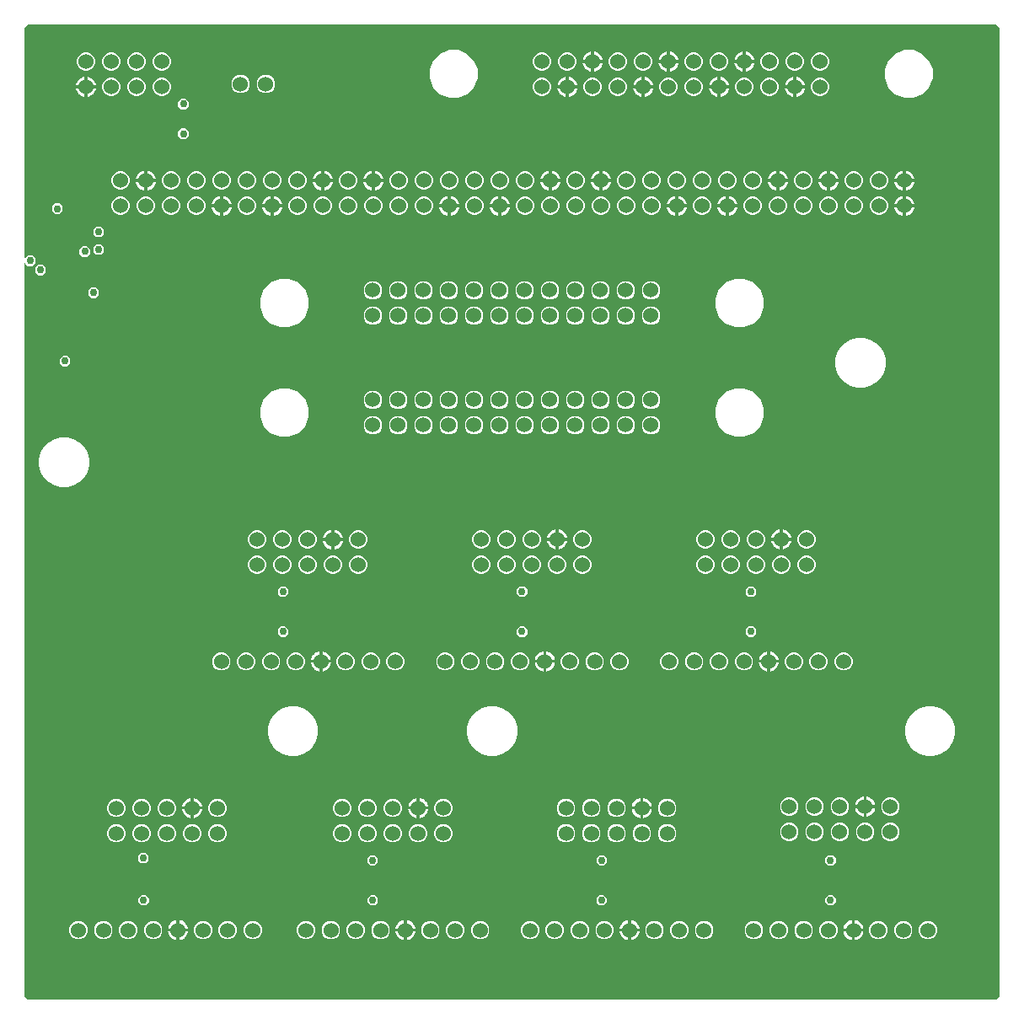
<source format=gbr>
G04 EAGLE Gerber RS-274X export*
G75*
%MOMM*%
%FSLAX34Y34*%
%LPD*%
%AMOC8*
5,1,8,0,0,1.08239X$1,22.5*%
G01*
%ADD10C,1.524000*%
%ADD11C,1.530000*%
%ADD12C,0.756400*%

G36*
X985566Y10175D02*
X985566Y10175D01*
X985657Y10183D01*
X985687Y10195D01*
X985719Y10200D01*
X985799Y10243D01*
X985883Y10279D01*
X985915Y10305D01*
X985936Y10316D01*
X985958Y10339D01*
X986014Y10384D01*
X989616Y13986D01*
X989669Y14060D01*
X989729Y14129D01*
X989741Y14159D01*
X989760Y14186D01*
X989787Y14272D01*
X989821Y14357D01*
X989825Y14398D01*
X989832Y14421D01*
X989831Y14453D01*
X989839Y14524D01*
X989839Y985476D01*
X989825Y985566D01*
X989817Y985657D01*
X989805Y985687D01*
X989800Y985719D01*
X989757Y985799D01*
X989721Y985883D01*
X989695Y985915D01*
X989684Y985936D01*
X989661Y985958D01*
X989616Y986014D01*
X986014Y989616D01*
X985940Y989669D01*
X985871Y989729D01*
X985841Y989741D01*
X985814Y989760D01*
X985728Y989787D01*
X985643Y989821D01*
X985602Y989825D01*
X985579Y989832D01*
X985547Y989831D01*
X985476Y989839D01*
X14524Y989839D01*
X14434Y989825D01*
X14343Y989817D01*
X14313Y989805D01*
X14281Y989800D01*
X14201Y989757D01*
X14117Y989721D01*
X14085Y989695D01*
X14064Y989684D01*
X14042Y989661D01*
X13986Y989616D01*
X10384Y986014D01*
X10331Y985940D01*
X10271Y985871D01*
X10259Y985841D01*
X10240Y985814D01*
X10213Y985728D01*
X10179Y985643D01*
X10175Y985602D01*
X10168Y985579D01*
X10169Y985547D01*
X10161Y985476D01*
X10161Y755803D01*
X10172Y755733D01*
X10174Y755661D01*
X10192Y755612D01*
X10200Y755561D01*
X10234Y755497D01*
X10259Y755430D01*
X10291Y755389D01*
X10316Y755343D01*
X10368Y755294D01*
X10412Y755238D01*
X10456Y755210D01*
X10494Y755174D01*
X10559Y755144D01*
X10619Y755105D01*
X10670Y755092D01*
X10717Y755070D01*
X10788Y755062D01*
X10858Y755045D01*
X10910Y755049D01*
X10961Y755043D01*
X11032Y755058D01*
X11103Y755064D01*
X11151Y755084D01*
X11202Y755095D01*
X11263Y755132D01*
X11329Y755160D01*
X11385Y755205D01*
X11413Y755222D01*
X11428Y755239D01*
X11460Y755265D01*
X14002Y757807D01*
X18398Y757807D01*
X21507Y754698D01*
X21507Y750302D01*
X18398Y747193D01*
X14002Y747193D01*
X11460Y749735D01*
X11402Y749777D01*
X11350Y749826D01*
X11303Y749848D01*
X11261Y749878D01*
X11192Y749900D01*
X11127Y749930D01*
X11075Y749935D01*
X11025Y749951D01*
X10954Y749949D01*
X10883Y749957D01*
X10832Y749946D01*
X10780Y749944D01*
X10712Y749920D01*
X10642Y749905D01*
X10597Y749878D01*
X10549Y749860D01*
X10493Y749815D01*
X10431Y749778D01*
X10397Y749739D01*
X10357Y749706D01*
X10318Y749646D01*
X10271Y749591D01*
X10252Y749543D01*
X10224Y749499D01*
X10206Y749430D01*
X10179Y749363D01*
X10171Y749292D01*
X10163Y749261D01*
X10165Y749238D01*
X10161Y749197D01*
X10161Y14524D01*
X10175Y14434D01*
X10183Y14343D01*
X10195Y14313D01*
X10200Y14281D01*
X10243Y14201D01*
X10279Y14117D01*
X10305Y14085D01*
X10316Y14064D01*
X10339Y14042D01*
X10384Y13986D01*
X13986Y10384D01*
X14060Y10331D01*
X14129Y10271D01*
X14159Y10259D01*
X14185Y10240D01*
X14272Y10213D01*
X14357Y10179D01*
X14398Y10175D01*
X14421Y10168D01*
X14453Y10169D01*
X14524Y10161D01*
X985476Y10161D01*
X985566Y10175D01*
G37*
%LPC*%
G36*
X916688Y254839D02*
X916688Y254839D01*
X910288Y256554D01*
X904551Y259866D01*
X899866Y264551D01*
X896554Y270288D01*
X894839Y276688D01*
X894839Y283312D01*
X896554Y289712D01*
X899866Y295449D01*
X904551Y300134D01*
X910288Y303446D01*
X916688Y305161D01*
X923312Y305161D01*
X929712Y303446D01*
X935449Y300134D01*
X940134Y295449D01*
X943446Y289712D01*
X945161Y283312D01*
X945161Y276688D01*
X943446Y270288D01*
X940134Y264551D01*
X935449Y259866D01*
X929712Y256554D01*
X923312Y254839D01*
X916688Y254839D01*
G37*
%LPD*%
%LPC*%
G36*
X276688Y254839D02*
X276688Y254839D01*
X270288Y256554D01*
X264551Y259866D01*
X259866Y264551D01*
X256554Y270288D01*
X254839Y276688D01*
X254839Y283312D01*
X256554Y289712D01*
X259866Y295449D01*
X264551Y300134D01*
X270288Y303446D01*
X276688Y305161D01*
X283312Y305161D01*
X289712Y303446D01*
X295449Y300134D01*
X300134Y295449D01*
X303446Y289712D01*
X305161Y283312D01*
X305161Y276688D01*
X303446Y270288D01*
X300134Y264551D01*
X295449Y259866D01*
X289712Y256554D01*
X283312Y254839D01*
X276688Y254839D01*
G37*
%LPD*%
%LPC*%
G36*
X476688Y254839D02*
X476688Y254839D01*
X470288Y256554D01*
X464551Y259866D01*
X459866Y264551D01*
X456554Y270288D01*
X454839Y276688D01*
X454839Y283312D01*
X456554Y289712D01*
X459866Y295449D01*
X464551Y300134D01*
X470288Y303446D01*
X476688Y305161D01*
X483312Y305161D01*
X489712Y303446D01*
X495449Y300134D01*
X500134Y295449D01*
X503446Y289712D01*
X505161Y283312D01*
X505161Y276688D01*
X503446Y270288D01*
X500134Y264551D01*
X495449Y259866D01*
X489712Y256554D01*
X483312Y254839D01*
X476688Y254839D01*
G37*
%LPD*%
%LPC*%
G36*
X846688Y624839D02*
X846688Y624839D01*
X840288Y626554D01*
X834551Y629866D01*
X829866Y634551D01*
X826554Y640288D01*
X824839Y646688D01*
X824839Y653312D01*
X826554Y659712D01*
X829866Y665449D01*
X834551Y670134D01*
X840288Y673446D01*
X846688Y675161D01*
X853312Y675161D01*
X859712Y673446D01*
X865449Y670134D01*
X870134Y665449D01*
X873446Y659712D01*
X875161Y653312D01*
X875161Y646688D01*
X873446Y640288D01*
X870134Y634551D01*
X865449Y629866D01*
X859712Y626554D01*
X853312Y624839D01*
X846688Y624839D01*
G37*
%LPD*%
%LPC*%
G36*
X46688Y524839D02*
X46688Y524839D01*
X40288Y526554D01*
X34551Y529866D01*
X29866Y534551D01*
X26554Y540288D01*
X24839Y546688D01*
X24839Y553312D01*
X26554Y559712D01*
X29866Y565449D01*
X34551Y570134D01*
X40288Y573446D01*
X46688Y575161D01*
X53312Y575161D01*
X59712Y573446D01*
X65449Y570134D01*
X70134Y565449D01*
X73446Y559712D01*
X75161Y553312D01*
X75161Y546688D01*
X73446Y540288D01*
X70134Y534551D01*
X65449Y529866D01*
X59712Y526554D01*
X53312Y524839D01*
X46688Y524839D01*
G37*
%LPD*%
%LPC*%
G36*
X893800Y915869D02*
X893800Y915869D01*
X884931Y919543D01*
X878143Y926331D01*
X874469Y935200D01*
X874469Y944800D01*
X878143Y953669D01*
X884931Y960457D01*
X893800Y964131D01*
X903400Y964131D01*
X912269Y960457D01*
X919057Y953669D01*
X922731Y944800D01*
X922731Y935200D01*
X919057Y926331D01*
X912269Y919543D01*
X903400Y915869D01*
X893800Y915869D01*
G37*
%LPD*%
%LPC*%
G36*
X436600Y915869D02*
X436600Y915869D01*
X427731Y919543D01*
X420943Y926331D01*
X417269Y935200D01*
X417269Y944800D01*
X420943Y953669D01*
X427731Y960457D01*
X436600Y964131D01*
X446200Y964131D01*
X455069Y960457D01*
X461857Y953669D01*
X465531Y944800D01*
X465531Y935200D01*
X461857Y926331D01*
X455069Y919543D01*
X446200Y915869D01*
X436600Y915869D01*
G37*
%LPD*%
%LPC*%
G36*
X723800Y575869D02*
X723800Y575869D01*
X714931Y579543D01*
X708143Y586331D01*
X704469Y595200D01*
X704469Y604800D01*
X708143Y613669D01*
X714931Y620457D01*
X723800Y624131D01*
X733400Y624131D01*
X742269Y620457D01*
X749057Y613669D01*
X752731Y604800D01*
X752731Y595200D01*
X749057Y586331D01*
X742269Y579543D01*
X733400Y575869D01*
X723800Y575869D01*
G37*
%LPD*%
%LPC*%
G36*
X266600Y575869D02*
X266600Y575869D01*
X257731Y579543D01*
X250943Y586331D01*
X247269Y595200D01*
X247269Y604800D01*
X250943Y613669D01*
X257731Y620457D01*
X266600Y624131D01*
X276200Y624131D01*
X285069Y620457D01*
X291857Y613669D01*
X295531Y604800D01*
X295531Y595200D01*
X291857Y586331D01*
X285069Y579543D01*
X276200Y575869D01*
X266600Y575869D01*
G37*
%LPD*%
%LPC*%
G36*
X723800Y685869D02*
X723800Y685869D01*
X714931Y689543D01*
X708143Y696331D01*
X704469Y705200D01*
X704469Y714800D01*
X708143Y723669D01*
X714931Y730457D01*
X723800Y734131D01*
X733400Y734131D01*
X742269Y730457D01*
X749057Y723669D01*
X752731Y714800D01*
X752731Y705200D01*
X749057Y696331D01*
X742269Y689543D01*
X733400Y685869D01*
X723800Y685869D01*
G37*
%LPD*%
%LPC*%
G36*
X266600Y685869D02*
X266600Y685869D01*
X257731Y689543D01*
X250943Y696331D01*
X247269Y705200D01*
X247269Y714800D01*
X250943Y723669D01*
X257731Y730457D01*
X266600Y734131D01*
X276200Y734131D01*
X285069Y730457D01*
X291857Y723669D01*
X295531Y714800D01*
X295531Y705200D01*
X291857Y696331D01*
X285069Y689543D01*
X276200Y685869D01*
X266600Y685869D01*
G37*
%LPD*%
%LPC*%
G36*
X383875Y713525D02*
X383875Y713525D01*
X380503Y714922D01*
X377922Y717503D01*
X376525Y720875D01*
X376525Y724525D01*
X377922Y727897D01*
X380503Y730478D01*
X383875Y731875D01*
X387525Y731875D01*
X390897Y730478D01*
X393478Y727897D01*
X394875Y724525D01*
X394875Y720875D01*
X393478Y717503D01*
X390897Y714922D01*
X387525Y713525D01*
X383875Y713525D01*
G37*
%LPD*%
%LPC*%
G36*
X528475Y943525D02*
X528475Y943525D01*
X525103Y944922D01*
X522522Y947503D01*
X521125Y950875D01*
X521125Y954525D01*
X522522Y957897D01*
X525103Y960478D01*
X528475Y961875D01*
X532125Y961875D01*
X535497Y960478D01*
X538078Y957897D01*
X539475Y954525D01*
X539475Y950875D01*
X538078Y947503D01*
X535497Y944922D01*
X532125Y943525D01*
X528475Y943525D01*
G37*
%LPD*%
%LPC*%
G36*
X807875Y943525D02*
X807875Y943525D01*
X804503Y944922D01*
X801922Y947503D01*
X800525Y950875D01*
X800525Y954525D01*
X801922Y957897D01*
X804503Y960478D01*
X807875Y961875D01*
X811525Y961875D01*
X814897Y960478D01*
X817478Y957897D01*
X818875Y954525D01*
X818875Y950875D01*
X817478Y947503D01*
X814897Y944922D01*
X811525Y943525D01*
X807875Y943525D01*
G37*
%LPD*%
%LPC*%
G36*
X782475Y943525D02*
X782475Y943525D01*
X779103Y944922D01*
X776522Y947503D01*
X775125Y950875D01*
X775125Y954525D01*
X776522Y957897D01*
X779103Y960478D01*
X782475Y961875D01*
X786125Y961875D01*
X789497Y960478D01*
X792078Y957897D01*
X793475Y954525D01*
X793475Y950875D01*
X792078Y947503D01*
X789497Y944922D01*
X786125Y943525D01*
X782475Y943525D01*
G37*
%LPD*%
%LPC*%
G36*
X757075Y943525D02*
X757075Y943525D01*
X753703Y944922D01*
X751122Y947503D01*
X749725Y950875D01*
X749725Y954525D01*
X751122Y957897D01*
X753703Y960478D01*
X757075Y961875D01*
X760725Y961875D01*
X764097Y960478D01*
X766678Y957897D01*
X768075Y954525D01*
X768075Y950875D01*
X766678Y947503D01*
X764097Y944922D01*
X760725Y943525D01*
X757075Y943525D01*
G37*
%LPD*%
%LPC*%
G36*
X706275Y943525D02*
X706275Y943525D01*
X702903Y944922D01*
X700322Y947503D01*
X698925Y950875D01*
X698925Y954525D01*
X700322Y957897D01*
X702903Y960478D01*
X706275Y961875D01*
X709925Y961875D01*
X713297Y960478D01*
X715878Y957897D01*
X717275Y954525D01*
X717275Y950875D01*
X715878Y947503D01*
X713297Y944922D01*
X709925Y943525D01*
X706275Y943525D01*
G37*
%LPD*%
%LPC*%
G36*
X680875Y943525D02*
X680875Y943525D01*
X677503Y944922D01*
X674922Y947503D01*
X673525Y950875D01*
X673525Y954525D01*
X674922Y957897D01*
X677503Y960478D01*
X680875Y961875D01*
X684525Y961875D01*
X687897Y960478D01*
X690478Y957897D01*
X691875Y954525D01*
X691875Y950875D01*
X690478Y947503D01*
X687897Y944922D01*
X684525Y943525D01*
X680875Y943525D01*
G37*
%LPD*%
%LPC*%
G36*
X630075Y943525D02*
X630075Y943525D01*
X626703Y944922D01*
X624122Y947503D01*
X622725Y950875D01*
X622725Y954525D01*
X624122Y957897D01*
X626703Y960478D01*
X630075Y961875D01*
X633725Y961875D01*
X637097Y960478D01*
X639678Y957897D01*
X641075Y954525D01*
X641075Y950875D01*
X639678Y947503D01*
X637097Y944922D01*
X633725Y943525D01*
X630075Y943525D01*
G37*
%LPD*%
%LPC*%
G36*
X604675Y943525D02*
X604675Y943525D01*
X601303Y944922D01*
X598722Y947503D01*
X597325Y950875D01*
X597325Y954525D01*
X598722Y957897D01*
X601303Y960478D01*
X604675Y961875D01*
X608325Y961875D01*
X611697Y960478D01*
X614278Y957897D01*
X615675Y954525D01*
X615675Y950875D01*
X614278Y947503D01*
X611697Y944922D01*
X608325Y943525D01*
X604675Y943525D01*
G37*
%LPD*%
%LPC*%
G36*
X553875Y943525D02*
X553875Y943525D01*
X550503Y944922D01*
X547922Y947503D01*
X546525Y950875D01*
X546525Y954525D01*
X547922Y957897D01*
X550503Y960478D01*
X553875Y961875D01*
X557525Y961875D01*
X560897Y960478D01*
X563478Y957897D01*
X564875Y954525D01*
X564875Y950875D01*
X563478Y947503D01*
X560897Y944922D01*
X557525Y943525D01*
X553875Y943525D01*
G37*
%LPD*%
%LPC*%
G36*
X358475Y713525D02*
X358475Y713525D01*
X355103Y714922D01*
X352522Y717503D01*
X351125Y720875D01*
X351125Y724525D01*
X352522Y727897D01*
X355103Y730478D01*
X358475Y731875D01*
X362125Y731875D01*
X365497Y730478D01*
X368078Y727897D01*
X369475Y724525D01*
X369475Y720875D01*
X368078Y717503D01*
X365497Y714922D01*
X362125Y713525D01*
X358475Y713525D01*
G37*
%LPD*%
%LPC*%
G36*
X383875Y688125D02*
X383875Y688125D01*
X380503Y689522D01*
X377922Y692103D01*
X376525Y695475D01*
X376525Y699125D01*
X377922Y702497D01*
X380503Y705078D01*
X383875Y706475D01*
X387525Y706475D01*
X390897Y705078D01*
X393478Y702497D01*
X394875Y699125D01*
X394875Y695475D01*
X393478Y692103D01*
X390897Y689522D01*
X387525Y688125D01*
X383875Y688125D01*
G37*
%LPD*%
%LPC*%
G36*
X358475Y688125D02*
X358475Y688125D01*
X355103Y689522D01*
X352522Y692103D01*
X351125Y695475D01*
X351125Y699125D01*
X352522Y702497D01*
X355103Y705078D01*
X358475Y706475D01*
X362125Y706475D01*
X365497Y705078D01*
X368078Y702497D01*
X369475Y699125D01*
X369475Y695475D01*
X368078Y692103D01*
X365497Y689522D01*
X362125Y688125D01*
X358475Y688125D01*
G37*
%LPD*%
%LPC*%
G36*
X637875Y688125D02*
X637875Y688125D01*
X634503Y689522D01*
X631922Y692103D01*
X630525Y695475D01*
X630525Y699125D01*
X631922Y702497D01*
X634503Y705078D01*
X637875Y706475D01*
X641525Y706475D01*
X644897Y705078D01*
X647478Y702497D01*
X648875Y699125D01*
X648875Y695475D01*
X647478Y692103D01*
X644897Y689522D01*
X641525Y688125D01*
X637875Y688125D01*
G37*
%LPD*%
%LPC*%
G36*
X612475Y688125D02*
X612475Y688125D01*
X609103Y689522D01*
X606522Y692103D01*
X605125Y695475D01*
X605125Y699125D01*
X606522Y702497D01*
X609103Y705078D01*
X612475Y706475D01*
X616125Y706475D01*
X619497Y705078D01*
X622078Y702497D01*
X623475Y699125D01*
X623475Y695475D01*
X622078Y692103D01*
X619497Y689522D01*
X616125Y688125D01*
X612475Y688125D01*
G37*
%LPD*%
%LPC*%
G36*
X587075Y688125D02*
X587075Y688125D01*
X583703Y689522D01*
X581122Y692103D01*
X579725Y695475D01*
X579725Y699125D01*
X581122Y702497D01*
X583703Y705078D01*
X587075Y706475D01*
X590725Y706475D01*
X594097Y705078D01*
X596678Y702497D01*
X598075Y699125D01*
X598075Y695475D01*
X596678Y692103D01*
X594097Y689522D01*
X590725Y688125D01*
X587075Y688125D01*
G37*
%LPD*%
%LPC*%
G36*
X561675Y688125D02*
X561675Y688125D01*
X558303Y689522D01*
X555722Y692103D01*
X554325Y695475D01*
X554325Y699125D01*
X555722Y702497D01*
X558303Y705078D01*
X561675Y706475D01*
X565325Y706475D01*
X568697Y705078D01*
X571278Y702497D01*
X572675Y699125D01*
X572675Y695475D01*
X571278Y692103D01*
X568697Y689522D01*
X565325Y688125D01*
X561675Y688125D01*
G37*
%LPD*%
%LPC*%
G36*
X536275Y688125D02*
X536275Y688125D01*
X532903Y689522D01*
X530322Y692103D01*
X528925Y695475D01*
X528925Y699125D01*
X530322Y702497D01*
X532903Y705078D01*
X536275Y706475D01*
X539925Y706475D01*
X543297Y705078D01*
X545878Y702497D01*
X547275Y699125D01*
X547275Y695475D01*
X545878Y692103D01*
X543297Y689522D01*
X539925Y688125D01*
X536275Y688125D01*
G37*
%LPD*%
%LPC*%
G36*
X510875Y688125D02*
X510875Y688125D01*
X507503Y689522D01*
X504922Y692103D01*
X503525Y695475D01*
X503525Y699125D01*
X504922Y702497D01*
X507503Y705078D01*
X510875Y706475D01*
X514525Y706475D01*
X517897Y705078D01*
X520478Y702497D01*
X521875Y699125D01*
X521875Y695475D01*
X520478Y692103D01*
X517897Y689522D01*
X514525Y688125D01*
X510875Y688125D01*
G37*
%LPD*%
%LPC*%
G36*
X485475Y688125D02*
X485475Y688125D01*
X482103Y689522D01*
X479522Y692103D01*
X478125Y695475D01*
X478125Y699125D01*
X479522Y702497D01*
X482103Y705078D01*
X485475Y706475D01*
X489125Y706475D01*
X492497Y705078D01*
X495078Y702497D01*
X496475Y699125D01*
X496475Y695475D01*
X495078Y692103D01*
X492497Y689522D01*
X489125Y688125D01*
X485475Y688125D01*
G37*
%LPD*%
%LPC*%
G36*
X460075Y688125D02*
X460075Y688125D01*
X456703Y689522D01*
X454122Y692103D01*
X452725Y695475D01*
X452725Y699125D01*
X454122Y702497D01*
X456703Y705078D01*
X460075Y706475D01*
X463725Y706475D01*
X467097Y705078D01*
X469678Y702497D01*
X471075Y699125D01*
X471075Y695475D01*
X469678Y692103D01*
X467097Y689522D01*
X463725Y688125D01*
X460075Y688125D01*
G37*
%LPD*%
%LPC*%
G36*
X434675Y688125D02*
X434675Y688125D01*
X431303Y689522D01*
X428722Y692103D01*
X427325Y695475D01*
X427325Y699125D01*
X428722Y702497D01*
X431303Y705078D01*
X434675Y706475D01*
X438325Y706475D01*
X441697Y705078D01*
X444278Y702497D01*
X445675Y699125D01*
X445675Y695475D01*
X444278Y692103D01*
X441697Y689522D01*
X438325Y688125D01*
X434675Y688125D01*
G37*
%LPD*%
%LPC*%
G36*
X409275Y688125D02*
X409275Y688125D01*
X405903Y689522D01*
X403322Y692103D01*
X401925Y695475D01*
X401925Y699125D01*
X403322Y702497D01*
X405903Y705078D01*
X409275Y706475D01*
X412925Y706475D01*
X416297Y705078D01*
X418878Y702497D01*
X420275Y699125D01*
X420275Y695475D01*
X418878Y692103D01*
X416297Y689522D01*
X412925Y688125D01*
X409275Y688125D01*
G37*
%LPD*%
%LPC*%
G36*
X384255Y798385D02*
X384255Y798385D01*
X380883Y799782D01*
X378302Y802363D01*
X376905Y805735D01*
X376905Y809385D01*
X378302Y812757D01*
X380883Y815338D01*
X384255Y816735D01*
X387905Y816735D01*
X391277Y815338D01*
X393858Y812757D01*
X395255Y809385D01*
X395255Y805735D01*
X393858Y802363D01*
X391277Y799782D01*
X387905Y798385D01*
X384255Y798385D01*
G37*
%LPD*%
%LPC*%
G36*
X358855Y798385D02*
X358855Y798385D01*
X355483Y799782D01*
X352902Y802363D01*
X351505Y805735D01*
X351505Y809385D01*
X352902Y812757D01*
X355483Y815338D01*
X358855Y816735D01*
X362505Y816735D01*
X365877Y815338D01*
X368458Y812757D01*
X369855Y809385D01*
X369855Y805735D01*
X368458Y802363D01*
X365877Y799782D01*
X362505Y798385D01*
X358855Y798385D01*
G37*
%LPD*%
%LPC*%
G36*
X333455Y798385D02*
X333455Y798385D01*
X330083Y799782D01*
X327502Y802363D01*
X326105Y805735D01*
X326105Y809385D01*
X327502Y812757D01*
X330083Y815338D01*
X333455Y816735D01*
X337105Y816735D01*
X340477Y815338D01*
X343058Y812757D01*
X344455Y809385D01*
X344455Y805735D01*
X343058Y802363D01*
X340477Y799782D01*
X337105Y798385D01*
X333455Y798385D01*
G37*
%LPD*%
%LPC*%
G36*
X308055Y798385D02*
X308055Y798385D01*
X304683Y799782D01*
X302102Y802363D01*
X300705Y805735D01*
X300705Y809385D01*
X302102Y812757D01*
X304683Y815338D01*
X308055Y816735D01*
X311705Y816735D01*
X315077Y815338D01*
X317658Y812757D01*
X319055Y809385D01*
X319055Y805735D01*
X317658Y802363D01*
X315077Y799782D01*
X311705Y798385D01*
X308055Y798385D01*
G37*
%LPD*%
%LPC*%
G36*
X282655Y798385D02*
X282655Y798385D01*
X279283Y799782D01*
X276702Y802363D01*
X275305Y805735D01*
X275305Y809385D01*
X276702Y812757D01*
X279283Y815338D01*
X282655Y816735D01*
X286305Y816735D01*
X289677Y815338D01*
X292258Y812757D01*
X293655Y809385D01*
X293655Y805735D01*
X292258Y802363D01*
X289677Y799782D01*
X286305Y798385D01*
X282655Y798385D01*
G37*
%LPD*%
%LPC*%
G36*
X231855Y798385D02*
X231855Y798385D01*
X228483Y799782D01*
X225902Y802363D01*
X224505Y805735D01*
X224505Y809385D01*
X225902Y812757D01*
X228483Y815338D01*
X231855Y816735D01*
X235505Y816735D01*
X238877Y815338D01*
X241458Y812757D01*
X242855Y809385D01*
X242855Y805735D01*
X241458Y802363D01*
X238877Y799782D01*
X235505Y798385D01*
X231855Y798385D01*
G37*
%LPD*%
%LPC*%
G36*
X181055Y798385D02*
X181055Y798385D01*
X177683Y799782D01*
X175102Y802363D01*
X173705Y805735D01*
X173705Y809385D01*
X175102Y812757D01*
X177683Y815338D01*
X181055Y816735D01*
X184705Y816735D01*
X188077Y815338D01*
X190658Y812757D01*
X192055Y809385D01*
X192055Y805735D01*
X190658Y802363D01*
X188077Y799782D01*
X184705Y798385D01*
X181055Y798385D01*
G37*
%LPD*%
%LPC*%
G36*
X155655Y798385D02*
X155655Y798385D01*
X152283Y799782D01*
X149702Y802363D01*
X148305Y805735D01*
X148305Y809385D01*
X149702Y812757D01*
X152283Y815338D01*
X155655Y816735D01*
X159305Y816735D01*
X162677Y815338D01*
X165258Y812757D01*
X166655Y809385D01*
X166655Y805735D01*
X165258Y802363D01*
X162677Y799782D01*
X159305Y798385D01*
X155655Y798385D01*
G37*
%LPD*%
%LPC*%
G36*
X731675Y918125D02*
X731675Y918125D01*
X728303Y919522D01*
X725722Y922103D01*
X724325Y925475D01*
X724325Y929125D01*
X725722Y932497D01*
X728303Y935078D01*
X731675Y936475D01*
X735325Y936475D01*
X738697Y935078D01*
X741278Y932497D01*
X742675Y929125D01*
X742675Y925475D01*
X741278Y922103D01*
X738697Y919522D01*
X735325Y918125D01*
X731675Y918125D01*
G37*
%LPD*%
%LPC*%
G36*
X680875Y918125D02*
X680875Y918125D01*
X677503Y919522D01*
X674922Y922103D01*
X673525Y925475D01*
X673525Y929125D01*
X674922Y932497D01*
X677503Y935078D01*
X680875Y936475D01*
X684525Y936475D01*
X687897Y935078D01*
X690478Y932497D01*
X691875Y929125D01*
X691875Y925475D01*
X690478Y922103D01*
X687897Y919522D01*
X684525Y918125D01*
X680875Y918125D01*
G37*
%LPD*%
%LPC*%
G36*
X807875Y918125D02*
X807875Y918125D01*
X804503Y919522D01*
X801922Y922103D01*
X800525Y925475D01*
X800525Y929125D01*
X801922Y932497D01*
X804503Y935078D01*
X807875Y936475D01*
X811525Y936475D01*
X814897Y935078D01*
X817478Y932497D01*
X818875Y929125D01*
X818875Y925475D01*
X817478Y922103D01*
X814897Y919522D01*
X811525Y918125D01*
X807875Y918125D01*
G37*
%LPD*%
%LPC*%
G36*
X757075Y918125D02*
X757075Y918125D01*
X753703Y919522D01*
X751122Y922103D01*
X749725Y925475D01*
X749725Y929125D01*
X751122Y932497D01*
X753703Y935078D01*
X757075Y936475D01*
X760725Y936475D01*
X764097Y935078D01*
X766678Y932497D01*
X768075Y929125D01*
X768075Y925475D01*
X766678Y922103D01*
X764097Y919522D01*
X760725Y918125D01*
X757075Y918125D01*
G37*
%LPD*%
%LPC*%
G36*
X655475Y918125D02*
X655475Y918125D01*
X652103Y919522D01*
X649522Y922103D01*
X648125Y925475D01*
X648125Y929125D01*
X649522Y932497D01*
X652103Y935078D01*
X655475Y936475D01*
X659125Y936475D01*
X662497Y935078D01*
X665078Y932497D01*
X666475Y929125D01*
X666475Y925475D01*
X665078Y922103D01*
X662497Y919522D01*
X659125Y918125D01*
X655475Y918125D01*
G37*
%LPD*%
%LPC*%
G36*
X604675Y918125D02*
X604675Y918125D01*
X601303Y919522D01*
X598722Y922103D01*
X597325Y925475D01*
X597325Y929125D01*
X598722Y932497D01*
X601303Y935078D01*
X604675Y936475D01*
X608325Y936475D01*
X611697Y935078D01*
X614278Y932497D01*
X615675Y929125D01*
X615675Y925475D01*
X614278Y922103D01*
X611697Y919522D01*
X608325Y918125D01*
X604675Y918125D01*
G37*
%LPD*%
%LPC*%
G36*
X579275Y918125D02*
X579275Y918125D01*
X575903Y919522D01*
X573322Y922103D01*
X571925Y925475D01*
X571925Y929125D01*
X573322Y932497D01*
X575903Y935078D01*
X579275Y936475D01*
X582925Y936475D01*
X586297Y935078D01*
X588878Y932497D01*
X590275Y929125D01*
X590275Y925475D01*
X588878Y922103D01*
X586297Y919522D01*
X582925Y918125D01*
X579275Y918125D01*
G37*
%LPD*%
%LPC*%
G36*
X528475Y918125D02*
X528475Y918125D01*
X525103Y919522D01*
X522522Y922103D01*
X521125Y925475D01*
X521125Y929125D01*
X522522Y932497D01*
X525103Y935078D01*
X528475Y936475D01*
X532125Y936475D01*
X535497Y935078D01*
X538078Y932497D01*
X539475Y929125D01*
X539475Y925475D01*
X538078Y922103D01*
X535497Y919522D01*
X532125Y918125D01*
X528475Y918125D01*
G37*
%LPD*%
%LPC*%
G36*
X130255Y798385D02*
X130255Y798385D01*
X126883Y799782D01*
X124302Y802363D01*
X122905Y805735D01*
X122905Y809385D01*
X124302Y812757D01*
X126883Y815338D01*
X130255Y816735D01*
X133905Y816735D01*
X137277Y815338D01*
X139858Y812757D01*
X141255Y809385D01*
X141255Y805735D01*
X139858Y802363D01*
X137277Y799782D01*
X133905Y798385D01*
X130255Y798385D01*
G37*
%LPD*%
%LPC*%
G36*
X104855Y798385D02*
X104855Y798385D01*
X101483Y799782D01*
X98902Y802363D01*
X97505Y805735D01*
X97505Y809385D01*
X98902Y812757D01*
X101483Y815338D01*
X104855Y816735D01*
X108505Y816735D01*
X111877Y815338D01*
X114458Y812757D01*
X115855Y809385D01*
X115855Y805735D01*
X114458Y802363D01*
X111877Y799782D01*
X108505Y798385D01*
X104855Y798385D01*
G37*
%LPD*%
%LPC*%
G36*
X866855Y798385D02*
X866855Y798385D01*
X863483Y799782D01*
X860902Y802363D01*
X859505Y805735D01*
X859505Y809385D01*
X860902Y812757D01*
X863483Y815338D01*
X866855Y816735D01*
X870505Y816735D01*
X873877Y815338D01*
X876458Y812757D01*
X877855Y809385D01*
X877855Y805735D01*
X876458Y802363D01*
X873877Y799782D01*
X870505Y798385D01*
X866855Y798385D01*
G37*
%LPD*%
%LPC*%
G36*
X841455Y798385D02*
X841455Y798385D01*
X838083Y799782D01*
X835502Y802363D01*
X834105Y805735D01*
X834105Y809385D01*
X835502Y812757D01*
X838083Y815338D01*
X841455Y816735D01*
X845105Y816735D01*
X848477Y815338D01*
X851058Y812757D01*
X852455Y809385D01*
X852455Y805735D01*
X851058Y802363D01*
X848477Y799782D01*
X845105Y798385D01*
X841455Y798385D01*
G37*
%LPD*%
%LPC*%
G36*
X816055Y798385D02*
X816055Y798385D01*
X812683Y799782D01*
X810102Y802363D01*
X808705Y805735D01*
X808705Y809385D01*
X810102Y812757D01*
X812683Y815338D01*
X816055Y816735D01*
X819705Y816735D01*
X823077Y815338D01*
X825658Y812757D01*
X827055Y809385D01*
X827055Y805735D01*
X825658Y802363D01*
X823077Y799782D01*
X819705Y798385D01*
X816055Y798385D01*
G37*
%LPD*%
%LPC*%
G36*
X511255Y798385D02*
X511255Y798385D01*
X507883Y799782D01*
X505302Y802363D01*
X503905Y805735D01*
X503905Y809385D01*
X505302Y812757D01*
X507883Y815338D01*
X511255Y816735D01*
X514905Y816735D01*
X518277Y815338D01*
X520858Y812757D01*
X522255Y809385D01*
X522255Y805735D01*
X520858Y802363D01*
X518277Y799782D01*
X514905Y798385D01*
X511255Y798385D01*
G37*
%LPD*%
%LPC*%
G36*
X790655Y798385D02*
X790655Y798385D01*
X787283Y799782D01*
X784702Y802363D01*
X783305Y805735D01*
X783305Y809385D01*
X784702Y812757D01*
X787283Y815338D01*
X790655Y816735D01*
X794305Y816735D01*
X797677Y815338D01*
X800258Y812757D01*
X801655Y809385D01*
X801655Y805735D01*
X800258Y802363D01*
X797677Y799782D01*
X794305Y798385D01*
X790655Y798385D01*
G37*
%LPD*%
%LPC*%
G36*
X765255Y798385D02*
X765255Y798385D01*
X761883Y799782D01*
X759302Y802363D01*
X757905Y805735D01*
X757905Y809385D01*
X759302Y812757D01*
X761883Y815338D01*
X765255Y816735D01*
X768905Y816735D01*
X772277Y815338D01*
X774858Y812757D01*
X776255Y809385D01*
X776255Y805735D01*
X774858Y802363D01*
X772277Y799782D01*
X768905Y798385D01*
X765255Y798385D01*
G37*
%LPD*%
%LPC*%
G36*
X739855Y798385D02*
X739855Y798385D01*
X736483Y799782D01*
X733902Y802363D01*
X732505Y805735D01*
X732505Y809385D01*
X733902Y812757D01*
X736483Y815338D01*
X739855Y816735D01*
X743505Y816735D01*
X746877Y815338D01*
X749458Y812757D01*
X750855Y809385D01*
X750855Y805735D01*
X749458Y802363D01*
X746877Y799782D01*
X743505Y798385D01*
X739855Y798385D01*
G37*
%LPD*%
%LPC*%
G36*
X689055Y798385D02*
X689055Y798385D01*
X685683Y799782D01*
X683102Y802363D01*
X681705Y805735D01*
X681705Y809385D01*
X683102Y812757D01*
X685683Y815338D01*
X689055Y816735D01*
X692705Y816735D01*
X696077Y815338D01*
X698658Y812757D01*
X700055Y809385D01*
X700055Y805735D01*
X698658Y802363D01*
X696077Y799782D01*
X692705Y798385D01*
X689055Y798385D01*
G37*
%LPD*%
%LPC*%
G36*
X638255Y798385D02*
X638255Y798385D01*
X634883Y799782D01*
X632302Y802363D01*
X630905Y805735D01*
X630905Y809385D01*
X632302Y812757D01*
X634883Y815338D01*
X638255Y816735D01*
X641905Y816735D01*
X645277Y815338D01*
X647858Y812757D01*
X649255Y809385D01*
X649255Y805735D01*
X647858Y802363D01*
X645277Y799782D01*
X641905Y798385D01*
X638255Y798385D01*
G37*
%LPD*%
%LPC*%
G36*
X612855Y798385D02*
X612855Y798385D01*
X609483Y799782D01*
X606902Y802363D01*
X605505Y805735D01*
X605505Y809385D01*
X606902Y812757D01*
X609483Y815338D01*
X612855Y816735D01*
X616505Y816735D01*
X619877Y815338D01*
X622458Y812757D01*
X623855Y809385D01*
X623855Y805735D01*
X622458Y802363D01*
X619877Y799782D01*
X616505Y798385D01*
X612855Y798385D01*
G37*
%LPD*%
%LPC*%
G36*
X587455Y798385D02*
X587455Y798385D01*
X584083Y799782D01*
X581502Y802363D01*
X580105Y805735D01*
X580105Y809385D01*
X581502Y812757D01*
X584083Y815338D01*
X587455Y816735D01*
X591105Y816735D01*
X594477Y815338D01*
X597058Y812757D01*
X598455Y809385D01*
X598455Y805735D01*
X597058Y802363D01*
X594477Y799782D01*
X591105Y798385D01*
X587455Y798385D01*
G37*
%LPD*%
%LPC*%
G36*
X562055Y798385D02*
X562055Y798385D01*
X558683Y799782D01*
X556102Y802363D01*
X554705Y805735D01*
X554705Y809385D01*
X556102Y812757D01*
X558683Y815338D01*
X562055Y816735D01*
X565705Y816735D01*
X569077Y815338D01*
X571658Y812757D01*
X573055Y809385D01*
X573055Y805735D01*
X571658Y802363D01*
X569077Y799782D01*
X565705Y798385D01*
X562055Y798385D01*
G37*
%LPD*%
%LPC*%
G36*
X536655Y798385D02*
X536655Y798385D01*
X533283Y799782D01*
X530702Y802363D01*
X529305Y805735D01*
X529305Y809385D01*
X530702Y812757D01*
X533283Y815338D01*
X536655Y816735D01*
X540305Y816735D01*
X543677Y815338D01*
X546258Y812757D01*
X547655Y809385D01*
X547655Y805735D01*
X546258Y802363D01*
X543677Y799782D01*
X540305Y798385D01*
X536655Y798385D01*
G37*
%LPD*%
%LPC*%
G36*
X510875Y713525D02*
X510875Y713525D01*
X507503Y714922D01*
X504922Y717503D01*
X503525Y720875D01*
X503525Y724525D01*
X504922Y727897D01*
X507503Y730478D01*
X510875Y731875D01*
X514525Y731875D01*
X517897Y730478D01*
X520478Y727897D01*
X521875Y724525D01*
X521875Y720875D01*
X520478Y717503D01*
X517897Y714922D01*
X514525Y713525D01*
X510875Y713525D01*
G37*
%LPD*%
%LPC*%
G36*
X460455Y798385D02*
X460455Y798385D01*
X457083Y799782D01*
X454502Y802363D01*
X453105Y805735D01*
X453105Y809385D01*
X454502Y812757D01*
X457083Y815338D01*
X460455Y816735D01*
X464105Y816735D01*
X467477Y815338D01*
X470058Y812757D01*
X471455Y809385D01*
X471455Y805735D01*
X470058Y802363D01*
X467477Y799782D01*
X464105Y798385D01*
X460455Y798385D01*
G37*
%LPD*%
%LPC*%
G36*
X409655Y798385D02*
X409655Y798385D01*
X406283Y799782D01*
X403702Y802363D01*
X402305Y805735D01*
X402305Y809385D01*
X403702Y812757D01*
X406283Y815338D01*
X409655Y816735D01*
X413305Y816735D01*
X416677Y815338D01*
X419258Y812757D01*
X420655Y809385D01*
X420655Y805735D01*
X419258Y802363D01*
X416677Y799782D01*
X413305Y798385D01*
X409655Y798385D01*
G37*
%LPD*%
%LPC*%
G36*
X485475Y713525D02*
X485475Y713525D01*
X482103Y714922D01*
X479522Y717503D01*
X478125Y720875D01*
X478125Y724525D01*
X479522Y727897D01*
X482103Y730478D01*
X485475Y731875D01*
X489125Y731875D01*
X492497Y730478D01*
X495078Y727897D01*
X496475Y724525D01*
X496475Y720875D01*
X495078Y717503D01*
X492497Y714922D01*
X489125Y713525D01*
X485475Y713525D01*
G37*
%LPD*%
%LPC*%
G36*
X409275Y578125D02*
X409275Y578125D01*
X405903Y579522D01*
X403322Y582103D01*
X401925Y585475D01*
X401925Y589125D01*
X403322Y592497D01*
X405903Y595078D01*
X409275Y596475D01*
X412925Y596475D01*
X416297Y595078D01*
X418878Y592497D01*
X420275Y589125D01*
X420275Y585475D01*
X418878Y582103D01*
X416297Y579522D01*
X412925Y578125D01*
X409275Y578125D01*
G37*
%LPD*%
%LPC*%
G36*
X434675Y578125D02*
X434675Y578125D01*
X431303Y579522D01*
X428722Y582103D01*
X427325Y585475D01*
X427325Y589125D01*
X428722Y592497D01*
X431303Y595078D01*
X434675Y596475D01*
X438325Y596475D01*
X441697Y595078D01*
X444278Y592497D01*
X445675Y589125D01*
X445675Y585475D01*
X444278Y582103D01*
X441697Y579522D01*
X438325Y578125D01*
X434675Y578125D01*
G37*
%LPD*%
%LPC*%
G36*
X460075Y578125D02*
X460075Y578125D01*
X456703Y579522D01*
X454122Y582103D01*
X452725Y585475D01*
X452725Y589125D01*
X454122Y592497D01*
X456703Y595078D01*
X460075Y596475D01*
X463725Y596475D01*
X467097Y595078D01*
X469678Y592497D01*
X471075Y589125D01*
X471075Y585475D01*
X469678Y582103D01*
X467097Y579522D01*
X463725Y578125D01*
X460075Y578125D01*
G37*
%LPD*%
%LPC*%
G36*
X485475Y578125D02*
X485475Y578125D01*
X482103Y579522D01*
X479522Y582103D01*
X478125Y585475D01*
X478125Y589125D01*
X479522Y592497D01*
X482103Y595078D01*
X485475Y596475D01*
X489125Y596475D01*
X492497Y595078D01*
X495078Y592497D01*
X496475Y589125D01*
X496475Y585475D01*
X495078Y582103D01*
X492497Y579522D01*
X489125Y578125D01*
X485475Y578125D01*
G37*
%LPD*%
%LPC*%
G36*
X510875Y578125D02*
X510875Y578125D01*
X507503Y579522D01*
X504922Y582103D01*
X503525Y585475D01*
X503525Y589125D01*
X504922Y592497D01*
X507503Y595078D01*
X510875Y596475D01*
X514525Y596475D01*
X517897Y595078D01*
X520478Y592497D01*
X521875Y589125D01*
X521875Y585475D01*
X520478Y582103D01*
X517897Y579522D01*
X514525Y578125D01*
X510875Y578125D01*
G37*
%LPD*%
%LPC*%
G36*
X536275Y578125D02*
X536275Y578125D01*
X532903Y579522D01*
X530322Y582103D01*
X528925Y585475D01*
X528925Y589125D01*
X530322Y592497D01*
X532903Y595078D01*
X536275Y596475D01*
X539925Y596475D01*
X543297Y595078D01*
X545878Y592497D01*
X547275Y589125D01*
X547275Y585475D01*
X545878Y582103D01*
X543297Y579522D01*
X539925Y578125D01*
X536275Y578125D01*
G37*
%LPD*%
%LPC*%
G36*
X561675Y578125D02*
X561675Y578125D01*
X558303Y579522D01*
X555722Y582103D01*
X554325Y585475D01*
X554325Y589125D01*
X555722Y592497D01*
X558303Y595078D01*
X561675Y596475D01*
X565325Y596475D01*
X568697Y595078D01*
X571278Y592497D01*
X572675Y589125D01*
X572675Y585475D01*
X571278Y582103D01*
X568697Y579522D01*
X565325Y578125D01*
X561675Y578125D01*
G37*
%LPD*%
%LPC*%
G36*
X587075Y578125D02*
X587075Y578125D01*
X583703Y579522D01*
X581122Y582103D01*
X579725Y585475D01*
X579725Y589125D01*
X581122Y592497D01*
X583703Y595078D01*
X587075Y596475D01*
X590725Y596475D01*
X594097Y595078D01*
X596678Y592497D01*
X598075Y589125D01*
X598075Y585475D01*
X596678Y582103D01*
X594097Y579522D01*
X590725Y578125D01*
X587075Y578125D01*
G37*
%LPD*%
%LPC*%
G36*
X612475Y578125D02*
X612475Y578125D01*
X609103Y579522D01*
X606522Y582103D01*
X605125Y585475D01*
X605125Y589125D01*
X606522Y592497D01*
X609103Y595078D01*
X612475Y596475D01*
X616125Y596475D01*
X619497Y595078D01*
X622078Y592497D01*
X623475Y589125D01*
X623475Y585475D01*
X622078Y582103D01*
X619497Y579522D01*
X616125Y578125D01*
X612475Y578125D01*
G37*
%LPD*%
%LPC*%
G36*
X637875Y578125D02*
X637875Y578125D01*
X634503Y579522D01*
X631922Y582103D01*
X630525Y585475D01*
X630525Y589125D01*
X631922Y592497D01*
X634503Y595078D01*
X637875Y596475D01*
X641525Y596475D01*
X644897Y595078D01*
X647478Y592497D01*
X648875Y589125D01*
X648875Y585475D01*
X647478Y582103D01*
X644897Y579522D01*
X641525Y578125D01*
X637875Y578125D01*
G37*
%LPD*%
%LPC*%
G36*
X358475Y578125D02*
X358475Y578125D01*
X355103Y579522D01*
X352522Y582103D01*
X351125Y585475D01*
X351125Y589125D01*
X352522Y592497D01*
X355103Y595078D01*
X358475Y596475D01*
X362125Y596475D01*
X365497Y595078D01*
X368078Y592497D01*
X369475Y589125D01*
X369475Y585475D01*
X368078Y582103D01*
X365497Y579522D01*
X362125Y578125D01*
X358475Y578125D01*
G37*
%LPD*%
%LPC*%
G36*
X383875Y578125D02*
X383875Y578125D01*
X380503Y579522D01*
X377922Y582103D01*
X376525Y585475D01*
X376525Y589125D01*
X377922Y592497D01*
X380503Y595078D01*
X383875Y596475D01*
X387525Y596475D01*
X390897Y595078D01*
X393478Y592497D01*
X394875Y589125D01*
X394875Y585475D01*
X393478Y582103D01*
X390897Y579522D01*
X387525Y578125D01*
X383875Y578125D01*
G37*
%LPD*%
%LPC*%
G36*
X358475Y603525D02*
X358475Y603525D01*
X355103Y604922D01*
X352522Y607503D01*
X351125Y610875D01*
X351125Y614525D01*
X352522Y617897D01*
X355103Y620478D01*
X358475Y621875D01*
X362125Y621875D01*
X365497Y620478D01*
X368078Y617897D01*
X369475Y614525D01*
X369475Y610875D01*
X368078Y607503D01*
X365497Y604922D01*
X362125Y603525D01*
X358475Y603525D01*
G37*
%LPD*%
%LPC*%
G36*
X383875Y603525D02*
X383875Y603525D01*
X380503Y604922D01*
X377922Y607503D01*
X376525Y610875D01*
X376525Y614525D01*
X377922Y617897D01*
X380503Y620478D01*
X383875Y621875D01*
X387525Y621875D01*
X390897Y620478D01*
X393478Y617897D01*
X394875Y614525D01*
X394875Y610875D01*
X393478Y607503D01*
X390897Y604922D01*
X387525Y603525D01*
X383875Y603525D01*
G37*
%LPD*%
%LPC*%
G36*
X460075Y603525D02*
X460075Y603525D01*
X456703Y604922D01*
X454122Y607503D01*
X452725Y610875D01*
X452725Y614525D01*
X454122Y617897D01*
X456703Y620478D01*
X460075Y621875D01*
X463725Y621875D01*
X467097Y620478D01*
X469678Y617897D01*
X471075Y614525D01*
X471075Y610875D01*
X469678Y607503D01*
X467097Y604922D01*
X463725Y603525D01*
X460075Y603525D01*
G37*
%LPD*%
%LPC*%
G36*
X485475Y603525D02*
X485475Y603525D01*
X482103Y604922D01*
X479522Y607503D01*
X478125Y610875D01*
X478125Y614525D01*
X479522Y617897D01*
X482103Y620478D01*
X485475Y621875D01*
X489125Y621875D01*
X492497Y620478D01*
X495078Y617897D01*
X496475Y614525D01*
X496475Y610875D01*
X495078Y607503D01*
X492497Y604922D01*
X489125Y603525D01*
X485475Y603525D01*
G37*
%LPD*%
%LPC*%
G36*
X510875Y603525D02*
X510875Y603525D01*
X507503Y604922D01*
X504922Y607503D01*
X503525Y610875D01*
X503525Y614525D01*
X504922Y617897D01*
X507503Y620478D01*
X510875Y621875D01*
X514525Y621875D01*
X517897Y620478D01*
X520478Y617897D01*
X521875Y614525D01*
X521875Y610875D01*
X520478Y607503D01*
X517897Y604922D01*
X514525Y603525D01*
X510875Y603525D01*
G37*
%LPD*%
%LPC*%
G36*
X409655Y823785D02*
X409655Y823785D01*
X406283Y825182D01*
X403702Y827763D01*
X402305Y831135D01*
X402305Y834785D01*
X403702Y838157D01*
X406283Y840738D01*
X409655Y842135D01*
X413305Y842135D01*
X416677Y840738D01*
X419258Y838157D01*
X420655Y834785D01*
X420655Y831135D01*
X419258Y827763D01*
X416677Y825182D01*
X413305Y823785D01*
X409655Y823785D01*
G37*
%LPD*%
%LPC*%
G36*
X384255Y823785D02*
X384255Y823785D01*
X380883Y825182D01*
X378302Y827763D01*
X376905Y831135D01*
X376905Y834785D01*
X378302Y838157D01*
X380883Y840738D01*
X384255Y842135D01*
X387905Y842135D01*
X391277Y840738D01*
X393858Y838157D01*
X395255Y834785D01*
X395255Y831135D01*
X393858Y827763D01*
X391277Y825182D01*
X387905Y823785D01*
X384255Y823785D01*
G37*
%LPD*%
%LPC*%
G36*
X333455Y823785D02*
X333455Y823785D01*
X330083Y825182D01*
X327502Y827763D01*
X326105Y831135D01*
X326105Y834785D01*
X327502Y838157D01*
X330083Y840738D01*
X333455Y842135D01*
X337105Y842135D01*
X340477Y840738D01*
X343058Y838157D01*
X344455Y834785D01*
X344455Y831135D01*
X343058Y827763D01*
X340477Y825182D01*
X337105Y823785D01*
X333455Y823785D01*
G37*
%LPD*%
%LPC*%
G36*
X282655Y823785D02*
X282655Y823785D01*
X279283Y825182D01*
X276702Y827763D01*
X275305Y831135D01*
X275305Y834785D01*
X276702Y838157D01*
X279283Y840738D01*
X282655Y842135D01*
X286305Y842135D01*
X289677Y840738D01*
X292258Y838157D01*
X293655Y834785D01*
X293655Y831135D01*
X292258Y827763D01*
X289677Y825182D01*
X286305Y823785D01*
X282655Y823785D01*
G37*
%LPD*%
%LPC*%
G36*
X257255Y823785D02*
X257255Y823785D01*
X253883Y825182D01*
X251302Y827763D01*
X249905Y831135D01*
X249905Y834785D01*
X251302Y838157D01*
X253883Y840738D01*
X257255Y842135D01*
X260905Y842135D01*
X264277Y840738D01*
X266858Y838157D01*
X268255Y834785D01*
X268255Y831135D01*
X266858Y827763D01*
X264277Y825182D01*
X260905Y823785D01*
X257255Y823785D01*
G37*
%LPD*%
%LPC*%
G36*
X231855Y823785D02*
X231855Y823785D01*
X228483Y825182D01*
X225902Y827763D01*
X224505Y831135D01*
X224505Y834785D01*
X225902Y838157D01*
X228483Y840738D01*
X231855Y842135D01*
X235505Y842135D01*
X238877Y840738D01*
X241458Y838157D01*
X242855Y834785D01*
X242855Y831135D01*
X241458Y827763D01*
X238877Y825182D01*
X235505Y823785D01*
X231855Y823785D01*
G37*
%LPD*%
%LPC*%
G36*
X206455Y823785D02*
X206455Y823785D01*
X203083Y825182D01*
X200502Y827763D01*
X199105Y831135D01*
X199105Y834785D01*
X200502Y838157D01*
X203083Y840738D01*
X206455Y842135D01*
X210105Y842135D01*
X213477Y840738D01*
X216058Y838157D01*
X217455Y834785D01*
X217455Y831135D01*
X216058Y827763D01*
X213477Y825182D01*
X210105Y823785D01*
X206455Y823785D01*
G37*
%LPD*%
%LPC*%
G36*
X181055Y823785D02*
X181055Y823785D01*
X177683Y825182D01*
X175102Y827763D01*
X173705Y831135D01*
X173705Y834785D01*
X175102Y838157D01*
X177683Y840738D01*
X181055Y842135D01*
X184705Y842135D01*
X188077Y840738D01*
X190658Y838157D01*
X192055Y834785D01*
X192055Y831135D01*
X190658Y827763D01*
X188077Y825182D01*
X184705Y823785D01*
X181055Y823785D01*
G37*
%LPD*%
%LPC*%
G36*
X155655Y823785D02*
X155655Y823785D01*
X152283Y825182D01*
X149702Y827763D01*
X148305Y831135D01*
X148305Y834785D01*
X149702Y838157D01*
X152283Y840738D01*
X155655Y842135D01*
X159305Y842135D01*
X162677Y840738D01*
X165258Y838157D01*
X166655Y834785D01*
X166655Y831135D01*
X165258Y827763D01*
X162677Y825182D01*
X159305Y823785D01*
X155655Y823785D01*
G37*
%LPD*%
%LPC*%
G36*
X104855Y823785D02*
X104855Y823785D01*
X101483Y825182D01*
X98902Y827763D01*
X97505Y831135D01*
X97505Y834785D01*
X98902Y838157D01*
X101483Y840738D01*
X104855Y842135D01*
X108505Y842135D01*
X111877Y840738D01*
X114458Y838157D01*
X115855Y834785D01*
X115855Y831135D01*
X114458Y827763D01*
X111877Y825182D01*
X108505Y823785D01*
X104855Y823785D01*
G37*
%LPD*%
%LPC*%
G36*
X866855Y823785D02*
X866855Y823785D01*
X863483Y825182D01*
X860902Y827763D01*
X859505Y831135D01*
X859505Y834785D01*
X860902Y838157D01*
X863483Y840738D01*
X866855Y842135D01*
X870505Y842135D01*
X873877Y840738D01*
X876458Y838157D01*
X877855Y834785D01*
X877855Y831135D01*
X876458Y827763D01*
X873877Y825182D01*
X870505Y823785D01*
X866855Y823785D01*
G37*
%LPD*%
%LPC*%
G36*
X841455Y823785D02*
X841455Y823785D01*
X838083Y825182D01*
X835502Y827763D01*
X834105Y831135D01*
X834105Y834785D01*
X835502Y838157D01*
X838083Y840738D01*
X841455Y842135D01*
X845105Y842135D01*
X848477Y840738D01*
X851058Y838157D01*
X852455Y834785D01*
X852455Y831135D01*
X851058Y827763D01*
X848477Y825182D01*
X845105Y823785D01*
X841455Y823785D01*
G37*
%LPD*%
%LPC*%
G36*
X790655Y823785D02*
X790655Y823785D01*
X787283Y825182D01*
X784702Y827763D01*
X783305Y831135D01*
X783305Y834785D01*
X784702Y838157D01*
X787283Y840738D01*
X790655Y842135D01*
X794305Y842135D01*
X797677Y840738D01*
X800258Y838157D01*
X801655Y834785D01*
X801655Y831135D01*
X800258Y827763D01*
X797677Y825182D01*
X794305Y823785D01*
X790655Y823785D01*
G37*
%LPD*%
%LPC*%
G36*
X739855Y823785D02*
X739855Y823785D01*
X736483Y825182D01*
X733902Y827763D01*
X732505Y831135D01*
X732505Y834785D01*
X733902Y838157D01*
X736483Y840738D01*
X739855Y842135D01*
X743505Y842135D01*
X746877Y840738D01*
X749458Y838157D01*
X750855Y834785D01*
X750855Y831135D01*
X749458Y827763D01*
X746877Y825182D01*
X743505Y823785D01*
X739855Y823785D01*
G37*
%LPD*%
%LPC*%
G36*
X714455Y823785D02*
X714455Y823785D01*
X711083Y825182D01*
X708502Y827763D01*
X707105Y831135D01*
X707105Y834785D01*
X708502Y838157D01*
X711083Y840738D01*
X714455Y842135D01*
X718105Y842135D01*
X721477Y840738D01*
X724058Y838157D01*
X725455Y834785D01*
X725455Y831135D01*
X724058Y827763D01*
X721477Y825182D01*
X718105Y823785D01*
X714455Y823785D01*
G37*
%LPD*%
%LPC*%
G36*
X689055Y823785D02*
X689055Y823785D01*
X685683Y825182D01*
X683102Y827763D01*
X681705Y831135D01*
X681705Y834785D01*
X683102Y838157D01*
X685683Y840738D01*
X689055Y842135D01*
X692705Y842135D01*
X696077Y840738D01*
X698658Y838157D01*
X700055Y834785D01*
X700055Y831135D01*
X698658Y827763D01*
X696077Y825182D01*
X692705Y823785D01*
X689055Y823785D01*
G37*
%LPD*%
%LPC*%
G36*
X663655Y823785D02*
X663655Y823785D01*
X660283Y825182D01*
X657702Y827763D01*
X656305Y831135D01*
X656305Y834785D01*
X657702Y838157D01*
X660283Y840738D01*
X663655Y842135D01*
X667305Y842135D01*
X670677Y840738D01*
X673258Y838157D01*
X674655Y834785D01*
X674655Y831135D01*
X673258Y827763D01*
X670677Y825182D01*
X667305Y823785D01*
X663655Y823785D01*
G37*
%LPD*%
%LPC*%
G36*
X638255Y823785D02*
X638255Y823785D01*
X634883Y825182D01*
X632302Y827763D01*
X630905Y831135D01*
X630905Y834785D01*
X632302Y838157D01*
X634883Y840738D01*
X638255Y842135D01*
X641905Y842135D01*
X645277Y840738D01*
X647858Y838157D01*
X649255Y834785D01*
X649255Y831135D01*
X647858Y827763D01*
X645277Y825182D01*
X641905Y823785D01*
X638255Y823785D01*
G37*
%LPD*%
%LPC*%
G36*
X612855Y823785D02*
X612855Y823785D01*
X609483Y825182D01*
X606902Y827763D01*
X605505Y831135D01*
X605505Y834785D01*
X606902Y838157D01*
X609483Y840738D01*
X612855Y842135D01*
X616505Y842135D01*
X619877Y840738D01*
X622458Y838157D01*
X623855Y834785D01*
X623855Y831135D01*
X622458Y827763D01*
X619877Y825182D01*
X616505Y823785D01*
X612855Y823785D01*
G37*
%LPD*%
%LPC*%
G36*
X562055Y823785D02*
X562055Y823785D01*
X558683Y825182D01*
X556102Y827763D01*
X554705Y831135D01*
X554705Y834785D01*
X556102Y838157D01*
X558683Y840738D01*
X562055Y842135D01*
X565705Y842135D01*
X569077Y840738D01*
X571658Y838157D01*
X573055Y834785D01*
X573055Y831135D01*
X571658Y827763D01*
X569077Y825182D01*
X565705Y823785D01*
X562055Y823785D01*
G37*
%LPD*%
%LPC*%
G36*
X511255Y823785D02*
X511255Y823785D01*
X507883Y825182D01*
X505302Y827763D01*
X503905Y831135D01*
X503905Y834785D01*
X505302Y838157D01*
X507883Y840738D01*
X511255Y842135D01*
X514905Y842135D01*
X518277Y840738D01*
X520858Y838157D01*
X522255Y834785D01*
X522255Y831135D01*
X520858Y827763D01*
X518277Y825182D01*
X514905Y823785D01*
X511255Y823785D01*
G37*
%LPD*%
%LPC*%
G36*
X485855Y823785D02*
X485855Y823785D01*
X482483Y825182D01*
X479902Y827763D01*
X478505Y831135D01*
X478505Y834785D01*
X479902Y838157D01*
X482483Y840738D01*
X485855Y842135D01*
X489505Y842135D01*
X492877Y840738D01*
X495458Y838157D01*
X496855Y834785D01*
X496855Y831135D01*
X495458Y827763D01*
X492877Y825182D01*
X489505Y823785D01*
X485855Y823785D01*
G37*
%LPD*%
%LPC*%
G36*
X460455Y823785D02*
X460455Y823785D01*
X457083Y825182D01*
X454502Y827763D01*
X453105Y831135D01*
X453105Y834785D01*
X454502Y838157D01*
X457083Y840738D01*
X460455Y842135D01*
X464105Y842135D01*
X467477Y840738D01*
X470058Y838157D01*
X471455Y834785D01*
X471455Y831135D01*
X470058Y827763D01*
X467477Y825182D01*
X464105Y823785D01*
X460455Y823785D01*
G37*
%LPD*%
%LPC*%
G36*
X435055Y823785D02*
X435055Y823785D01*
X431683Y825182D01*
X429102Y827763D01*
X427705Y831135D01*
X427705Y834785D01*
X429102Y838157D01*
X431683Y840738D01*
X435055Y842135D01*
X438705Y842135D01*
X442077Y840738D01*
X444658Y838157D01*
X446055Y834785D01*
X446055Y831135D01*
X444658Y827763D01*
X442077Y825182D01*
X438705Y823785D01*
X435055Y823785D01*
G37*
%LPD*%
%LPC*%
G36*
X536275Y603525D02*
X536275Y603525D01*
X532903Y604922D01*
X530322Y607503D01*
X528925Y610875D01*
X528925Y614525D01*
X530322Y617897D01*
X532903Y620478D01*
X536275Y621875D01*
X539925Y621875D01*
X543297Y620478D01*
X545878Y617897D01*
X547275Y614525D01*
X547275Y610875D01*
X545878Y607503D01*
X543297Y604922D01*
X539925Y603525D01*
X536275Y603525D01*
G37*
%LPD*%
%LPC*%
G36*
X561675Y603525D02*
X561675Y603525D01*
X558303Y604922D01*
X555722Y607503D01*
X554325Y610875D01*
X554325Y614525D01*
X555722Y617897D01*
X558303Y620478D01*
X561675Y621875D01*
X565325Y621875D01*
X568697Y620478D01*
X571278Y617897D01*
X572675Y614525D01*
X572675Y610875D01*
X571278Y607503D01*
X568697Y604922D01*
X565325Y603525D01*
X561675Y603525D01*
G37*
%LPD*%
%LPC*%
G36*
X587075Y603525D02*
X587075Y603525D01*
X583703Y604922D01*
X581122Y607503D01*
X579725Y610875D01*
X579725Y614525D01*
X581122Y617897D01*
X583703Y620478D01*
X587075Y621875D01*
X590725Y621875D01*
X594097Y620478D01*
X596678Y617897D01*
X598075Y614525D01*
X598075Y610875D01*
X596678Y607503D01*
X594097Y604922D01*
X590725Y603525D01*
X587075Y603525D01*
G37*
%LPD*%
%LPC*%
G36*
X612475Y603525D02*
X612475Y603525D01*
X609103Y604922D01*
X606522Y607503D01*
X605125Y610875D01*
X605125Y614525D01*
X606522Y617897D01*
X609103Y620478D01*
X612475Y621875D01*
X616125Y621875D01*
X619497Y620478D01*
X622078Y617897D01*
X623475Y614525D01*
X623475Y610875D01*
X622078Y607503D01*
X619497Y604922D01*
X616125Y603525D01*
X612475Y603525D01*
G37*
%LPD*%
%LPC*%
G36*
X637875Y603525D02*
X637875Y603525D01*
X634503Y604922D01*
X631922Y607503D01*
X630525Y610875D01*
X630525Y614525D01*
X631922Y617897D01*
X634503Y620478D01*
X637875Y621875D01*
X641525Y621875D01*
X644897Y620478D01*
X647478Y617897D01*
X648875Y614525D01*
X648875Y610875D01*
X647478Y607503D01*
X644897Y604922D01*
X641525Y603525D01*
X637875Y603525D01*
G37*
%LPD*%
%LPC*%
G36*
X409275Y603525D02*
X409275Y603525D01*
X405903Y604922D01*
X403322Y607503D01*
X401925Y610875D01*
X401925Y614525D01*
X403322Y617897D01*
X405903Y620478D01*
X409275Y621875D01*
X412925Y621875D01*
X416297Y620478D01*
X418878Y617897D01*
X420275Y614525D01*
X420275Y610875D01*
X418878Y607503D01*
X416297Y604922D01*
X412925Y603525D01*
X409275Y603525D01*
G37*
%LPD*%
%LPC*%
G36*
X434675Y603525D02*
X434675Y603525D01*
X431303Y604922D01*
X428722Y607503D01*
X427325Y610875D01*
X427325Y614525D01*
X428722Y617897D01*
X431303Y620478D01*
X434675Y621875D01*
X438325Y621875D01*
X441697Y620478D01*
X444278Y617897D01*
X445675Y614525D01*
X445675Y610875D01*
X444278Y607503D01*
X441697Y604922D01*
X438325Y603525D01*
X434675Y603525D01*
G37*
%LPD*%
%LPC*%
G36*
X460075Y713525D02*
X460075Y713525D01*
X456703Y714922D01*
X454122Y717503D01*
X452725Y720875D01*
X452725Y724525D01*
X454122Y727897D01*
X456703Y730478D01*
X460075Y731875D01*
X463725Y731875D01*
X467097Y730478D01*
X469678Y727897D01*
X471075Y724525D01*
X471075Y720875D01*
X469678Y717503D01*
X467097Y714922D01*
X463725Y713525D01*
X460075Y713525D01*
G37*
%LPD*%
%LPC*%
G36*
X434675Y713525D02*
X434675Y713525D01*
X431303Y714922D01*
X428722Y717503D01*
X427325Y720875D01*
X427325Y724525D01*
X428722Y727897D01*
X431303Y730478D01*
X434675Y731875D01*
X438325Y731875D01*
X441697Y730478D01*
X444278Y727897D01*
X445675Y724525D01*
X445675Y720875D01*
X444278Y717503D01*
X441697Y714922D01*
X438325Y713525D01*
X434675Y713525D01*
G37*
%LPD*%
%LPC*%
G36*
X409275Y713525D02*
X409275Y713525D01*
X405903Y714922D01*
X403322Y717503D01*
X401925Y720875D01*
X401925Y724525D01*
X403322Y727897D01*
X405903Y730478D01*
X409275Y731875D01*
X412925Y731875D01*
X416297Y730478D01*
X418878Y727897D01*
X420275Y724525D01*
X420275Y720875D01*
X418878Y717503D01*
X416297Y714922D01*
X412925Y713525D01*
X409275Y713525D01*
G37*
%LPD*%
%LPC*%
G36*
X637875Y713525D02*
X637875Y713525D01*
X634503Y714922D01*
X631922Y717503D01*
X630525Y720875D01*
X630525Y724525D01*
X631922Y727897D01*
X634503Y730478D01*
X637875Y731875D01*
X641525Y731875D01*
X644897Y730478D01*
X647478Y727897D01*
X648875Y724525D01*
X648875Y720875D01*
X647478Y717503D01*
X644897Y714922D01*
X641525Y713525D01*
X637875Y713525D01*
G37*
%LPD*%
%LPC*%
G36*
X612475Y713525D02*
X612475Y713525D01*
X609103Y714922D01*
X606522Y717503D01*
X605125Y720875D01*
X605125Y724525D01*
X606522Y727897D01*
X609103Y730478D01*
X612475Y731875D01*
X616125Y731875D01*
X619497Y730478D01*
X622078Y727897D01*
X623475Y724525D01*
X623475Y720875D01*
X622078Y717503D01*
X619497Y714922D01*
X616125Y713525D01*
X612475Y713525D01*
G37*
%LPD*%
%LPC*%
G36*
X587075Y713525D02*
X587075Y713525D01*
X583703Y714922D01*
X581122Y717503D01*
X579725Y720875D01*
X579725Y724525D01*
X581122Y727897D01*
X583703Y730478D01*
X587075Y731875D01*
X590725Y731875D01*
X594097Y730478D01*
X596678Y727897D01*
X598075Y724525D01*
X598075Y720875D01*
X596678Y717503D01*
X594097Y714922D01*
X590725Y713525D01*
X587075Y713525D01*
G37*
%LPD*%
%LPC*%
G36*
X561675Y713525D02*
X561675Y713525D01*
X558303Y714922D01*
X555722Y717503D01*
X554325Y720875D01*
X554325Y724525D01*
X555722Y727897D01*
X558303Y730478D01*
X561675Y731875D01*
X565325Y731875D01*
X568697Y730478D01*
X571278Y727897D01*
X572675Y724525D01*
X572675Y720875D01*
X571278Y717503D01*
X568697Y714922D01*
X565325Y713525D01*
X561675Y713525D01*
G37*
%LPD*%
%LPC*%
G36*
X536275Y713525D02*
X536275Y713525D01*
X532903Y714922D01*
X530322Y717503D01*
X528925Y720875D01*
X528925Y724525D01*
X530322Y727897D01*
X532903Y730478D01*
X536275Y731875D01*
X539925Y731875D01*
X543297Y730478D01*
X545878Y727897D01*
X547275Y724525D01*
X547275Y720875D01*
X545878Y717503D01*
X543297Y714922D01*
X539925Y713525D01*
X536275Y713525D01*
G37*
%LPD*%
%LPC*%
G36*
X518181Y438155D02*
X518181Y438155D01*
X514820Y439547D01*
X512247Y442120D01*
X510855Y445481D01*
X510855Y449119D01*
X512247Y452480D01*
X514820Y455053D01*
X518181Y456445D01*
X521819Y456445D01*
X525180Y455053D01*
X527753Y452480D01*
X529145Y449119D01*
X529145Y445481D01*
X527753Y442120D01*
X525180Y439547D01*
X521819Y438155D01*
X518181Y438155D01*
G37*
%LPD*%
%LPC*%
G36*
X492781Y438155D02*
X492781Y438155D01*
X489420Y439547D01*
X486847Y442120D01*
X485455Y445481D01*
X485455Y449119D01*
X486847Y452480D01*
X489420Y455053D01*
X492781Y456445D01*
X496419Y456445D01*
X499780Y455053D01*
X502353Y452480D01*
X503745Y449119D01*
X503745Y445481D01*
X502353Y442120D01*
X499780Y439547D01*
X496419Y438155D01*
X492781Y438155D01*
G37*
%LPD*%
%LPC*%
G36*
X467381Y438155D02*
X467381Y438155D01*
X464020Y439547D01*
X461447Y442120D01*
X460055Y445481D01*
X460055Y449119D01*
X461447Y452480D01*
X464020Y455053D01*
X467381Y456445D01*
X471019Y456445D01*
X474380Y455053D01*
X476953Y452480D01*
X478345Y449119D01*
X478345Y445481D01*
X476953Y442120D01*
X474380Y439547D01*
X471019Y438155D01*
X467381Y438155D01*
G37*
%LPD*%
%LPC*%
G36*
X292821Y437735D02*
X292821Y437735D01*
X289460Y439127D01*
X286887Y441700D01*
X285495Y445061D01*
X285495Y448699D01*
X286887Y452060D01*
X289460Y454633D01*
X292821Y456025D01*
X296459Y456025D01*
X299820Y454633D01*
X302393Y452060D01*
X303785Y448699D01*
X303785Y445061D01*
X302393Y441700D01*
X299820Y439127D01*
X296459Y437735D01*
X292821Y437735D01*
G37*
%LPD*%
%LPC*%
G36*
X267421Y437735D02*
X267421Y437735D01*
X264060Y439127D01*
X261487Y441700D01*
X260095Y445061D01*
X260095Y448699D01*
X261487Y452060D01*
X264060Y454633D01*
X267421Y456025D01*
X271059Y456025D01*
X274420Y454633D01*
X276993Y452060D01*
X278385Y448699D01*
X278385Y445061D01*
X276993Y441700D01*
X274420Y439127D01*
X271059Y437735D01*
X267421Y437735D01*
G37*
%LPD*%
%LPC*%
G36*
X343621Y437735D02*
X343621Y437735D01*
X340260Y439127D01*
X337687Y441700D01*
X336295Y445061D01*
X336295Y448699D01*
X337687Y452060D01*
X340260Y454633D01*
X343621Y456025D01*
X347259Y456025D01*
X350620Y454633D01*
X353193Y452060D01*
X354585Y448699D01*
X354585Y445061D01*
X353193Y441700D01*
X350620Y439127D01*
X347259Y437735D01*
X343621Y437735D01*
G37*
%LPD*%
%LPC*%
G36*
X146281Y943555D02*
X146281Y943555D01*
X142920Y944947D01*
X140347Y947520D01*
X138955Y950881D01*
X138955Y954519D01*
X140347Y957880D01*
X142920Y960453D01*
X146281Y961845D01*
X149919Y961845D01*
X153280Y960453D01*
X155853Y957880D01*
X157245Y954519D01*
X157245Y950881D01*
X155853Y947520D01*
X153280Y944947D01*
X149919Y943555D01*
X146281Y943555D01*
G37*
%LPD*%
%LPC*%
G36*
X120881Y943555D02*
X120881Y943555D01*
X117520Y944947D01*
X114947Y947520D01*
X113555Y950881D01*
X113555Y954519D01*
X114947Y957880D01*
X117520Y960453D01*
X120881Y961845D01*
X124519Y961845D01*
X127880Y960453D01*
X130453Y957880D01*
X131845Y954519D01*
X131845Y950881D01*
X130453Y947520D01*
X127880Y944947D01*
X124519Y943555D01*
X120881Y943555D01*
G37*
%LPD*%
%LPC*%
G36*
X95481Y943555D02*
X95481Y943555D01*
X92120Y944947D01*
X89547Y947520D01*
X88155Y950881D01*
X88155Y954519D01*
X89547Y957880D01*
X92120Y960453D01*
X95481Y961845D01*
X99119Y961845D01*
X102480Y960453D01*
X105053Y957880D01*
X106445Y954519D01*
X106445Y950881D01*
X105053Y947520D01*
X102480Y944947D01*
X99119Y943555D01*
X95481Y943555D01*
G37*
%LPD*%
%LPC*%
G36*
X70081Y943555D02*
X70081Y943555D01*
X66720Y944947D01*
X64147Y947520D01*
X62755Y950881D01*
X62755Y954519D01*
X64147Y957880D01*
X66720Y960453D01*
X70081Y961845D01*
X73719Y961845D01*
X77080Y960453D01*
X79653Y957880D01*
X81045Y954519D01*
X81045Y950881D01*
X79653Y947520D01*
X77080Y944947D01*
X73719Y943555D01*
X70081Y943555D01*
G37*
%LPD*%
%LPC*%
G36*
X318221Y437735D02*
X318221Y437735D01*
X314860Y439127D01*
X312287Y441700D01*
X310895Y445061D01*
X310895Y448699D01*
X312287Y452060D01*
X314860Y454633D01*
X318221Y456025D01*
X321859Y456025D01*
X325220Y454633D01*
X327793Y452060D01*
X329185Y448699D01*
X329185Y445061D01*
X327793Y441700D01*
X325220Y439127D01*
X321859Y437735D01*
X318221Y437735D01*
G37*
%LPD*%
%LPC*%
G36*
X242021Y437735D02*
X242021Y437735D01*
X238660Y439127D01*
X236087Y441700D01*
X234695Y445061D01*
X234695Y448699D01*
X236087Y452060D01*
X238660Y454633D01*
X242021Y456025D01*
X245659Y456025D01*
X249020Y454633D01*
X251593Y452060D01*
X252985Y448699D01*
X252985Y445061D01*
X251593Y441700D01*
X249020Y439127D01*
X245659Y437735D01*
X242021Y437735D01*
G37*
%LPD*%
%LPC*%
G36*
X231181Y340855D02*
X231181Y340855D01*
X227820Y342247D01*
X225247Y344820D01*
X223855Y348181D01*
X223855Y351819D01*
X225247Y355180D01*
X227820Y357753D01*
X231181Y359145D01*
X234819Y359145D01*
X238180Y357753D01*
X240753Y355180D01*
X242145Y351819D01*
X242145Y348181D01*
X240753Y344820D01*
X238180Y342247D01*
X234819Y340855D01*
X231181Y340855D01*
G37*
%LPD*%
%LPC*%
G36*
X206181Y340855D02*
X206181Y340855D01*
X202820Y342247D01*
X200247Y344820D01*
X198855Y348181D01*
X198855Y351819D01*
X200247Y355180D01*
X202820Y357753D01*
X206181Y359145D01*
X209819Y359145D01*
X213180Y357753D01*
X215753Y355180D01*
X217145Y351819D01*
X217145Y348181D01*
X215753Y344820D01*
X213180Y342247D01*
X209819Y340855D01*
X206181Y340855D01*
G37*
%LPD*%
%LPC*%
G36*
X831181Y340855D02*
X831181Y340855D01*
X827820Y342247D01*
X825247Y344820D01*
X823855Y348181D01*
X823855Y351819D01*
X825247Y355180D01*
X827820Y357753D01*
X831181Y359145D01*
X834819Y359145D01*
X838180Y357753D01*
X840753Y355180D01*
X842145Y351819D01*
X842145Y348181D01*
X840753Y344820D01*
X838180Y342247D01*
X834819Y340855D01*
X831181Y340855D01*
G37*
%LPD*%
%LPC*%
G36*
X806181Y340855D02*
X806181Y340855D01*
X802820Y342247D01*
X800247Y344820D01*
X798855Y348181D01*
X798855Y351819D01*
X800247Y355180D01*
X802820Y357753D01*
X806181Y359145D01*
X809819Y359145D01*
X813180Y357753D01*
X815753Y355180D01*
X817145Y351819D01*
X817145Y348181D01*
X815753Y344820D01*
X813180Y342247D01*
X809819Y340855D01*
X806181Y340855D01*
G37*
%LPD*%
%LPC*%
G36*
X781181Y340855D02*
X781181Y340855D01*
X777820Y342247D01*
X775247Y344820D01*
X773855Y348181D01*
X773855Y351819D01*
X775247Y355180D01*
X777820Y357753D01*
X781181Y359145D01*
X784819Y359145D01*
X788180Y357753D01*
X790753Y355180D01*
X792145Y351819D01*
X792145Y348181D01*
X790753Y344820D01*
X788180Y342247D01*
X784819Y340855D01*
X781181Y340855D01*
G37*
%LPD*%
%LPC*%
G36*
X731181Y340855D02*
X731181Y340855D01*
X727820Y342247D01*
X725247Y344820D01*
X723855Y348181D01*
X723855Y351819D01*
X725247Y355180D01*
X727820Y357753D01*
X731181Y359145D01*
X734819Y359145D01*
X738180Y357753D01*
X740753Y355180D01*
X742145Y351819D01*
X742145Y348181D01*
X740753Y344820D01*
X738180Y342247D01*
X734819Y340855D01*
X731181Y340855D01*
G37*
%LPD*%
%LPC*%
G36*
X706181Y340855D02*
X706181Y340855D01*
X702820Y342247D01*
X700247Y344820D01*
X698855Y348181D01*
X698855Y351819D01*
X700247Y355180D01*
X702820Y357753D01*
X706181Y359145D01*
X709819Y359145D01*
X713180Y357753D01*
X715753Y355180D01*
X717145Y351819D01*
X717145Y348181D01*
X715753Y344820D01*
X713180Y342247D01*
X709819Y340855D01*
X706181Y340855D01*
G37*
%LPD*%
%LPC*%
G36*
X250881Y920855D02*
X250881Y920855D01*
X247520Y922247D01*
X244947Y924820D01*
X243555Y928181D01*
X243555Y931819D01*
X244947Y935180D01*
X247520Y937753D01*
X250881Y939145D01*
X254519Y939145D01*
X257880Y937753D01*
X260453Y935180D01*
X261845Y931819D01*
X261845Y928181D01*
X260453Y924820D01*
X257880Y922247D01*
X254519Y920855D01*
X250881Y920855D01*
G37*
%LPD*%
%LPC*%
G36*
X225481Y920855D02*
X225481Y920855D01*
X222120Y922247D01*
X219547Y924820D01*
X218155Y928181D01*
X218155Y931819D01*
X219547Y935180D01*
X222120Y937753D01*
X225481Y939145D01*
X229119Y939145D01*
X232480Y937753D01*
X235053Y935180D01*
X236445Y931819D01*
X236445Y928181D01*
X235053Y924820D01*
X232480Y922247D01*
X229119Y920855D01*
X225481Y920855D01*
G37*
%LPD*%
%LPC*%
G36*
X681181Y340855D02*
X681181Y340855D01*
X677820Y342247D01*
X675247Y344820D01*
X673855Y348181D01*
X673855Y351819D01*
X675247Y355180D01*
X677820Y357753D01*
X681181Y359145D01*
X684819Y359145D01*
X688180Y357753D01*
X690753Y355180D01*
X692145Y351819D01*
X692145Y348181D01*
X690753Y344820D01*
X688180Y342247D01*
X684819Y340855D01*
X681181Y340855D01*
G37*
%LPD*%
%LPC*%
G36*
X656181Y340855D02*
X656181Y340855D01*
X652820Y342247D01*
X650247Y344820D01*
X648855Y348181D01*
X648855Y351819D01*
X650247Y355180D01*
X652820Y357753D01*
X656181Y359145D01*
X659819Y359145D01*
X663180Y357753D01*
X665753Y355180D01*
X667145Y351819D01*
X667145Y348181D01*
X665753Y344820D01*
X663180Y342247D01*
X659819Y340855D01*
X656181Y340855D01*
G37*
%LPD*%
%LPC*%
G36*
X606181Y340855D02*
X606181Y340855D01*
X602820Y342247D01*
X600247Y344820D01*
X598855Y348181D01*
X598855Y351819D01*
X600247Y355180D01*
X602820Y357753D01*
X606181Y359145D01*
X609819Y359145D01*
X613180Y357753D01*
X615753Y355180D01*
X617145Y351819D01*
X617145Y348181D01*
X615753Y344820D01*
X613180Y342247D01*
X609819Y340855D01*
X606181Y340855D01*
G37*
%LPD*%
%LPC*%
G36*
X581181Y340855D02*
X581181Y340855D01*
X577820Y342247D01*
X575247Y344820D01*
X573855Y348181D01*
X573855Y351819D01*
X575247Y355180D01*
X577820Y357753D01*
X581181Y359145D01*
X584819Y359145D01*
X588180Y357753D01*
X590753Y355180D01*
X592145Y351819D01*
X592145Y348181D01*
X590753Y344820D01*
X588180Y342247D01*
X584819Y340855D01*
X581181Y340855D01*
G37*
%LPD*%
%LPC*%
G36*
X556181Y340855D02*
X556181Y340855D01*
X552820Y342247D01*
X550247Y344820D01*
X548855Y348181D01*
X548855Y351819D01*
X550247Y355180D01*
X552820Y357753D01*
X556181Y359145D01*
X559819Y359145D01*
X563180Y357753D01*
X565753Y355180D01*
X567145Y351819D01*
X567145Y348181D01*
X565753Y344820D01*
X563180Y342247D01*
X559819Y340855D01*
X556181Y340855D01*
G37*
%LPD*%
%LPC*%
G36*
X506181Y340855D02*
X506181Y340855D01*
X502820Y342247D01*
X500247Y344820D01*
X498855Y348181D01*
X498855Y351819D01*
X500247Y355180D01*
X502820Y357753D01*
X506181Y359145D01*
X509819Y359145D01*
X513180Y357753D01*
X515753Y355180D01*
X517145Y351819D01*
X517145Y348181D01*
X515753Y344820D01*
X513180Y342247D01*
X509819Y340855D01*
X506181Y340855D01*
G37*
%LPD*%
%LPC*%
G36*
X481181Y340855D02*
X481181Y340855D01*
X477820Y342247D01*
X475247Y344820D01*
X473855Y348181D01*
X473855Y351819D01*
X475247Y355180D01*
X477820Y357753D01*
X481181Y359145D01*
X484819Y359145D01*
X488180Y357753D01*
X490753Y355180D01*
X492145Y351819D01*
X492145Y348181D01*
X490753Y344820D01*
X488180Y342247D01*
X484819Y340855D01*
X481181Y340855D01*
G37*
%LPD*%
%LPC*%
G36*
X456181Y340855D02*
X456181Y340855D01*
X452820Y342247D01*
X450247Y344820D01*
X448855Y348181D01*
X448855Y351819D01*
X450247Y355180D01*
X452820Y357753D01*
X456181Y359145D01*
X459819Y359145D01*
X463180Y357753D01*
X465753Y355180D01*
X467145Y351819D01*
X467145Y348181D01*
X465753Y344820D01*
X463180Y342247D01*
X459819Y340855D01*
X456181Y340855D01*
G37*
%LPD*%
%LPC*%
G36*
X431181Y340855D02*
X431181Y340855D01*
X427820Y342247D01*
X425247Y344820D01*
X423855Y348181D01*
X423855Y351819D01*
X425247Y355180D01*
X427820Y357753D01*
X431181Y359145D01*
X434819Y359145D01*
X438180Y357753D01*
X440753Y355180D01*
X442145Y351819D01*
X442145Y348181D01*
X440753Y344820D01*
X438180Y342247D01*
X434819Y340855D01*
X431181Y340855D01*
G37*
%LPD*%
%LPC*%
G36*
X381181Y340855D02*
X381181Y340855D01*
X377820Y342247D01*
X375247Y344820D01*
X373855Y348181D01*
X373855Y351819D01*
X375247Y355180D01*
X377820Y357753D01*
X381181Y359145D01*
X384819Y359145D01*
X388180Y357753D01*
X390753Y355180D01*
X392145Y351819D01*
X392145Y348181D01*
X390753Y344820D01*
X388180Y342247D01*
X384819Y340855D01*
X381181Y340855D01*
G37*
%LPD*%
%LPC*%
G36*
X146281Y918155D02*
X146281Y918155D01*
X142920Y919547D01*
X140347Y922120D01*
X138955Y925481D01*
X138955Y929119D01*
X140347Y932480D01*
X142920Y935053D01*
X146281Y936445D01*
X149919Y936445D01*
X153280Y935053D01*
X155853Y932480D01*
X157245Y929119D01*
X157245Y925481D01*
X155853Y922120D01*
X153280Y919547D01*
X149919Y918155D01*
X146281Y918155D01*
G37*
%LPD*%
%LPC*%
G36*
X120881Y918155D02*
X120881Y918155D01*
X117520Y919547D01*
X114947Y922120D01*
X113555Y925481D01*
X113555Y929119D01*
X114947Y932480D01*
X117520Y935053D01*
X120881Y936445D01*
X124519Y936445D01*
X127880Y935053D01*
X130453Y932480D01*
X131845Y929119D01*
X131845Y925481D01*
X130453Y922120D01*
X127880Y919547D01*
X124519Y918155D01*
X120881Y918155D01*
G37*
%LPD*%
%LPC*%
G36*
X95481Y918155D02*
X95481Y918155D01*
X92120Y919547D01*
X89547Y922120D01*
X88155Y925481D01*
X88155Y929119D01*
X89547Y932480D01*
X92120Y935053D01*
X95481Y936445D01*
X99119Y936445D01*
X102480Y935053D01*
X105053Y932480D01*
X106445Y929119D01*
X106445Y925481D01*
X105053Y922120D01*
X102480Y919547D01*
X99119Y918155D01*
X95481Y918155D01*
G37*
%LPD*%
%LPC*%
G36*
X356181Y340855D02*
X356181Y340855D01*
X352820Y342247D01*
X350247Y344820D01*
X348855Y348181D01*
X348855Y351819D01*
X350247Y355180D01*
X352820Y357753D01*
X356181Y359145D01*
X359819Y359145D01*
X363180Y357753D01*
X365753Y355180D01*
X367145Y351819D01*
X367145Y348181D01*
X365753Y344820D01*
X363180Y342247D01*
X359819Y340855D01*
X356181Y340855D01*
G37*
%LPD*%
%LPC*%
G36*
X331181Y340855D02*
X331181Y340855D01*
X327820Y342247D01*
X325247Y344820D01*
X323855Y348181D01*
X323855Y351819D01*
X325247Y355180D01*
X327820Y357753D01*
X331181Y359145D01*
X334819Y359145D01*
X338180Y357753D01*
X340753Y355180D01*
X342145Y351819D01*
X342145Y348181D01*
X340753Y344820D01*
X338180Y342247D01*
X334819Y340855D01*
X331181Y340855D01*
G37*
%LPD*%
%LPC*%
G36*
X281181Y340855D02*
X281181Y340855D01*
X277820Y342247D01*
X275247Y344820D01*
X273855Y348181D01*
X273855Y351819D01*
X275247Y355180D01*
X277820Y357753D01*
X281181Y359145D01*
X284819Y359145D01*
X288180Y357753D01*
X290753Y355180D01*
X292145Y351819D01*
X292145Y348181D01*
X290753Y344820D01*
X288180Y342247D01*
X284819Y340855D01*
X281181Y340855D01*
G37*
%LPD*%
%LPC*%
G36*
X256181Y340855D02*
X256181Y340855D01*
X252820Y342247D01*
X250247Y344820D01*
X248855Y348181D01*
X248855Y351819D01*
X250247Y355180D01*
X252820Y357753D01*
X256181Y359145D01*
X259819Y359145D01*
X263180Y357753D01*
X265753Y355180D01*
X267145Y351819D01*
X267145Y348181D01*
X265753Y344820D01*
X263180Y342247D01*
X259819Y340855D01*
X256181Y340855D01*
G37*
%LPD*%
%LPC*%
G36*
X878281Y195015D02*
X878281Y195015D01*
X874920Y196407D01*
X872347Y198980D01*
X870955Y202341D01*
X870955Y205979D01*
X872347Y209340D01*
X874920Y211913D01*
X878281Y213305D01*
X881919Y213305D01*
X885280Y211913D01*
X887853Y209340D01*
X889245Y205979D01*
X889245Y202341D01*
X887853Y198980D01*
X885280Y196407D01*
X881919Y195015D01*
X878281Y195015D01*
G37*
%LPD*%
%LPC*%
G36*
X827481Y195015D02*
X827481Y195015D01*
X824120Y196407D01*
X821547Y198980D01*
X820155Y202341D01*
X820155Y205979D01*
X821547Y209340D01*
X824120Y211913D01*
X827481Y213305D01*
X831119Y213305D01*
X834480Y211913D01*
X837053Y209340D01*
X838445Y205979D01*
X838445Y202341D01*
X837053Y198980D01*
X834480Y196407D01*
X831119Y195015D01*
X827481Y195015D01*
G37*
%LPD*%
%LPC*%
G36*
X802081Y195015D02*
X802081Y195015D01*
X798720Y196407D01*
X796147Y198980D01*
X794755Y202341D01*
X794755Y205979D01*
X796147Y209340D01*
X798720Y211913D01*
X802081Y213305D01*
X805719Y213305D01*
X809080Y211913D01*
X811653Y209340D01*
X813045Y205979D01*
X813045Y202341D01*
X811653Y198980D01*
X809080Y196407D01*
X805719Y195015D01*
X802081Y195015D01*
G37*
%LPD*%
%LPC*%
G36*
X776681Y195015D02*
X776681Y195015D01*
X773320Y196407D01*
X770747Y198980D01*
X769355Y202341D01*
X769355Y205979D01*
X770747Y209340D01*
X773320Y211913D01*
X776681Y213305D01*
X780319Y213305D01*
X783680Y211913D01*
X786253Y209340D01*
X787645Y205979D01*
X787645Y202341D01*
X786253Y198980D01*
X783680Y196407D01*
X780319Y195015D01*
X776681Y195015D01*
G37*
%LPD*%
%LPC*%
G36*
X653981Y193555D02*
X653981Y193555D01*
X650620Y194947D01*
X648047Y197520D01*
X646655Y200881D01*
X646655Y204519D01*
X648047Y207880D01*
X650620Y210453D01*
X653981Y211845D01*
X657619Y211845D01*
X660980Y210453D01*
X663553Y207880D01*
X664945Y204519D01*
X664945Y200881D01*
X663553Y197520D01*
X660980Y194947D01*
X657619Y193555D01*
X653981Y193555D01*
G37*
%LPD*%
%LPC*%
G36*
X603181Y193555D02*
X603181Y193555D01*
X599820Y194947D01*
X597247Y197520D01*
X595855Y200881D01*
X595855Y204519D01*
X597247Y207880D01*
X599820Y210453D01*
X603181Y211845D01*
X606819Y211845D01*
X610180Y210453D01*
X612753Y207880D01*
X614145Y204519D01*
X614145Y200881D01*
X612753Y197520D01*
X610180Y194947D01*
X606819Y193555D01*
X603181Y193555D01*
G37*
%LPD*%
%LPC*%
G36*
X125981Y193555D02*
X125981Y193555D01*
X122620Y194947D01*
X120047Y197520D01*
X118655Y200881D01*
X118655Y204519D01*
X120047Y207880D01*
X122620Y210453D01*
X125981Y211845D01*
X129619Y211845D01*
X132980Y210453D01*
X135553Y207880D01*
X136945Y204519D01*
X136945Y200881D01*
X135553Y197520D01*
X132980Y194947D01*
X129619Y193555D01*
X125981Y193555D01*
G37*
%LPD*%
%LPC*%
G36*
X100581Y193555D02*
X100581Y193555D01*
X97220Y194947D01*
X94647Y197520D01*
X93255Y200881D01*
X93255Y204519D01*
X94647Y207880D01*
X97220Y210453D01*
X100581Y211845D01*
X104219Y211845D01*
X107580Y210453D01*
X110153Y207880D01*
X111545Y204519D01*
X111545Y200881D01*
X110153Y197520D01*
X107580Y194947D01*
X104219Y193555D01*
X100581Y193555D01*
G37*
%LPD*%
%LPC*%
G36*
X577781Y193555D02*
X577781Y193555D01*
X574420Y194947D01*
X571847Y197520D01*
X570455Y200881D01*
X570455Y204519D01*
X571847Y207880D01*
X574420Y210453D01*
X577781Y211845D01*
X581419Y211845D01*
X584780Y210453D01*
X587353Y207880D01*
X588745Y204519D01*
X588745Y200881D01*
X587353Y197520D01*
X584780Y194947D01*
X581419Y193555D01*
X577781Y193555D01*
G37*
%LPD*%
%LPC*%
G36*
X552381Y193555D02*
X552381Y193555D01*
X549020Y194947D01*
X546447Y197520D01*
X545055Y200881D01*
X545055Y204519D01*
X546447Y207880D01*
X549020Y210453D01*
X552381Y211845D01*
X556019Y211845D01*
X559380Y210453D01*
X561953Y207880D01*
X563345Y204519D01*
X563345Y200881D01*
X561953Y197520D01*
X559380Y194947D01*
X556019Y193555D01*
X552381Y193555D01*
G37*
%LPD*%
%LPC*%
G36*
X429441Y193555D02*
X429441Y193555D01*
X426080Y194947D01*
X423507Y197520D01*
X422115Y200881D01*
X422115Y204519D01*
X423507Y207880D01*
X426080Y210453D01*
X429441Y211845D01*
X433079Y211845D01*
X436440Y210453D01*
X439013Y207880D01*
X440405Y204519D01*
X440405Y200881D01*
X439013Y197520D01*
X436440Y194947D01*
X433079Y193555D01*
X429441Y193555D01*
G37*
%LPD*%
%LPC*%
G36*
X378641Y193555D02*
X378641Y193555D01*
X375280Y194947D01*
X372707Y197520D01*
X371315Y200881D01*
X371315Y204519D01*
X372707Y207880D01*
X375280Y210453D01*
X378641Y211845D01*
X382279Y211845D01*
X385640Y210453D01*
X388213Y207880D01*
X389605Y204519D01*
X389605Y200881D01*
X388213Y197520D01*
X385640Y194947D01*
X382279Y193555D01*
X378641Y193555D01*
G37*
%LPD*%
%LPC*%
G36*
X353241Y193555D02*
X353241Y193555D01*
X349880Y194947D01*
X347307Y197520D01*
X345915Y200881D01*
X345915Y204519D01*
X347307Y207880D01*
X349880Y210453D01*
X353241Y211845D01*
X356879Y211845D01*
X360240Y210453D01*
X362813Y207880D01*
X364205Y204519D01*
X364205Y200881D01*
X362813Y197520D01*
X360240Y194947D01*
X356879Y193555D01*
X353241Y193555D01*
G37*
%LPD*%
%LPC*%
G36*
X327841Y193555D02*
X327841Y193555D01*
X324480Y194947D01*
X321907Y197520D01*
X320515Y200881D01*
X320515Y204519D01*
X321907Y207880D01*
X324480Y210453D01*
X327841Y211845D01*
X331479Y211845D01*
X334840Y210453D01*
X337413Y207880D01*
X338805Y204519D01*
X338805Y200881D01*
X337413Y197520D01*
X334840Y194947D01*
X331479Y193555D01*
X327841Y193555D01*
G37*
%LPD*%
%LPC*%
G36*
X202181Y193555D02*
X202181Y193555D01*
X198820Y194947D01*
X196247Y197520D01*
X194855Y200881D01*
X194855Y204519D01*
X196247Y207880D01*
X198820Y210453D01*
X202181Y211845D01*
X205819Y211845D01*
X209180Y210453D01*
X211753Y207880D01*
X213145Y204519D01*
X213145Y200881D01*
X211753Y197520D01*
X209180Y194947D01*
X205819Y193555D01*
X202181Y193555D01*
G37*
%LPD*%
%LPC*%
G36*
X151381Y193555D02*
X151381Y193555D01*
X148020Y194947D01*
X145447Y197520D01*
X144055Y200881D01*
X144055Y204519D01*
X145447Y207880D01*
X148020Y210453D01*
X151381Y211845D01*
X155019Y211845D01*
X158380Y210453D01*
X160953Y207880D01*
X162345Y204519D01*
X162345Y200881D01*
X160953Y197520D01*
X158380Y194947D01*
X155019Y193555D01*
X151381Y193555D01*
G37*
%LPD*%
%LPC*%
G36*
X802081Y169615D02*
X802081Y169615D01*
X798720Y171007D01*
X796147Y173580D01*
X794755Y176941D01*
X794755Y180579D01*
X796147Y183940D01*
X798720Y186513D01*
X802081Y187905D01*
X805719Y187905D01*
X809080Y186513D01*
X811653Y183940D01*
X813045Y180579D01*
X813045Y176941D01*
X811653Y173580D01*
X809080Y171007D01*
X805719Y169615D01*
X802081Y169615D01*
G37*
%LPD*%
%LPC*%
G36*
X776681Y169615D02*
X776681Y169615D01*
X773320Y171007D01*
X770747Y173580D01*
X769355Y176941D01*
X769355Y180579D01*
X770747Y183940D01*
X773320Y186513D01*
X776681Y187905D01*
X780319Y187905D01*
X783680Y186513D01*
X786253Y183940D01*
X787645Y180579D01*
X787645Y176941D01*
X786253Y173580D01*
X783680Y171007D01*
X780319Y169615D01*
X776681Y169615D01*
G37*
%LPD*%
%LPC*%
G36*
X878281Y169615D02*
X878281Y169615D01*
X874920Y171007D01*
X872347Y173580D01*
X870955Y176941D01*
X870955Y180579D01*
X872347Y183940D01*
X874920Y186513D01*
X878281Y187905D01*
X881919Y187905D01*
X885280Y186513D01*
X887853Y183940D01*
X889245Y180579D01*
X889245Y176941D01*
X887853Y173580D01*
X885280Y171007D01*
X881919Y169615D01*
X878281Y169615D01*
G37*
%LPD*%
%LPC*%
G36*
X852881Y169615D02*
X852881Y169615D01*
X849520Y171007D01*
X846947Y173580D01*
X845555Y176941D01*
X845555Y180579D01*
X846947Y183940D01*
X849520Y186513D01*
X852881Y187905D01*
X856519Y187905D01*
X859880Y186513D01*
X862453Y183940D01*
X863845Y180579D01*
X863845Y176941D01*
X862453Y173580D01*
X859880Y171007D01*
X856519Y169615D01*
X852881Y169615D01*
G37*
%LPD*%
%LPC*%
G36*
X827481Y169615D02*
X827481Y169615D01*
X824120Y171007D01*
X821547Y173580D01*
X820155Y176941D01*
X820155Y180579D01*
X821547Y183940D01*
X824120Y186513D01*
X827481Y187905D01*
X831119Y187905D01*
X834480Y186513D01*
X837053Y183940D01*
X838445Y180579D01*
X838445Y176941D01*
X837053Y173580D01*
X834480Y171007D01*
X831119Y169615D01*
X827481Y169615D01*
G37*
%LPD*%
%LPC*%
G36*
X125981Y168155D02*
X125981Y168155D01*
X122620Y169547D01*
X120047Y172120D01*
X118655Y175481D01*
X118655Y179119D01*
X120047Y182480D01*
X122620Y185053D01*
X125981Y186445D01*
X129619Y186445D01*
X132980Y185053D01*
X135553Y182480D01*
X136945Y179119D01*
X136945Y175481D01*
X135553Y172120D01*
X132980Y169547D01*
X129619Y168155D01*
X125981Y168155D01*
G37*
%LPD*%
%LPC*%
G36*
X100581Y168155D02*
X100581Y168155D01*
X97220Y169547D01*
X94647Y172120D01*
X93255Y175481D01*
X93255Y179119D01*
X94647Y182480D01*
X97220Y185053D01*
X100581Y186445D01*
X104219Y186445D01*
X107580Y185053D01*
X110153Y182480D01*
X111545Y179119D01*
X111545Y175481D01*
X110153Y172120D01*
X107580Y169547D01*
X104219Y168155D01*
X100581Y168155D01*
G37*
%LPD*%
%LPC*%
G36*
X653981Y168155D02*
X653981Y168155D01*
X650620Y169547D01*
X648047Y172120D01*
X646655Y175481D01*
X646655Y179119D01*
X648047Y182480D01*
X650620Y185053D01*
X653981Y186445D01*
X657619Y186445D01*
X660980Y185053D01*
X663553Y182480D01*
X664945Y179119D01*
X664945Y175481D01*
X663553Y172120D01*
X660980Y169547D01*
X657619Y168155D01*
X653981Y168155D01*
G37*
%LPD*%
%LPC*%
G36*
X628581Y168155D02*
X628581Y168155D01*
X625220Y169547D01*
X622647Y172120D01*
X621255Y175481D01*
X621255Y179119D01*
X622647Y182480D01*
X625220Y185053D01*
X628581Y186445D01*
X632219Y186445D01*
X635580Y185053D01*
X638153Y182480D01*
X639545Y179119D01*
X639545Y175481D01*
X638153Y172120D01*
X635580Y169547D01*
X632219Y168155D01*
X628581Y168155D01*
G37*
%LPD*%
%LPC*%
G36*
X603181Y168155D02*
X603181Y168155D01*
X599820Y169547D01*
X597247Y172120D01*
X595855Y175481D01*
X595855Y179119D01*
X597247Y182480D01*
X599820Y185053D01*
X603181Y186445D01*
X606819Y186445D01*
X610180Y185053D01*
X612753Y182480D01*
X614145Y179119D01*
X614145Y175481D01*
X612753Y172120D01*
X610180Y169547D01*
X606819Y168155D01*
X603181Y168155D01*
G37*
%LPD*%
%LPC*%
G36*
X577781Y168155D02*
X577781Y168155D01*
X574420Y169547D01*
X571847Y172120D01*
X570455Y175481D01*
X570455Y179119D01*
X571847Y182480D01*
X574420Y185053D01*
X577781Y186445D01*
X581419Y186445D01*
X584780Y185053D01*
X587353Y182480D01*
X588745Y179119D01*
X588745Y175481D01*
X587353Y172120D01*
X584780Y169547D01*
X581419Y168155D01*
X577781Y168155D01*
G37*
%LPD*%
%LPC*%
G36*
X552381Y168155D02*
X552381Y168155D01*
X549020Y169547D01*
X546447Y172120D01*
X545055Y175481D01*
X545055Y179119D01*
X546447Y182480D01*
X549020Y185053D01*
X552381Y186445D01*
X556019Y186445D01*
X559380Y185053D01*
X561953Y182480D01*
X563345Y179119D01*
X563345Y175481D01*
X561953Y172120D01*
X559380Y169547D01*
X556019Y168155D01*
X552381Y168155D01*
G37*
%LPD*%
%LPC*%
G36*
X429441Y168155D02*
X429441Y168155D01*
X426080Y169547D01*
X423507Y172120D01*
X422115Y175481D01*
X422115Y179119D01*
X423507Y182480D01*
X426080Y185053D01*
X429441Y186445D01*
X433079Y186445D01*
X436440Y185053D01*
X439013Y182480D01*
X440405Y179119D01*
X440405Y175481D01*
X439013Y172120D01*
X436440Y169547D01*
X433079Y168155D01*
X429441Y168155D01*
G37*
%LPD*%
%LPC*%
G36*
X404041Y168155D02*
X404041Y168155D01*
X400680Y169547D01*
X398107Y172120D01*
X396715Y175481D01*
X396715Y179119D01*
X398107Y182480D01*
X400680Y185053D01*
X404041Y186445D01*
X407679Y186445D01*
X411040Y185053D01*
X413613Y182480D01*
X415005Y179119D01*
X415005Y175481D01*
X413613Y172120D01*
X411040Y169547D01*
X407679Y168155D01*
X404041Y168155D01*
G37*
%LPD*%
%LPC*%
G36*
X378641Y168155D02*
X378641Y168155D01*
X375280Y169547D01*
X372707Y172120D01*
X371315Y175481D01*
X371315Y179119D01*
X372707Y182480D01*
X375280Y185053D01*
X378641Y186445D01*
X382279Y186445D01*
X385640Y185053D01*
X388213Y182480D01*
X389605Y179119D01*
X389605Y175481D01*
X388213Y172120D01*
X385640Y169547D01*
X382279Y168155D01*
X378641Y168155D01*
G37*
%LPD*%
%LPC*%
G36*
X353241Y168155D02*
X353241Y168155D01*
X349880Y169547D01*
X347307Y172120D01*
X345915Y175481D01*
X345915Y179119D01*
X347307Y182480D01*
X349880Y185053D01*
X353241Y186445D01*
X356879Y186445D01*
X360240Y185053D01*
X362813Y182480D01*
X364205Y179119D01*
X364205Y175481D01*
X362813Y172120D01*
X360240Y169547D01*
X356879Y168155D01*
X353241Y168155D01*
G37*
%LPD*%
%LPC*%
G36*
X327841Y168155D02*
X327841Y168155D01*
X324480Y169547D01*
X321907Y172120D01*
X320515Y175481D01*
X320515Y179119D01*
X321907Y182480D01*
X324480Y185053D01*
X327841Y186445D01*
X331479Y186445D01*
X334840Y185053D01*
X337413Y182480D01*
X338805Y179119D01*
X338805Y175481D01*
X337413Y172120D01*
X334840Y169547D01*
X331479Y168155D01*
X327841Y168155D01*
G37*
%LPD*%
%LPC*%
G36*
X202181Y168155D02*
X202181Y168155D01*
X198820Y169547D01*
X196247Y172120D01*
X194855Y175481D01*
X194855Y179119D01*
X196247Y182480D01*
X198820Y185053D01*
X202181Y186445D01*
X205819Y186445D01*
X209180Y185053D01*
X211753Y182480D01*
X213145Y179119D01*
X213145Y175481D01*
X211753Y172120D01*
X209180Y169547D01*
X205819Y168155D01*
X202181Y168155D01*
G37*
%LPD*%
%LPC*%
G36*
X176781Y168155D02*
X176781Y168155D01*
X173420Y169547D01*
X170847Y172120D01*
X169455Y175481D01*
X169455Y179119D01*
X170847Y182480D01*
X173420Y185053D01*
X176781Y186445D01*
X180419Y186445D01*
X183780Y185053D01*
X186353Y182480D01*
X187745Y179119D01*
X187745Y175481D01*
X186353Y172120D01*
X183780Y169547D01*
X180419Y168155D01*
X176781Y168155D01*
G37*
%LPD*%
%LPC*%
G36*
X87681Y70855D02*
X87681Y70855D01*
X84320Y72247D01*
X81747Y74820D01*
X80355Y78181D01*
X80355Y81819D01*
X81747Y85180D01*
X84320Y87753D01*
X87681Y89145D01*
X91319Y89145D01*
X94680Y87753D01*
X97253Y85180D01*
X98645Y81819D01*
X98645Y78181D01*
X97253Y74820D01*
X94680Y72247D01*
X91319Y70855D01*
X87681Y70855D01*
G37*
%LPD*%
%LPC*%
G36*
X62681Y70855D02*
X62681Y70855D01*
X59320Y72247D01*
X56747Y74820D01*
X55355Y78181D01*
X55355Y81819D01*
X56747Y85180D01*
X59320Y87753D01*
X62681Y89145D01*
X66319Y89145D01*
X69680Y87753D01*
X72253Y85180D01*
X73645Y81819D01*
X73645Y78181D01*
X72253Y74820D01*
X69680Y72247D01*
X66319Y70855D01*
X62681Y70855D01*
G37*
%LPD*%
%LPC*%
G36*
X916181Y70855D02*
X916181Y70855D01*
X912820Y72247D01*
X910247Y74820D01*
X908855Y78181D01*
X908855Y81819D01*
X910247Y85180D01*
X912820Y87753D01*
X916181Y89145D01*
X919819Y89145D01*
X923180Y87753D01*
X925753Y85180D01*
X927145Y81819D01*
X927145Y78181D01*
X925753Y74820D01*
X923180Y72247D01*
X919819Y70855D01*
X916181Y70855D01*
G37*
%LPD*%
%LPC*%
G36*
X891181Y70855D02*
X891181Y70855D01*
X887820Y72247D01*
X885247Y74820D01*
X883855Y78181D01*
X883855Y81819D01*
X885247Y85180D01*
X887820Y87753D01*
X891181Y89145D01*
X894819Y89145D01*
X898180Y87753D01*
X900753Y85180D01*
X902145Y81819D01*
X902145Y78181D01*
X900753Y74820D01*
X898180Y72247D01*
X894819Y70855D01*
X891181Y70855D01*
G37*
%LPD*%
%LPC*%
G36*
X866181Y70855D02*
X866181Y70855D01*
X862820Y72247D01*
X860247Y74820D01*
X858855Y78181D01*
X858855Y81819D01*
X860247Y85180D01*
X862820Y87753D01*
X866181Y89145D01*
X869819Y89145D01*
X873180Y87753D01*
X875753Y85180D01*
X877145Y81819D01*
X877145Y78181D01*
X875753Y74820D01*
X873180Y72247D01*
X869819Y70855D01*
X866181Y70855D01*
G37*
%LPD*%
%LPC*%
G36*
X816181Y70855D02*
X816181Y70855D01*
X812820Y72247D01*
X810247Y74820D01*
X808855Y78181D01*
X808855Y81819D01*
X810247Y85180D01*
X812820Y87753D01*
X816181Y89145D01*
X819819Y89145D01*
X823180Y87753D01*
X825753Y85180D01*
X827145Y81819D01*
X827145Y78181D01*
X825753Y74820D01*
X823180Y72247D01*
X819819Y70855D01*
X816181Y70855D01*
G37*
%LPD*%
%LPC*%
G36*
X791181Y70855D02*
X791181Y70855D01*
X787820Y72247D01*
X785247Y74820D01*
X783855Y78181D01*
X783855Y81819D01*
X785247Y85180D01*
X787820Y87753D01*
X791181Y89145D01*
X794819Y89145D01*
X798180Y87753D01*
X800753Y85180D01*
X802145Y81819D01*
X802145Y78181D01*
X800753Y74820D01*
X798180Y72247D01*
X794819Y70855D01*
X791181Y70855D01*
G37*
%LPD*%
%LPC*%
G36*
X766181Y70855D02*
X766181Y70855D01*
X762820Y72247D01*
X760247Y74820D01*
X758855Y78181D01*
X758855Y81819D01*
X760247Y85180D01*
X762820Y87753D01*
X766181Y89145D01*
X769819Y89145D01*
X773180Y87753D01*
X775753Y85180D01*
X777145Y81819D01*
X777145Y78181D01*
X775753Y74820D01*
X773180Y72247D01*
X769819Y70855D01*
X766181Y70855D01*
G37*
%LPD*%
%LPC*%
G36*
X741181Y70855D02*
X741181Y70855D01*
X737820Y72247D01*
X735247Y74820D01*
X733855Y78181D01*
X733855Y81819D01*
X735247Y85180D01*
X737820Y87753D01*
X741181Y89145D01*
X744819Y89145D01*
X748180Y87753D01*
X750753Y85180D01*
X752145Y81819D01*
X752145Y78181D01*
X750753Y74820D01*
X748180Y72247D01*
X744819Y70855D01*
X741181Y70855D01*
G37*
%LPD*%
%LPC*%
G36*
X691181Y70855D02*
X691181Y70855D01*
X687820Y72247D01*
X685247Y74820D01*
X683855Y78181D01*
X683855Y81819D01*
X685247Y85180D01*
X687820Y87753D01*
X691181Y89145D01*
X694819Y89145D01*
X698180Y87753D01*
X700753Y85180D01*
X702145Y81819D01*
X702145Y78181D01*
X700753Y74820D01*
X698180Y72247D01*
X694819Y70855D01*
X691181Y70855D01*
G37*
%LPD*%
%LPC*%
G36*
X666181Y70855D02*
X666181Y70855D01*
X662820Y72247D01*
X660247Y74820D01*
X658855Y78181D01*
X658855Y81819D01*
X660247Y85180D01*
X662820Y87753D01*
X666181Y89145D01*
X669819Y89145D01*
X673180Y87753D01*
X675753Y85180D01*
X677145Y81819D01*
X677145Y78181D01*
X675753Y74820D01*
X673180Y72247D01*
X669819Y70855D01*
X666181Y70855D01*
G37*
%LPD*%
%LPC*%
G36*
X641181Y70855D02*
X641181Y70855D01*
X637820Y72247D01*
X635247Y74820D01*
X633855Y78181D01*
X633855Y81819D01*
X635247Y85180D01*
X637820Y87753D01*
X641181Y89145D01*
X644819Y89145D01*
X648180Y87753D01*
X650753Y85180D01*
X652145Y81819D01*
X652145Y78181D01*
X650753Y74820D01*
X648180Y72247D01*
X644819Y70855D01*
X641181Y70855D01*
G37*
%LPD*%
%LPC*%
G36*
X591181Y70855D02*
X591181Y70855D01*
X587820Y72247D01*
X585247Y74820D01*
X583855Y78181D01*
X583855Y81819D01*
X585247Y85180D01*
X587820Y87753D01*
X591181Y89145D01*
X594819Y89145D01*
X598180Y87753D01*
X600753Y85180D01*
X602145Y81819D01*
X602145Y78181D01*
X600753Y74820D01*
X598180Y72247D01*
X594819Y70855D01*
X591181Y70855D01*
G37*
%LPD*%
%LPC*%
G36*
X566181Y70855D02*
X566181Y70855D01*
X562820Y72247D01*
X560247Y74820D01*
X558855Y78181D01*
X558855Y81819D01*
X560247Y85180D01*
X562820Y87753D01*
X566181Y89145D01*
X569819Y89145D01*
X573180Y87753D01*
X575753Y85180D01*
X577145Y81819D01*
X577145Y78181D01*
X575753Y74820D01*
X573180Y72247D01*
X569819Y70855D01*
X566181Y70855D01*
G37*
%LPD*%
%LPC*%
G36*
X541181Y70855D02*
X541181Y70855D01*
X537820Y72247D01*
X535247Y74820D01*
X533855Y78181D01*
X533855Y81819D01*
X535247Y85180D01*
X537820Y87753D01*
X541181Y89145D01*
X544819Y89145D01*
X548180Y87753D01*
X550753Y85180D01*
X552145Y81819D01*
X552145Y78181D01*
X550753Y74820D01*
X548180Y72247D01*
X544819Y70855D01*
X541181Y70855D01*
G37*
%LPD*%
%LPC*%
G36*
X516181Y70855D02*
X516181Y70855D01*
X512820Y72247D01*
X510247Y74820D01*
X508855Y78181D01*
X508855Y81819D01*
X510247Y85180D01*
X512820Y87753D01*
X516181Y89145D01*
X519819Y89145D01*
X523180Y87753D01*
X525753Y85180D01*
X527145Y81819D01*
X527145Y78181D01*
X525753Y74820D01*
X523180Y72247D01*
X519819Y70855D01*
X516181Y70855D01*
G37*
%LPD*%
%LPC*%
G36*
X466181Y70855D02*
X466181Y70855D01*
X462820Y72247D01*
X460247Y74820D01*
X458855Y78181D01*
X458855Y81819D01*
X460247Y85180D01*
X462820Y87753D01*
X466181Y89145D01*
X469819Y89145D01*
X473180Y87753D01*
X475753Y85180D01*
X477145Y81819D01*
X477145Y78181D01*
X475753Y74820D01*
X473180Y72247D01*
X469819Y70855D01*
X466181Y70855D01*
G37*
%LPD*%
%LPC*%
G36*
X441181Y70855D02*
X441181Y70855D01*
X437820Y72247D01*
X435247Y74820D01*
X433855Y78181D01*
X433855Y81819D01*
X435247Y85180D01*
X437820Y87753D01*
X441181Y89145D01*
X444819Y89145D01*
X448180Y87753D01*
X450753Y85180D01*
X452145Y81819D01*
X452145Y78181D01*
X450753Y74820D01*
X448180Y72247D01*
X444819Y70855D01*
X441181Y70855D01*
G37*
%LPD*%
%LPC*%
G36*
X416181Y70855D02*
X416181Y70855D01*
X412820Y72247D01*
X410247Y74820D01*
X408855Y78181D01*
X408855Y81819D01*
X410247Y85180D01*
X412820Y87753D01*
X416181Y89145D01*
X419819Y89145D01*
X423180Y87753D01*
X425753Y85180D01*
X427145Y81819D01*
X427145Y78181D01*
X425753Y74820D01*
X423180Y72247D01*
X419819Y70855D01*
X416181Y70855D01*
G37*
%LPD*%
%LPC*%
G36*
X366181Y70855D02*
X366181Y70855D01*
X362820Y72247D01*
X360247Y74820D01*
X358855Y78181D01*
X358855Y81819D01*
X360247Y85180D01*
X362820Y87753D01*
X366181Y89145D01*
X369819Y89145D01*
X373180Y87753D01*
X375753Y85180D01*
X377145Y81819D01*
X377145Y78181D01*
X375753Y74820D01*
X373180Y72247D01*
X369819Y70855D01*
X366181Y70855D01*
G37*
%LPD*%
%LPC*%
G36*
X341181Y70855D02*
X341181Y70855D01*
X337820Y72247D01*
X335247Y74820D01*
X333855Y78181D01*
X333855Y81819D01*
X335247Y85180D01*
X337820Y87753D01*
X341181Y89145D01*
X344819Y89145D01*
X348180Y87753D01*
X350753Y85180D01*
X352145Y81819D01*
X352145Y78181D01*
X350753Y74820D01*
X348180Y72247D01*
X344819Y70855D01*
X341181Y70855D01*
G37*
%LPD*%
%LPC*%
G36*
X316181Y70855D02*
X316181Y70855D01*
X312820Y72247D01*
X310247Y74820D01*
X308855Y78181D01*
X308855Y81819D01*
X310247Y85180D01*
X312820Y87753D01*
X316181Y89145D01*
X319819Y89145D01*
X323180Y87753D01*
X325753Y85180D01*
X327145Y81819D01*
X327145Y78181D01*
X325753Y74820D01*
X323180Y72247D01*
X319819Y70855D01*
X316181Y70855D01*
G37*
%LPD*%
%LPC*%
G36*
X291181Y70855D02*
X291181Y70855D01*
X287820Y72247D01*
X285247Y74820D01*
X283855Y78181D01*
X283855Y81819D01*
X285247Y85180D01*
X287820Y87753D01*
X291181Y89145D01*
X294819Y89145D01*
X298180Y87753D01*
X300753Y85180D01*
X302145Y81819D01*
X302145Y78181D01*
X300753Y74820D01*
X298180Y72247D01*
X294819Y70855D01*
X291181Y70855D01*
G37*
%LPD*%
%LPC*%
G36*
X237681Y70855D02*
X237681Y70855D01*
X234320Y72247D01*
X231747Y74820D01*
X230355Y78181D01*
X230355Y81819D01*
X231747Y85180D01*
X234320Y87753D01*
X237681Y89145D01*
X241319Y89145D01*
X244680Y87753D01*
X247253Y85180D01*
X248645Y81819D01*
X248645Y78181D01*
X247253Y74820D01*
X244680Y72247D01*
X241319Y70855D01*
X237681Y70855D01*
G37*
%LPD*%
%LPC*%
G36*
X212681Y70855D02*
X212681Y70855D01*
X209320Y72247D01*
X206747Y74820D01*
X205355Y78181D01*
X205355Y81819D01*
X206747Y85180D01*
X209320Y87753D01*
X212681Y89145D01*
X216319Y89145D01*
X219680Y87753D01*
X222253Y85180D01*
X223645Y81819D01*
X223645Y78181D01*
X222253Y74820D01*
X219680Y72247D01*
X216319Y70855D01*
X212681Y70855D01*
G37*
%LPD*%
%LPC*%
G36*
X187681Y70855D02*
X187681Y70855D01*
X184320Y72247D01*
X181747Y74820D01*
X180355Y78181D01*
X180355Y81819D01*
X181747Y85180D01*
X184320Y87753D01*
X187681Y89145D01*
X191319Y89145D01*
X194680Y87753D01*
X197253Y85180D01*
X198645Y81819D01*
X198645Y78181D01*
X197253Y74820D01*
X194680Y72247D01*
X191319Y70855D01*
X187681Y70855D01*
G37*
%LPD*%
%LPC*%
G36*
X137681Y70855D02*
X137681Y70855D01*
X134320Y72247D01*
X131747Y74820D01*
X130355Y78181D01*
X130355Y81819D01*
X131747Y85180D01*
X134320Y87753D01*
X137681Y89145D01*
X141319Y89145D01*
X144680Y87753D01*
X147253Y85180D01*
X148645Y81819D01*
X148645Y78181D01*
X147253Y74820D01*
X144680Y72247D01*
X141319Y70855D01*
X137681Y70855D01*
G37*
%LPD*%
%LPC*%
G36*
X112681Y70855D02*
X112681Y70855D01*
X109320Y72247D01*
X106747Y74820D01*
X105355Y78181D01*
X105355Y81819D01*
X106747Y85180D01*
X109320Y87753D01*
X112681Y89145D01*
X116319Y89145D01*
X119680Y87753D01*
X122253Y85180D01*
X123645Y81819D01*
X123645Y78181D01*
X122253Y74820D01*
X119680Y72247D01*
X116319Y70855D01*
X112681Y70855D01*
G37*
%LPD*%
%LPC*%
G36*
X151381Y168155D02*
X151381Y168155D01*
X148020Y169547D01*
X145447Y172120D01*
X144055Y175481D01*
X144055Y179119D01*
X145447Y182480D01*
X148020Y185053D01*
X151381Y186445D01*
X155019Y186445D01*
X158380Y185053D01*
X160953Y182480D01*
X162345Y179119D01*
X162345Y175481D01*
X160953Y172120D01*
X158380Y169547D01*
X155019Y168155D01*
X151381Y168155D01*
G37*
%LPD*%
%LPC*%
G36*
X793981Y463555D02*
X793981Y463555D01*
X790620Y464947D01*
X788047Y467520D01*
X786655Y470881D01*
X786655Y474519D01*
X788047Y477880D01*
X790620Y480453D01*
X793981Y481845D01*
X797619Y481845D01*
X800980Y480453D01*
X803553Y477880D01*
X804945Y474519D01*
X804945Y470881D01*
X803553Y467520D01*
X800980Y464947D01*
X797619Y463555D01*
X793981Y463555D01*
G37*
%LPD*%
%LPC*%
G36*
X743181Y463555D02*
X743181Y463555D01*
X739820Y464947D01*
X737247Y467520D01*
X735855Y470881D01*
X735855Y474519D01*
X737247Y477880D01*
X739820Y480453D01*
X743181Y481845D01*
X746819Y481845D01*
X750180Y480453D01*
X752753Y477880D01*
X754145Y474519D01*
X754145Y470881D01*
X752753Y467520D01*
X750180Y464947D01*
X746819Y463555D01*
X743181Y463555D01*
G37*
%LPD*%
%LPC*%
G36*
X717781Y463555D02*
X717781Y463555D01*
X714420Y464947D01*
X711847Y467520D01*
X710455Y470881D01*
X710455Y474519D01*
X711847Y477880D01*
X714420Y480453D01*
X717781Y481845D01*
X721419Y481845D01*
X724780Y480453D01*
X727353Y477880D01*
X728745Y474519D01*
X728745Y470881D01*
X727353Y467520D01*
X724780Y464947D01*
X721419Y463555D01*
X717781Y463555D01*
G37*
%LPD*%
%LPC*%
G36*
X692381Y463555D02*
X692381Y463555D01*
X689020Y464947D01*
X686447Y467520D01*
X685055Y470881D01*
X685055Y474519D01*
X686447Y477880D01*
X689020Y480453D01*
X692381Y481845D01*
X696019Y481845D01*
X699380Y480453D01*
X701953Y477880D01*
X703345Y474519D01*
X703345Y470881D01*
X701953Y467520D01*
X699380Y464947D01*
X696019Y463555D01*
X692381Y463555D01*
G37*
%LPD*%
%LPC*%
G36*
X568981Y463555D02*
X568981Y463555D01*
X565620Y464947D01*
X563047Y467520D01*
X561655Y470881D01*
X561655Y474519D01*
X563047Y477880D01*
X565620Y480453D01*
X568981Y481845D01*
X572619Y481845D01*
X575980Y480453D01*
X578553Y477880D01*
X579945Y474519D01*
X579945Y470881D01*
X578553Y467520D01*
X575980Y464947D01*
X572619Y463555D01*
X568981Y463555D01*
G37*
%LPD*%
%LPC*%
G36*
X518181Y463555D02*
X518181Y463555D01*
X514820Y464947D01*
X512247Y467520D01*
X510855Y470881D01*
X510855Y474519D01*
X512247Y477880D01*
X514820Y480453D01*
X518181Y481845D01*
X521819Y481845D01*
X525180Y480453D01*
X527753Y477880D01*
X529145Y474519D01*
X529145Y470881D01*
X527753Y467520D01*
X525180Y464947D01*
X521819Y463555D01*
X518181Y463555D01*
G37*
%LPD*%
%LPC*%
G36*
X492781Y463555D02*
X492781Y463555D01*
X489420Y464947D01*
X486847Y467520D01*
X485455Y470881D01*
X485455Y474519D01*
X486847Y477880D01*
X489420Y480453D01*
X492781Y481845D01*
X496419Y481845D01*
X499780Y480453D01*
X502353Y477880D01*
X503745Y474519D01*
X503745Y470881D01*
X502353Y467520D01*
X499780Y464947D01*
X496419Y463555D01*
X492781Y463555D01*
G37*
%LPD*%
%LPC*%
G36*
X467381Y463555D02*
X467381Y463555D01*
X464020Y464947D01*
X461447Y467520D01*
X460055Y470881D01*
X460055Y474519D01*
X461447Y477880D01*
X464020Y480453D01*
X467381Y481845D01*
X471019Y481845D01*
X474380Y480453D01*
X476953Y477880D01*
X478345Y474519D01*
X478345Y470881D01*
X476953Y467520D01*
X474380Y464947D01*
X471019Y463555D01*
X467381Y463555D01*
G37*
%LPD*%
%LPC*%
G36*
X343621Y463135D02*
X343621Y463135D01*
X340260Y464527D01*
X337687Y467100D01*
X336295Y470461D01*
X336295Y474099D01*
X337687Y477460D01*
X340260Y480033D01*
X343621Y481425D01*
X347259Y481425D01*
X350620Y480033D01*
X353193Y477460D01*
X354585Y474099D01*
X354585Y470461D01*
X353193Y467100D01*
X350620Y464527D01*
X347259Y463135D01*
X343621Y463135D01*
G37*
%LPD*%
%LPC*%
G36*
X292821Y463135D02*
X292821Y463135D01*
X289460Y464527D01*
X286887Y467100D01*
X285495Y470461D01*
X285495Y474099D01*
X286887Y477460D01*
X289460Y480033D01*
X292821Y481425D01*
X296459Y481425D01*
X299820Y480033D01*
X302393Y477460D01*
X303785Y474099D01*
X303785Y470461D01*
X302393Y467100D01*
X299820Y464527D01*
X296459Y463135D01*
X292821Y463135D01*
G37*
%LPD*%
%LPC*%
G36*
X267421Y463135D02*
X267421Y463135D01*
X264060Y464527D01*
X261487Y467100D01*
X260095Y470461D01*
X260095Y474099D01*
X261487Y477460D01*
X264060Y480033D01*
X267421Y481425D01*
X271059Y481425D01*
X274420Y480033D01*
X276993Y477460D01*
X278385Y474099D01*
X278385Y470461D01*
X276993Y467100D01*
X274420Y464527D01*
X271059Y463135D01*
X267421Y463135D01*
G37*
%LPD*%
%LPC*%
G36*
X242021Y463135D02*
X242021Y463135D01*
X238660Y464527D01*
X236087Y467100D01*
X234695Y470461D01*
X234695Y474099D01*
X236087Y477460D01*
X238660Y480033D01*
X242021Y481425D01*
X245659Y481425D01*
X249020Y480033D01*
X251593Y477460D01*
X252985Y474099D01*
X252985Y470461D01*
X251593Y467100D01*
X249020Y464527D01*
X245659Y463135D01*
X242021Y463135D01*
G37*
%LPD*%
%LPC*%
G36*
X793981Y438155D02*
X793981Y438155D01*
X790620Y439547D01*
X788047Y442120D01*
X786655Y445481D01*
X786655Y449119D01*
X788047Y452480D01*
X790620Y455053D01*
X793981Y456445D01*
X797619Y456445D01*
X800980Y455053D01*
X803553Y452480D01*
X804945Y449119D01*
X804945Y445481D01*
X803553Y442120D01*
X800980Y439547D01*
X797619Y438155D01*
X793981Y438155D01*
G37*
%LPD*%
%LPC*%
G36*
X768581Y438155D02*
X768581Y438155D01*
X765220Y439547D01*
X762647Y442120D01*
X761255Y445481D01*
X761255Y449119D01*
X762647Y452480D01*
X765220Y455053D01*
X768581Y456445D01*
X772219Y456445D01*
X775580Y455053D01*
X778153Y452480D01*
X779545Y449119D01*
X779545Y445481D01*
X778153Y442120D01*
X775580Y439547D01*
X772219Y438155D01*
X768581Y438155D01*
G37*
%LPD*%
%LPC*%
G36*
X743181Y438155D02*
X743181Y438155D01*
X739820Y439547D01*
X737247Y442120D01*
X735855Y445481D01*
X735855Y449119D01*
X737247Y452480D01*
X739820Y455053D01*
X743181Y456445D01*
X746819Y456445D01*
X750180Y455053D01*
X752753Y452480D01*
X754145Y449119D01*
X754145Y445481D01*
X752753Y442120D01*
X750180Y439547D01*
X746819Y438155D01*
X743181Y438155D01*
G37*
%LPD*%
%LPC*%
G36*
X717781Y438155D02*
X717781Y438155D01*
X714420Y439547D01*
X711847Y442120D01*
X710455Y445481D01*
X710455Y449119D01*
X711847Y452480D01*
X714420Y455053D01*
X717781Y456445D01*
X721419Y456445D01*
X724780Y455053D01*
X727353Y452480D01*
X728745Y449119D01*
X728745Y445481D01*
X727353Y442120D01*
X724780Y439547D01*
X721419Y438155D01*
X717781Y438155D01*
G37*
%LPD*%
%LPC*%
G36*
X692381Y438155D02*
X692381Y438155D01*
X689020Y439547D01*
X686447Y442120D01*
X685055Y445481D01*
X685055Y449119D01*
X686447Y452480D01*
X689020Y455053D01*
X692381Y456445D01*
X696019Y456445D01*
X699380Y455053D01*
X701953Y452480D01*
X703345Y449119D01*
X703345Y445481D01*
X701953Y442120D01*
X699380Y439547D01*
X696019Y438155D01*
X692381Y438155D01*
G37*
%LPD*%
%LPC*%
G36*
X568981Y438155D02*
X568981Y438155D01*
X565620Y439547D01*
X563047Y442120D01*
X561655Y445481D01*
X561655Y449119D01*
X563047Y452480D01*
X565620Y455053D01*
X568981Y456445D01*
X572619Y456445D01*
X575980Y455053D01*
X578553Y452480D01*
X579945Y449119D01*
X579945Y445481D01*
X578553Y442120D01*
X575980Y439547D01*
X572619Y438155D01*
X568981Y438155D01*
G37*
%LPD*%
%LPC*%
G36*
X543581Y438155D02*
X543581Y438155D01*
X540220Y439547D01*
X537647Y442120D01*
X536255Y445481D01*
X536255Y449119D01*
X537647Y452480D01*
X540220Y455053D01*
X543581Y456445D01*
X547219Y456445D01*
X550580Y455053D01*
X553153Y452480D01*
X554545Y449119D01*
X554545Y445481D01*
X553153Y442120D01*
X550580Y439547D01*
X547219Y438155D01*
X543581Y438155D01*
G37*
%LPD*%
%LPC*%
G36*
X267802Y414693D02*
X267802Y414693D01*
X264693Y417802D01*
X264693Y422198D01*
X267802Y425307D01*
X272198Y425307D01*
X275307Y422198D01*
X275307Y417802D01*
X272198Y414693D01*
X267802Y414693D01*
G37*
%LPD*%
%LPC*%
G36*
X82582Y776153D02*
X82582Y776153D01*
X79473Y779262D01*
X79473Y783658D01*
X82582Y786767D01*
X86978Y786767D01*
X90087Y783658D01*
X90087Y779262D01*
X86978Y776153D01*
X82582Y776153D01*
G37*
%LPD*%
%LPC*%
G36*
X82582Y758373D02*
X82582Y758373D01*
X79473Y761482D01*
X79473Y765878D01*
X82582Y768987D01*
X86978Y768987D01*
X90087Y765878D01*
X90087Y761482D01*
X86978Y758373D01*
X82582Y758373D01*
G37*
%LPD*%
%LPC*%
G36*
X68762Y756373D02*
X68762Y756373D01*
X65653Y759482D01*
X65653Y763878D01*
X68762Y766987D01*
X73158Y766987D01*
X76267Y763878D01*
X76267Y759482D01*
X73158Y756373D01*
X68762Y756373D01*
G37*
%LPD*%
%LPC*%
G36*
X127342Y147093D02*
X127342Y147093D01*
X124233Y150202D01*
X124233Y154598D01*
X127342Y157707D01*
X131738Y157707D01*
X134847Y154598D01*
X134847Y150202D01*
X131738Y147093D01*
X127342Y147093D01*
G37*
%LPD*%
%LPC*%
G36*
X24162Y737733D02*
X24162Y737733D01*
X21053Y740842D01*
X21053Y745238D01*
X24162Y748347D01*
X28558Y748347D01*
X31667Y745238D01*
X31667Y740842D01*
X28558Y737733D01*
X24162Y737733D01*
G37*
%LPD*%
%LPC*%
G36*
X587802Y144693D02*
X587802Y144693D01*
X584693Y147802D01*
X584693Y152198D01*
X587802Y155307D01*
X592198Y155307D01*
X595307Y152198D01*
X595307Y147802D01*
X592198Y144693D01*
X587802Y144693D01*
G37*
%LPD*%
%LPC*%
G36*
X40982Y799393D02*
X40982Y799393D01*
X37873Y802502D01*
X37873Y806898D01*
X40982Y810007D01*
X45378Y810007D01*
X48487Y806898D01*
X48487Y802502D01*
X45378Y799393D01*
X40982Y799393D01*
G37*
%LPD*%
%LPC*%
G36*
X267802Y374693D02*
X267802Y374693D01*
X264693Y377802D01*
X264693Y382198D01*
X267802Y385307D01*
X272198Y385307D01*
X275307Y382198D01*
X275307Y377802D01*
X272198Y374693D01*
X267802Y374693D01*
G37*
%LPD*%
%LPC*%
G36*
X77502Y714873D02*
X77502Y714873D01*
X74393Y717982D01*
X74393Y722378D01*
X77502Y725487D01*
X81898Y725487D01*
X85007Y722378D01*
X85007Y717982D01*
X81898Y714873D01*
X77502Y714873D01*
G37*
%LPD*%
%LPC*%
G36*
X48762Y646373D02*
X48762Y646373D01*
X45653Y649482D01*
X45653Y653878D01*
X48762Y656987D01*
X53158Y656987D01*
X56267Y653878D01*
X56267Y649482D01*
X53158Y646373D01*
X48762Y646373D01*
G37*
%LPD*%
%LPC*%
G36*
X507802Y374693D02*
X507802Y374693D01*
X504693Y377802D01*
X504693Y382198D01*
X507802Y385307D01*
X512198Y385307D01*
X515307Y382198D01*
X515307Y377802D01*
X512198Y374693D01*
X507802Y374693D01*
G37*
%LPD*%
%LPC*%
G36*
X817802Y144693D02*
X817802Y144693D01*
X814693Y147802D01*
X814693Y152198D01*
X817802Y155307D01*
X822198Y155307D01*
X825307Y152198D01*
X825307Y147802D01*
X822198Y144693D01*
X817802Y144693D01*
G37*
%LPD*%
%LPC*%
G36*
X127802Y104693D02*
X127802Y104693D01*
X124693Y107802D01*
X124693Y112198D01*
X127802Y115307D01*
X132198Y115307D01*
X135307Y112198D01*
X135307Y107802D01*
X132198Y104693D01*
X127802Y104693D01*
G37*
%LPD*%
%LPC*%
G36*
X507802Y414693D02*
X507802Y414693D01*
X504693Y417802D01*
X504693Y422198D01*
X507802Y425307D01*
X512198Y425307D01*
X515307Y422198D01*
X515307Y417802D01*
X512198Y414693D01*
X507802Y414693D01*
G37*
%LPD*%
%LPC*%
G36*
X817802Y104693D02*
X817802Y104693D01*
X814693Y107802D01*
X814693Y112198D01*
X817802Y115307D01*
X822198Y115307D01*
X825307Y112198D01*
X825307Y107802D01*
X822198Y104693D01*
X817802Y104693D01*
G37*
%LPD*%
%LPC*%
G36*
X357802Y104693D02*
X357802Y104693D01*
X354693Y107802D01*
X354693Y112198D01*
X357802Y115307D01*
X362198Y115307D01*
X365307Y112198D01*
X365307Y107802D01*
X362198Y104693D01*
X357802Y104693D01*
G37*
%LPD*%
%LPC*%
G36*
X737802Y374693D02*
X737802Y374693D01*
X734693Y377802D01*
X734693Y382198D01*
X737802Y385307D01*
X742198Y385307D01*
X745307Y382198D01*
X745307Y377802D01*
X742198Y374693D01*
X737802Y374693D01*
G37*
%LPD*%
%LPC*%
G36*
X167802Y874693D02*
X167802Y874693D01*
X164693Y877802D01*
X164693Y882198D01*
X167802Y885307D01*
X172198Y885307D01*
X175307Y882198D01*
X175307Y877802D01*
X172198Y874693D01*
X167802Y874693D01*
G37*
%LPD*%
%LPC*%
G36*
X587802Y104693D02*
X587802Y104693D01*
X584693Y107802D01*
X584693Y112198D01*
X587802Y115307D01*
X592198Y115307D01*
X595307Y112198D01*
X595307Y107802D01*
X592198Y104693D01*
X587802Y104693D01*
G37*
%LPD*%
%LPC*%
G36*
X737802Y414693D02*
X737802Y414693D01*
X734693Y417802D01*
X734693Y422198D01*
X737802Y425307D01*
X742198Y425307D01*
X745307Y422198D01*
X745307Y417802D01*
X742198Y414693D01*
X737802Y414693D01*
G37*
%LPD*%
%LPC*%
G36*
X357802Y144693D02*
X357802Y144693D01*
X354693Y147802D01*
X354693Y152198D01*
X357802Y155307D01*
X362198Y155307D01*
X365307Y152198D01*
X365307Y147802D01*
X362198Y144693D01*
X357802Y144693D01*
G37*
%LPD*%
%LPC*%
G36*
X167802Y904693D02*
X167802Y904693D01*
X164693Y907802D01*
X164693Y912198D01*
X167802Y915307D01*
X172198Y915307D01*
X175307Y912198D01*
X175307Y907802D01*
X172198Y904693D01*
X167802Y904693D01*
G37*
%LPD*%
%LPC*%
G36*
X362203Y834483D02*
X362203Y834483D01*
X362203Y843037D01*
X363066Y842900D01*
X364592Y842404D01*
X366021Y841676D01*
X367319Y840733D01*
X368453Y839599D01*
X369396Y838301D01*
X370124Y836872D01*
X370620Y835346D01*
X370757Y834483D01*
X362203Y834483D01*
G37*
%LPD*%
%LPC*%
G36*
X658823Y954223D02*
X658823Y954223D01*
X658823Y962777D01*
X659686Y962640D01*
X661212Y962144D01*
X662641Y961416D01*
X663939Y960473D01*
X665073Y959339D01*
X666016Y958041D01*
X666744Y956612D01*
X667240Y955086D01*
X667377Y954223D01*
X658823Y954223D01*
G37*
%LPD*%
%LPC*%
G36*
X133603Y834483D02*
X133603Y834483D01*
X133603Y843037D01*
X134466Y842900D01*
X135992Y842404D01*
X137421Y841676D01*
X138719Y840733D01*
X139853Y839599D01*
X140796Y838301D01*
X141524Y836872D01*
X142020Y835346D01*
X142157Y834483D01*
X133603Y834483D01*
G37*
%LPD*%
%LPC*%
G36*
X735023Y954223D02*
X735023Y954223D01*
X735023Y962777D01*
X735886Y962640D01*
X737412Y962144D01*
X738841Y961416D01*
X740139Y960473D01*
X741273Y959339D01*
X742216Y958041D01*
X742944Y956612D01*
X743440Y955086D01*
X743577Y954223D01*
X735023Y954223D01*
G37*
%LPD*%
%LPC*%
G36*
X667003Y809083D02*
X667003Y809083D01*
X667003Y817637D01*
X667866Y817500D01*
X669392Y817004D01*
X670821Y816276D01*
X672119Y815333D01*
X673253Y814199D01*
X674196Y812901D01*
X674924Y811472D01*
X675420Y809946D01*
X675557Y809083D01*
X667003Y809083D01*
G37*
%LPD*%
%LPC*%
G36*
X590803Y834483D02*
X590803Y834483D01*
X590803Y843037D01*
X591666Y842900D01*
X593192Y842404D01*
X594621Y841676D01*
X595919Y840733D01*
X597053Y839599D01*
X597996Y838301D01*
X598724Y836872D01*
X599220Y835346D01*
X599357Y834483D01*
X590803Y834483D01*
G37*
%LPD*%
%LPC*%
G36*
X311403Y834483D02*
X311403Y834483D01*
X311403Y843037D01*
X312266Y842900D01*
X313792Y842404D01*
X315221Y841676D01*
X316519Y840733D01*
X317653Y839599D01*
X318596Y838301D01*
X319324Y836872D01*
X319820Y835346D01*
X319957Y834483D01*
X311403Y834483D01*
G37*
%LPD*%
%LPC*%
G36*
X540003Y834483D02*
X540003Y834483D01*
X540003Y843037D01*
X540866Y842900D01*
X542392Y842404D01*
X543821Y841676D01*
X545119Y840733D01*
X546253Y839599D01*
X547196Y838301D01*
X547924Y836872D01*
X548420Y835346D01*
X548557Y834483D01*
X540003Y834483D01*
G37*
%LPD*%
%LPC*%
G36*
X819403Y834483D02*
X819403Y834483D01*
X819403Y843037D01*
X820266Y842900D01*
X821792Y842404D01*
X823221Y841676D01*
X824519Y840733D01*
X825653Y839599D01*
X826596Y838301D01*
X827324Y836872D01*
X827820Y835346D01*
X827957Y834483D01*
X819403Y834483D01*
G37*
%LPD*%
%LPC*%
G36*
X633423Y928823D02*
X633423Y928823D01*
X633423Y937377D01*
X634286Y937240D01*
X635812Y936744D01*
X637241Y936016D01*
X638539Y935073D01*
X639673Y933939D01*
X640616Y932641D01*
X641344Y931212D01*
X641840Y929686D01*
X641977Y928823D01*
X633423Y928823D01*
G37*
%LPD*%
%LPC*%
G36*
X785823Y928823D02*
X785823Y928823D01*
X785823Y937377D01*
X786686Y937240D01*
X788212Y936744D01*
X789641Y936016D01*
X790939Y935073D01*
X792073Y933939D01*
X793016Y932641D01*
X793744Y931212D01*
X794240Y929686D01*
X794377Y928823D01*
X785823Y928823D01*
G37*
%LPD*%
%LPC*%
G36*
X557223Y928823D02*
X557223Y928823D01*
X557223Y937377D01*
X558086Y937240D01*
X559612Y936744D01*
X561041Y936016D01*
X562339Y935073D01*
X563473Y933939D01*
X564416Y932641D01*
X565144Y931212D01*
X565640Y929686D01*
X565777Y928823D01*
X557223Y928823D01*
G37*
%LPD*%
%LPC*%
G36*
X438403Y809083D02*
X438403Y809083D01*
X438403Y817637D01*
X439266Y817500D01*
X440792Y817004D01*
X442221Y816276D01*
X443519Y815333D01*
X444653Y814199D01*
X445596Y812901D01*
X446324Y811472D01*
X446820Y809946D01*
X446957Y809083D01*
X438403Y809083D01*
G37*
%LPD*%
%LPC*%
G36*
X717803Y809083D02*
X717803Y809083D01*
X717803Y817637D01*
X718666Y817500D01*
X720192Y817004D01*
X721621Y816276D01*
X722919Y815333D01*
X724053Y814199D01*
X724996Y812901D01*
X725724Y811472D01*
X726220Y809946D01*
X726357Y809083D01*
X717803Y809083D01*
G37*
%LPD*%
%LPC*%
G36*
X709623Y928823D02*
X709623Y928823D01*
X709623Y937377D01*
X710486Y937240D01*
X712012Y936744D01*
X713441Y936016D01*
X714739Y935073D01*
X715873Y933939D01*
X716816Y932641D01*
X717544Y931212D01*
X718040Y929686D01*
X718177Y928823D01*
X709623Y928823D01*
G37*
%LPD*%
%LPC*%
G36*
X895603Y809083D02*
X895603Y809083D01*
X895603Y817637D01*
X896466Y817500D01*
X897992Y817004D01*
X899421Y816276D01*
X900719Y815333D01*
X901853Y814199D01*
X902796Y812901D01*
X903524Y811472D01*
X904020Y809946D01*
X904157Y809083D01*
X895603Y809083D01*
G37*
%LPD*%
%LPC*%
G36*
X582623Y954223D02*
X582623Y954223D01*
X582623Y962777D01*
X583486Y962640D01*
X585012Y962144D01*
X586441Y961416D01*
X587739Y960473D01*
X588873Y959339D01*
X589816Y958041D01*
X590544Y956612D01*
X591040Y955086D01*
X591177Y954223D01*
X582623Y954223D01*
G37*
%LPD*%
%LPC*%
G36*
X768603Y834483D02*
X768603Y834483D01*
X768603Y843037D01*
X769466Y842900D01*
X770992Y842404D01*
X772421Y841676D01*
X773719Y840733D01*
X774853Y839599D01*
X775796Y838301D01*
X776524Y836872D01*
X777020Y835346D01*
X777157Y834483D01*
X768603Y834483D01*
G37*
%LPD*%
%LPC*%
G36*
X895603Y834483D02*
X895603Y834483D01*
X895603Y843037D01*
X896466Y842900D01*
X897992Y842404D01*
X899421Y841676D01*
X900719Y840733D01*
X901853Y839599D01*
X902796Y838301D01*
X903524Y836872D01*
X904020Y835346D01*
X904157Y834483D01*
X895603Y834483D01*
G37*
%LPD*%
%LPC*%
G36*
X489203Y809083D02*
X489203Y809083D01*
X489203Y817637D01*
X490066Y817500D01*
X491592Y817004D01*
X493021Y816276D01*
X494319Y815333D01*
X495453Y814199D01*
X496396Y812901D01*
X497124Y811472D01*
X497620Y809946D01*
X497757Y809083D01*
X489203Y809083D01*
G37*
%LPD*%
%LPC*%
G36*
X260603Y809083D02*
X260603Y809083D01*
X260603Y817637D01*
X261466Y817500D01*
X262992Y817004D01*
X264421Y816276D01*
X265719Y815333D01*
X266853Y814199D01*
X267796Y812901D01*
X268524Y811472D01*
X269020Y809946D01*
X269157Y809083D01*
X260603Y809083D01*
G37*
%LPD*%
%LPC*%
G36*
X209803Y809083D02*
X209803Y809083D01*
X209803Y817637D01*
X210666Y817500D01*
X212192Y817004D01*
X213621Y816276D01*
X214919Y815333D01*
X216053Y814199D01*
X216996Y812901D01*
X217724Y811472D01*
X218220Y809946D01*
X218357Y809083D01*
X209803Y809083D01*
G37*
%LPD*%
%LPC*%
G36*
X723423Y954223D02*
X723423Y954223D01*
X723560Y955086D01*
X724056Y956612D01*
X724784Y958041D01*
X725727Y959339D01*
X726861Y960473D01*
X728159Y961416D01*
X729588Y962144D01*
X731114Y962640D01*
X731977Y962777D01*
X731977Y954223D01*
X723423Y954223D01*
G37*
%LPD*%
%LPC*%
G36*
X571023Y954223D02*
X571023Y954223D01*
X571160Y955086D01*
X571656Y956612D01*
X572384Y958041D01*
X573327Y959339D01*
X574461Y960473D01*
X575759Y961416D01*
X577188Y962144D01*
X578714Y962640D01*
X579577Y962777D01*
X579577Y954223D01*
X571023Y954223D01*
G37*
%LPD*%
%LPC*%
G36*
X895603Y831437D02*
X895603Y831437D01*
X904157Y831437D01*
X904020Y830574D01*
X903524Y829048D01*
X902796Y827619D01*
X901853Y826321D01*
X900719Y825187D01*
X899421Y824244D01*
X897992Y823516D01*
X896466Y823020D01*
X895603Y822883D01*
X895603Y831437D01*
G37*
%LPD*%
%LPC*%
G36*
X590803Y831437D02*
X590803Y831437D01*
X599357Y831437D01*
X599220Y830574D01*
X598724Y829048D01*
X597996Y827619D01*
X597053Y826321D01*
X595919Y825187D01*
X594621Y824244D01*
X593192Y823516D01*
X591666Y823020D01*
X590803Y822883D01*
X590803Y831437D01*
G37*
%LPD*%
%LPC*%
G36*
X362203Y831437D02*
X362203Y831437D01*
X370757Y831437D01*
X370620Y830574D01*
X370124Y829048D01*
X369396Y827619D01*
X368453Y826321D01*
X367319Y825187D01*
X366021Y824244D01*
X364592Y823516D01*
X363066Y823020D01*
X362203Y822883D01*
X362203Y831437D01*
G37*
%LPD*%
%LPC*%
G36*
X735023Y951177D02*
X735023Y951177D01*
X743577Y951177D01*
X743440Y950314D01*
X742944Y948788D01*
X742216Y947359D01*
X741273Y946061D01*
X740139Y944927D01*
X738841Y943984D01*
X737412Y943256D01*
X735886Y942760D01*
X735023Y942623D01*
X735023Y951177D01*
G37*
%LPD*%
%LPC*%
G36*
X540003Y831437D02*
X540003Y831437D01*
X548557Y831437D01*
X548420Y830574D01*
X547924Y829048D01*
X547196Y827619D01*
X546253Y826321D01*
X545119Y825187D01*
X543821Y824244D01*
X542392Y823516D01*
X540866Y823020D01*
X540003Y822883D01*
X540003Y831437D01*
G37*
%LPD*%
%LPC*%
G36*
X658823Y951177D02*
X658823Y951177D01*
X667377Y951177D01*
X667240Y950314D01*
X666744Y948788D01*
X666016Y947359D01*
X665073Y946061D01*
X663939Y944927D01*
X662641Y943984D01*
X661212Y943256D01*
X659686Y942760D01*
X658823Y942623D01*
X658823Y951177D01*
G37*
%LPD*%
%LPC*%
G36*
X311403Y831437D02*
X311403Y831437D01*
X319957Y831437D01*
X319820Y830574D01*
X319324Y829048D01*
X318596Y827619D01*
X317653Y826321D01*
X316519Y825187D01*
X315221Y824244D01*
X313792Y823516D01*
X312266Y823020D01*
X311403Y822883D01*
X311403Y831437D01*
G37*
%LPD*%
%LPC*%
G36*
X582623Y951177D02*
X582623Y951177D01*
X591177Y951177D01*
X591040Y950314D01*
X590544Y948788D01*
X589816Y947359D01*
X588873Y946061D01*
X587739Y944927D01*
X586441Y943984D01*
X585012Y943256D01*
X583486Y942760D01*
X582623Y942623D01*
X582623Y951177D01*
G37*
%LPD*%
%LPC*%
G36*
X133603Y831437D02*
X133603Y831437D01*
X142157Y831437D01*
X142020Y830574D01*
X141524Y829048D01*
X140796Y827619D01*
X139853Y826321D01*
X138719Y825187D01*
X137421Y824244D01*
X135992Y823516D01*
X134466Y823020D01*
X133603Y822883D01*
X133603Y831437D01*
G37*
%LPD*%
%LPC*%
G36*
X545623Y928823D02*
X545623Y928823D01*
X545760Y929686D01*
X546256Y931212D01*
X546984Y932641D01*
X547927Y933939D01*
X549061Y935073D01*
X550359Y936016D01*
X551788Y936744D01*
X553314Y937240D01*
X554177Y937377D01*
X554177Y928823D01*
X545623Y928823D01*
G37*
%LPD*%
%LPC*%
G36*
X698023Y928823D02*
X698023Y928823D01*
X698160Y929686D01*
X698656Y931212D01*
X699384Y932641D01*
X700327Y933939D01*
X701461Y935073D01*
X702759Y936016D01*
X704188Y936744D01*
X705714Y937240D01*
X706577Y937377D01*
X706577Y928823D01*
X698023Y928823D01*
G37*
%LPD*%
%LPC*%
G36*
X621823Y928823D02*
X621823Y928823D01*
X621960Y929686D01*
X622456Y931212D01*
X623184Y932641D01*
X624127Y933939D01*
X625261Y935073D01*
X626559Y936016D01*
X627988Y936744D01*
X629514Y937240D01*
X630377Y937377D01*
X630377Y928823D01*
X621823Y928823D01*
G37*
%LPD*%
%LPC*%
G36*
X774223Y928823D02*
X774223Y928823D01*
X774360Y929686D01*
X774856Y931212D01*
X775584Y932641D01*
X776527Y933939D01*
X777661Y935073D01*
X778959Y936016D01*
X780388Y936744D01*
X781914Y937240D01*
X782777Y937377D01*
X782777Y928823D01*
X774223Y928823D01*
G37*
%LPD*%
%LPC*%
G36*
X819403Y831437D02*
X819403Y831437D01*
X827957Y831437D01*
X827820Y830574D01*
X827324Y829048D01*
X826596Y827619D01*
X825653Y826321D01*
X824519Y825187D01*
X823221Y824244D01*
X821792Y823516D01*
X820266Y823020D01*
X819403Y822883D01*
X819403Y831437D01*
G37*
%LPD*%
%LPC*%
G36*
X768603Y831437D02*
X768603Y831437D01*
X777157Y831437D01*
X777020Y830574D01*
X776524Y829048D01*
X775796Y827619D01*
X774853Y826321D01*
X773719Y825187D01*
X772421Y824244D01*
X770992Y823516D01*
X769466Y823020D01*
X768603Y822883D01*
X768603Y831437D01*
G37*
%LPD*%
%LPC*%
G36*
X655403Y809083D02*
X655403Y809083D01*
X655540Y809946D01*
X656036Y811472D01*
X656764Y812901D01*
X657707Y814199D01*
X658841Y815333D01*
X660139Y816276D01*
X661568Y817004D01*
X663094Y817500D01*
X663957Y817637D01*
X663957Y809083D01*
X655403Y809083D01*
G37*
%LPD*%
%LPC*%
G36*
X647223Y954223D02*
X647223Y954223D01*
X647360Y955086D01*
X647856Y956612D01*
X648584Y958041D01*
X649527Y959339D01*
X650661Y960473D01*
X651959Y961416D01*
X653388Y962144D01*
X654914Y962640D01*
X655777Y962777D01*
X655777Y954223D01*
X647223Y954223D01*
G37*
%LPD*%
%LPC*%
G36*
X426803Y809083D02*
X426803Y809083D01*
X426940Y809946D01*
X427436Y811472D01*
X428164Y812901D01*
X429107Y814199D01*
X430241Y815333D01*
X431539Y816276D01*
X432968Y817004D01*
X434494Y817500D01*
X435357Y817637D01*
X435357Y809083D01*
X426803Y809083D01*
G37*
%LPD*%
%LPC*%
G36*
X706203Y809083D02*
X706203Y809083D01*
X706340Y809946D01*
X706836Y811472D01*
X707564Y812901D01*
X708507Y814199D01*
X709641Y815333D01*
X710939Y816276D01*
X712368Y817004D01*
X713894Y817500D01*
X714757Y817637D01*
X714757Y809083D01*
X706203Y809083D01*
G37*
%LPD*%
%LPC*%
G36*
X785823Y925777D02*
X785823Y925777D01*
X794377Y925777D01*
X794240Y924914D01*
X793744Y923388D01*
X793016Y921959D01*
X792073Y920661D01*
X790939Y919527D01*
X789641Y918584D01*
X788212Y917856D01*
X786686Y917360D01*
X785823Y917223D01*
X785823Y925777D01*
G37*
%LPD*%
%LPC*%
G36*
X884003Y809083D02*
X884003Y809083D01*
X884140Y809946D01*
X884636Y811472D01*
X885364Y812901D01*
X886307Y814199D01*
X887441Y815333D01*
X888739Y816276D01*
X890168Y817004D01*
X891694Y817500D01*
X892557Y817637D01*
X892557Y809083D01*
X884003Y809083D01*
G37*
%LPD*%
%LPC*%
G36*
X709623Y925777D02*
X709623Y925777D01*
X718177Y925777D01*
X718040Y924914D01*
X717544Y923388D01*
X716816Y921959D01*
X715873Y920661D01*
X714739Y919527D01*
X713441Y918584D01*
X712012Y917856D01*
X710486Y917360D01*
X709623Y917223D01*
X709623Y925777D01*
G37*
%LPD*%
%LPC*%
G36*
X477603Y809083D02*
X477603Y809083D01*
X477740Y809946D01*
X478236Y811472D01*
X478964Y812901D01*
X479907Y814199D01*
X481041Y815333D01*
X482339Y816276D01*
X483768Y817004D01*
X485294Y817500D01*
X486157Y817637D01*
X486157Y809083D01*
X477603Y809083D01*
G37*
%LPD*%
%LPC*%
G36*
X633423Y925777D02*
X633423Y925777D01*
X641977Y925777D01*
X641840Y924914D01*
X641344Y923388D01*
X640616Y921959D01*
X639673Y920661D01*
X638539Y919527D01*
X637241Y918584D01*
X635812Y917856D01*
X634286Y917360D01*
X633423Y917223D01*
X633423Y925777D01*
G37*
%LPD*%
%LPC*%
G36*
X198203Y809083D02*
X198203Y809083D01*
X198340Y809946D01*
X198836Y811472D01*
X199564Y812901D01*
X200507Y814199D01*
X201641Y815333D01*
X202939Y816276D01*
X204368Y817004D01*
X205894Y817500D01*
X206757Y817637D01*
X206757Y809083D01*
X198203Y809083D01*
G37*
%LPD*%
%LPC*%
G36*
X557223Y925777D02*
X557223Y925777D01*
X565777Y925777D01*
X565640Y924914D01*
X565144Y923388D01*
X564416Y921959D01*
X563473Y920661D01*
X562339Y919527D01*
X561041Y918584D01*
X559612Y917856D01*
X558086Y917360D01*
X557223Y917223D01*
X557223Y925777D01*
G37*
%LPD*%
%LPC*%
G36*
X249003Y809083D02*
X249003Y809083D01*
X249140Y809946D01*
X249636Y811472D01*
X250364Y812901D01*
X251307Y814199D01*
X252441Y815333D01*
X253739Y816276D01*
X255168Y817004D01*
X256694Y817500D01*
X257557Y817637D01*
X257557Y809083D01*
X249003Y809083D01*
G37*
%LPD*%
%LPC*%
G36*
X717803Y806037D02*
X717803Y806037D01*
X726357Y806037D01*
X726220Y805174D01*
X725724Y803648D01*
X724996Y802219D01*
X724053Y800921D01*
X722919Y799787D01*
X721621Y798844D01*
X720192Y798116D01*
X718666Y797620D01*
X717803Y797483D01*
X717803Y806037D01*
G37*
%LPD*%
%LPC*%
G36*
X260603Y806037D02*
X260603Y806037D01*
X269157Y806037D01*
X269020Y805174D01*
X268524Y803648D01*
X267796Y802219D01*
X266853Y800921D01*
X265719Y799787D01*
X264421Y798844D01*
X262992Y798116D01*
X261466Y797620D01*
X260603Y797483D01*
X260603Y806037D01*
G37*
%LPD*%
%LPC*%
G36*
X122003Y834483D02*
X122003Y834483D01*
X122140Y835346D01*
X122636Y836872D01*
X123364Y838301D01*
X124307Y839599D01*
X125441Y840733D01*
X126739Y841676D01*
X128168Y842404D01*
X129694Y842900D01*
X130557Y843037D01*
X130557Y834483D01*
X122003Y834483D01*
G37*
%LPD*%
%LPC*%
G36*
X299803Y834483D02*
X299803Y834483D01*
X299940Y835346D01*
X300436Y836872D01*
X301164Y838301D01*
X302107Y839599D01*
X303241Y840733D01*
X304539Y841676D01*
X305968Y842404D01*
X307494Y842900D01*
X308357Y843037D01*
X308357Y834483D01*
X299803Y834483D01*
G37*
%LPD*%
%LPC*%
G36*
X350603Y834483D02*
X350603Y834483D01*
X350740Y835346D01*
X351236Y836872D01*
X351964Y838301D01*
X352907Y839599D01*
X354041Y840733D01*
X355339Y841676D01*
X356768Y842404D01*
X358294Y842900D01*
X359157Y843037D01*
X359157Y834483D01*
X350603Y834483D01*
G37*
%LPD*%
%LPC*%
G36*
X579203Y834483D02*
X579203Y834483D01*
X579340Y835346D01*
X579836Y836872D01*
X580564Y838301D01*
X581507Y839599D01*
X582641Y840733D01*
X583939Y841676D01*
X585368Y842404D01*
X586894Y842900D01*
X587757Y843037D01*
X587757Y834483D01*
X579203Y834483D01*
G37*
%LPD*%
%LPC*%
G36*
X757003Y834483D02*
X757003Y834483D01*
X757140Y835346D01*
X757636Y836872D01*
X758364Y838301D01*
X759307Y839599D01*
X760441Y840733D01*
X761739Y841676D01*
X763168Y842404D01*
X764694Y842900D01*
X765557Y843037D01*
X765557Y834483D01*
X757003Y834483D01*
G37*
%LPD*%
%LPC*%
G36*
X807803Y834483D02*
X807803Y834483D01*
X807940Y835346D01*
X808436Y836872D01*
X809164Y838301D01*
X810107Y839599D01*
X811241Y840733D01*
X812539Y841676D01*
X813968Y842404D01*
X815494Y842900D01*
X816357Y843037D01*
X816357Y834483D01*
X807803Y834483D01*
G37*
%LPD*%
%LPC*%
G36*
X884003Y834483D02*
X884003Y834483D01*
X884140Y835346D01*
X884636Y836872D01*
X885364Y838301D01*
X886307Y839599D01*
X887441Y840733D01*
X888739Y841676D01*
X890168Y842404D01*
X891694Y842900D01*
X892557Y843037D01*
X892557Y834483D01*
X884003Y834483D01*
G37*
%LPD*%
%LPC*%
G36*
X528403Y834483D02*
X528403Y834483D01*
X528540Y835346D01*
X529036Y836872D01*
X529764Y838301D01*
X530707Y839599D01*
X531841Y840733D01*
X533139Y841676D01*
X534568Y842404D01*
X536094Y842900D01*
X536957Y843037D01*
X536957Y834483D01*
X528403Y834483D01*
G37*
%LPD*%
%LPC*%
G36*
X438403Y806037D02*
X438403Y806037D01*
X446957Y806037D01*
X446820Y805174D01*
X446324Y803648D01*
X445596Y802219D01*
X444653Y800921D01*
X443519Y799787D01*
X442221Y798844D01*
X440792Y798116D01*
X439266Y797620D01*
X438403Y797483D01*
X438403Y806037D01*
G37*
%LPD*%
%LPC*%
G36*
X489203Y806037D02*
X489203Y806037D01*
X497757Y806037D01*
X497620Y805174D01*
X497124Y803648D01*
X496396Y802219D01*
X495453Y800921D01*
X494319Y799787D01*
X493021Y798844D01*
X491592Y798116D01*
X490066Y797620D01*
X489203Y797483D01*
X489203Y806037D01*
G37*
%LPD*%
%LPC*%
G36*
X667003Y806037D02*
X667003Y806037D01*
X675557Y806037D01*
X675420Y805174D01*
X674924Y803648D01*
X674196Y802219D01*
X673253Y800921D01*
X672119Y799787D01*
X670821Y798844D01*
X669392Y798116D01*
X667866Y797620D01*
X667003Y797483D01*
X667003Y806037D01*
G37*
%LPD*%
%LPC*%
G36*
X895603Y806037D02*
X895603Y806037D01*
X904157Y806037D01*
X904020Y805174D01*
X903524Y803648D01*
X902796Y802219D01*
X901853Y800921D01*
X900719Y799787D01*
X899421Y798844D01*
X897992Y798116D01*
X896466Y797620D01*
X895603Y797483D01*
X895603Y806037D01*
G37*
%LPD*%
%LPC*%
G36*
X209803Y806037D02*
X209803Y806037D01*
X218357Y806037D01*
X218220Y805174D01*
X217724Y803648D01*
X216996Y802219D01*
X216053Y800921D01*
X214919Y799787D01*
X213621Y798844D01*
X212192Y798116D01*
X210666Y797620D01*
X209803Y797483D01*
X209803Y806037D01*
G37*
%LPD*%
%LPC*%
G36*
X553314Y917360D02*
X553314Y917360D01*
X551788Y917856D01*
X550359Y918584D01*
X549061Y919527D01*
X547927Y920661D01*
X546984Y921959D01*
X546256Y923388D01*
X545760Y924914D01*
X545623Y925777D01*
X554177Y925777D01*
X554177Y917223D01*
X553314Y917360D01*
G37*
%LPD*%
%LPC*%
G36*
X764694Y823020D02*
X764694Y823020D01*
X763168Y823516D01*
X761739Y824244D01*
X760441Y825187D01*
X759307Y826321D01*
X758364Y827619D01*
X757636Y829048D01*
X757140Y830574D01*
X757003Y831437D01*
X765557Y831437D01*
X765557Y822883D01*
X764694Y823020D01*
G37*
%LPD*%
%LPC*%
G36*
X434494Y797620D02*
X434494Y797620D01*
X432968Y798116D01*
X431539Y798844D01*
X430241Y799787D01*
X429107Y800921D01*
X428164Y802219D01*
X427436Y803648D01*
X426940Y805174D01*
X426803Y806037D01*
X435357Y806037D01*
X435357Y797483D01*
X434494Y797620D01*
G37*
%LPD*%
%LPC*%
G36*
X731114Y942760D02*
X731114Y942760D01*
X729588Y943256D01*
X728159Y943984D01*
X726861Y944927D01*
X725727Y946061D01*
X724784Y947359D01*
X724056Y948788D01*
X723560Y950314D01*
X723423Y951177D01*
X731977Y951177D01*
X731977Y942623D01*
X731114Y942760D01*
G37*
%LPD*%
%LPC*%
G36*
X654914Y942760D02*
X654914Y942760D01*
X653388Y943256D01*
X651959Y943984D01*
X650661Y944927D01*
X649527Y946061D01*
X648584Y947359D01*
X647856Y948788D01*
X647360Y950314D01*
X647223Y951177D01*
X655777Y951177D01*
X655777Y942623D01*
X654914Y942760D01*
G37*
%LPD*%
%LPC*%
G36*
X578714Y942760D02*
X578714Y942760D01*
X577188Y943256D01*
X575759Y943984D01*
X574461Y944927D01*
X573327Y946061D01*
X572384Y947359D01*
X571656Y948788D01*
X571160Y950314D01*
X571023Y951177D01*
X579577Y951177D01*
X579577Y942623D01*
X578714Y942760D01*
G37*
%LPD*%
%LPC*%
G36*
X485294Y797620D02*
X485294Y797620D01*
X483768Y798116D01*
X482339Y798844D01*
X481041Y799787D01*
X479907Y800921D01*
X478964Y802219D01*
X478236Y803648D01*
X477740Y805174D01*
X477603Y806037D01*
X486157Y806037D01*
X486157Y797483D01*
X485294Y797620D01*
G37*
%LPD*%
%LPC*%
G36*
X205894Y797620D02*
X205894Y797620D01*
X204368Y798116D01*
X202939Y798844D01*
X201641Y799787D01*
X200507Y800921D01*
X199564Y802219D01*
X198836Y803648D01*
X198340Y805174D01*
X198203Y806037D01*
X206757Y806037D01*
X206757Y797483D01*
X205894Y797620D01*
G37*
%LPD*%
%LPC*%
G36*
X891694Y797620D02*
X891694Y797620D01*
X890168Y798116D01*
X888739Y798844D01*
X887441Y799787D01*
X886307Y800921D01*
X885364Y802219D01*
X884636Y803648D01*
X884140Y805174D01*
X884003Y806037D01*
X892557Y806037D01*
X892557Y797483D01*
X891694Y797620D01*
G37*
%LPD*%
%LPC*%
G36*
X713894Y797620D02*
X713894Y797620D01*
X712368Y798116D01*
X710939Y798844D01*
X709641Y799787D01*
X708507Y800921D01*
X707564Y802219D01*
X706836Y803648D01*
X706340Y805174D01*
X706203Y806037D01*
X714757Y806037D01*
X714757Y797483D01*
X713894Y797620D01*
G37*
%LPD*%
%LPC*%
G36*
X586894Y823020D02*
X586894Y823020D01*
X585368Y823516D01*
X583939Y824244D01*
X582641Y825187D01*
X581507Y826321D01*
X580564Y827619D01*
X579836Y829048D01*
X579340Y830574D01*
X579203Y831437D01*
X587757Y831437D01*
X587757Y822883D01*
X586894Y823020D01*
G37*
%LPD*%
%LPC*%
G36*
X781914Y917360D02*
X781914Y917360D01*
X780388Y917856D01*
X778959Y918584D01*
X777661Y919527D01*
X776527Y920661D01*
X775584Y921959D01*
X774856Y923388D01*
X774360Y924914D01*
X774223Y925777D01*
X782777Y925777D01*
X782777Y917223D01*
X781914Y917360D01*
G37*
%LPD*%
%LPC*%
G36*
X705714Y917360D02*
X705714Y917360D01*
X704188Y917856D01*
X702759Y918584D01*
X701461Y919527D01*
X700327Y920661D01*
X699384Y921959D01*
X698656Y923388D01*
X698160Y924914D01*
X698023Y925777D01*
X706577Y925777D01*
X706577Y917223D01*
X705714Y917360D01*
G37*
%LPD*%
%LPC*%
G36*
X629514Y917360D02*
X629514Y917360D01*
X627988Y917856D01*
X626559Y918584D01*
X625261Y919527D01*
X624127Y920661D01*
X623184Y921959D01*
X622456Y923388D01*
X621960Y924914D01*
X621823Y925777D01*
X630377Y925777D01*
X630377Y917223D01*
X629514Y917360D01*
G37*
%LPD*%
%LPC*%
G36*
X663094Y797620D02*
X663094Y797620D01*
X661568Y798116D01*
X660139Y798844D01*
X658841Y799787D01*
X657707Y800921D01*
X656764Y802219D01*
X656036Y803648D01*
X655540Y805174D01*
X655403Y806037D01*
X663957Y806037D01*
X663957Y797483D01*
X663094Y797620D01*
G37*
%LPD*%
%LPC*%
G36*
X358294Y823020D02*
X358294Y823020D01*
X356768Y823516D01*
X355339Y824244D01*
X354041Y825187D01*
X352907Y826321D01*
X351964Y827619D01*
X351236Y829048D01*
X350740Y830574D01*
X350603Y831437D01*
X359157Y831437D01*
X359157Y822883D01*
X358294Y823020D01*
G37*
%LPD*%
%LPC*%
G36*
X129694Y823020D02*
X129694Y823020D01*
X128168Y823516D01*
X126739Y824244D01*
X125441Y825187D01*
X124307Y826321D01*
X123364Y827619D01*
X122636Y829048D01*
X122140Y830574D01*
X122003Y831437D01*
X130557Y831437D01*
X130557Y822883D01*
X129694Y823020D01*
G37*
%LPD*%
%LPC*%
G36*
X536094Y823020D02*
X536094Y823020D01*
X534568Y823516D01*
X533139Y824244D01*
X531841Y825187D01*
X530707Y826321D01*
X529764Y827619D01*
X529036Y829048D01*
X528540Y830574D01*
X528403Y831437D01*
X536957Y831437D01*
X536957Y822883D01*
X536094Y823020D01*
G37*
%LPD*%
%LPC*%
G36*
X307494Y823020D02*
X307494Y823020D01*
X305968Y823516D01*
X304539Y824244D01*
X303241Y825187D01*
X302107Y826321D01*
X301164Y827619D01*
X300436Y829048D01*
X299940Y830574D01*
X299803Y831437D01*
X308357Y831437D01*
X308357Y822883D01*
X307494Y823020D01*
G37*
%LPD*%
%LPC*%
G36*
X891694Y823020D02*
X891694Y823020D01*
X890168Y823516D01*
X888739Y824244D01*
X887441Y825187D01*
X886307Y826321D01*
X885364Y827619D01*
X884636Y829048D01*
X884140Y830574D01*
X884003Y831437D01*
X892557Y831437D01*
X892557Y822883D01*
X891694Y823020D01*
G37*
%LPD*%
%LPC*%
G36*
X815494Y823020D02*
X815494Y823020D01*
X813968Y823516D01*
X812539Y824244D01*
X811241Y825187D01*
X810107Y826321D01*
X809164Y827619D01*
X808436Y829048D01*
X807940Y830574D01*
X807803Y831437D01*
X816357Y831437D01*
X816357Y822883D01*
X815494Y823020D01*
G37*
%LPD*%
%LPC*%
G36*
X256694Y797620D02*
X256694Y797620D01*
X255168Y798116D01*
X253739Y798844D01*
X252441Y799787D01*
X251307Y800921D01*
X250364Y802219D01*
X249636Y803648D01*
X249140Y805174D01*
X249003Y806037D01*
X257557Y806037D01*
X257557Y797483D01*
X256694Y797620D01*
G37*
%LPD*%
%LPC*%
G36*
X844523Y81523D02*
X844523Y81523D01*
X844523Y90046D01*
X845379Y89911D01*
X846900Y89416D01*
X848325Y88690D01*
X849619Y87750D01*
X850750Y86619D01*
X851690Y85325D01*
X852416Y83900D01*
X852911Y82379D01*
X853046Y81523D01*
X844523Y81523D01*
G37*
%LPD*%
%LPC*%
G36*
X73423Y928823D02*
X73423Y928823D01*
X73423Y937346D01*
X74279Y937211D01*
X75800Y936716D01*
X77225Y935990D01*
X78519Y935050D01*
X79650Y933919D01*
X80590Y932625D01*
X81316Y931200D01*
X81811Y929679D01*
X81946Y928823D01*
X73423Y928823D01*
G37*
%LPD*%
%LPC*%
G36*
X534523Y351523D02*
X534523Y351523D01*
X534523Y360046D01*
X535379Y359911D01*
X536900Y359416D01*
X538325Y358690D01*
X539619Y357750D01*
X540750Y356619D01*
X541690Y355325D01*
X542416Y353900D01*
X542911Y352379D01*
X543046Y351523D01*
X534523Y351523D01*
G37*
%LPD*%
%LPC*%
G36*
X619523Y81523D02*
X619523Y81523D01*
X619523Y90046D01*
X620379Y89911D01*
X621900Y89416D01*
X623325Y88690D01*
X624619Y87750D01*
X625750Y86619D01*
X626690Y85325D01*
X627416Y83900D01*
X627911Y82379D01*
X628046Y81523D01*
X619523Y81523D01*
G37*
%LPD*%
%LPC*%
G36*
X856223Y205683D02*
X856223Y205683D01*
X856223Y214206D01*
X857079Y214071D01*
X858600Y213576D01*
X860025Y212850D01*
X861319Y211910D01*
X862450Y210779D01*
X863390Y209485D01*
X864116Y208060D01*
X864611Y206539D01*
X864746Y205683D01*
X856223Y205683D01*
G37*
%LPD*%
%LPC*%
G36*
X166023Y81523D02*
X166023Y81523D01*
X166023Y90046D01*
X166879Y89911D01*
X168400Y89416D01*
X169825Y88690D01*
X171119Y87750D01*
X172250Y86619D01*
X173190Y85325D01*
X173916Y83900D01*
X174411Y82379D01*
X174546Y81523D01*
X166023Y81523D01*
G37*
%LPD*%
%LPC*%
G36*
X394523Y81523D02*
X394523Y81523D01*
X394523Y90046D01*
X395379Y89911D01*
X396900Y89416D01*
X398325Y88690D01*
X399619Y87750D01*
X400750Y86619D01*
X401690Y85325D01*
X402416Y83900D01*
X402911Y82379D01*
X403046Y81523D01*
X394523Y81523D01*
G37*
%LPD*%
%LPC*%
G36*
X407383Y204223D02*
X407383Y204223D01*
X407383Y212746D01*
X408239Y212611D01*
X409760Y212116D01*
X411185Y211390D01*
X412479Y210450D01*
X413610Y209319D01*
X414550Y208025D01*
X415276Y206600D01*
X415771Y205079D01*
X415906Y204223D01*
X407383Y204223D01*
G37*
%LPD*%
%LPC*%
G36*
X180123Y204223D02*
X180123Y204223D01*
X180123Y212746D01*
X180979Y212611D01*
X182500Y212116D01*
X183925Y211390D01*
X185219Y210450D01*
X186350Y209319D01*
X187290Y208025D01*
X188016Y206600D01*
X188511Y205079D01*
X188646Y204223D01*
X180123Y204223D01*
G37*
%LPD*%
%LPC*%
G36*
X759523Y351523D02*
X759523Y351523D01*
X759523Y360046D01*
X760379Y359911D01*
X761900Y359416D01*
X763325Y358690D01*
X764619Y357750D01*
X765750Y356619D01*
X766690Y355325D01*
X767416Y353900D01*
X767911Y352379D01*
X768046Y351523D01*
X759523Y351523D01*
G37*
%LPD*%
%LPC*%
G36*
X631923Y204223D02*
X631923Y204223D01*
X631923Y212746D01*
X632779Y212611D01*
X634300Y212116D01*
X635725Y211390D01*
X637019Y210450D01*
X638150Y209319D01*
X639090Y208025D01*
X639816Y206600D01*
X640311Y205079D01*
X640446Y204223D01*
X631923Y204223D01*
G37*
%LPD*%
%LPC*%
G36*
X321563Y473803D02*
X321563Y473803D01*
X321563Y482326D01*
X322419Y482191D01*
X323940Y481696D01*
X325365Y480970D01*
X326659Y480030D01*
X327790Y478899D01*
X328730Y477605D01*
X329456Y476180D01*
X329951Y474659D01*
X330086Y473803D01*
X321563Y473803D01*
G37*
%LPD*%
%LPC*%
G36*
X771923Y474223D02*
X771923Y474223D01*
X771923Y482746D01*
X772779Y482611D01*
X774300Y482116D01*
X775725Y481390D01*
X777019Y480450D01*
X778150Y479319D01*
X779090Y478025D01*
X779816Y476600D01*
X780311Y475079D01*
X780446Y474223D01*
X771923Y474223D01*
G37*
%LPD*%
%LPC*%
G36*
X309523Y351523D02*
X309523Y351523D01*
X309523Y360046D01*
X310379Y359911D01*
X311900Y359416D01*
X313325Y358690D01*
X314619Y357750D01*
X315750Y356619D01*
X316690Y355325D01*
X317416Y353900D01*
X317911Y352379D01*
X318046Y351523D01*
X309523Y351523D01*
G37*
%LPD*%
%LPC*%
G36*
X546923Y474223D02*
X546923Y474223D01*
X546923Y482746D01*
X547779Y482611D01*
X549300Y482116D01*
X550725Y481390D01*
X552019Y480450D01*
X553150Y479319D01*
X554090Y478025D01*
X554816Y476600D01*
X555311Y475079D01*
X555446Y474223D01*
X546923Y474223D01*
G37*
%LPD*%
%LPC*%
G36*
X760354Y474223D02*
X760354Y474223D01*
X760489Y475079D01*
X760984Y476600D01*
X761710Y478025D01*
X762650Y479319D01*
X763781Y480450D01*
X765075Y481390D01*
X766500Y482116D01*
X768021Y482611D01*
X768877Y482746D01*
X768877Y474223D01*
X760354Y474223D01*
G37*
%LPD*%
%LPC*%
G36*
X309994Y473803D02*
X309994Y473803D01*
X310129Y474659D01*
X310624Y476180D01*
X311350Y477605D01*
X312290Y478899D01*
X313421Y480030D01*
X314715Y480970D01*
X316140Y481696D01*
X317661Y482191D01*
X318517Y482326D01*
X318517Y473803D01*
X309994Y473803D01*
G37*
%LPD*%
%LPC*%
G36*
X61854Y928823D02*
X61854Y928823D01*
X61989Y929679D01*
X62484Y931200D01*
X63210Y932625D01*
X64150Y933919D01*
X65281Y935050D01*
X66575Y935990D01*
X68000Y936716D01*
X69521Y937211D01*
X70377Y937346D01*
X70377Y928823D01*
X61854Y928823D01*
G37*
%LPD*%
%LPC*%
G36*
X759523Y348477D02*
X759523Y348477D01*
X768046Y348477D01*
X767911Y347621D01*
X767416Y346100D01*
X766690Y344675D01*
X765750Y343381D01*
X764619Y342250D01*
X763325Y341310D01*
X761900Y340584D01*
X760379Y340089D01*
X759523Y339954D01*
X759523Y348477D01*
G37*
%LPD*%
%LPC*%
G36*
X168554Y204223D02*
X168554Y204223D01*
X168689Y205079D01*
X169184Y206600D01*
X169910Y208025D01*
X170850Y209319D01*
X171981Y210450D01*
X173275Y211390D01*
X174700Y212116D01*
X176221Y212611D01*
X177077Y212746D01*
X177077Y204223D01*
X168554Y204223D01*
G37*
%LPD*%
%LPC*%
G36*
X321563Y470757D02*
X321563Y470757D01*
X330086Y470757D01*
X329951Y469901D01*
X329456Y468380D01*
X328730Y466955D01*
X327790Y465661D01*
X326659Y464530D01*
X325365Y463590D01*
X323940Y462864D01*
X322419Y462369D01*
X321563Y462234D01*
X321563Y470757D01*
G37*
%LPD*%
%LPC*%
G36*
X73423Y925777D02*
X73423Y925777D01*
X81946Y925777D01*
X81811Y924921D01*
X81316Y923400D01*
X80590Y921975D01*
X79650Y920681D01*
X78519Y919550D01*
X77225Y918610D01*
X75800Y917884D01*
X74279Y917389D01*
X73423Y917254D01*
X73423Y925777D01*
G37*
%LPD*%
%LPC*%
G36*
X309523Y348477D02*
X309523Y348477D01*
X318046Y348477D01*
X317911Y347621D01*
X317416Y346100D01*
X316690Y344675D01*
X315750Y343381D01*
X314619Y342250D01*
X313325Y341310D01*
X311900Y340584D01*
X310379Y340089D01*
X309523Y339954D01*
X309523Y348477D01*
G37*
%LPD*%
%LPC*%
G36*
X534523Y348477D02*
X534523Y348477D01*
X543046Y348477D01*
X542911Y347621D01*
X542416Y346100D01*
X541690Y344675D01*
X540750Y343381D01*
X539619Y342250D01*
X538325Y341310D01*
X536900Y340584D01*
X535379Y340089D01*
X534523Y339954D01*
X534523Y348477D01*
G37*
%LPD*%
%LPC*%
G36*
X844523Y78477D02*
X844523Y78477D01*
X853046Y78477D01*
X852911Y77621D01*
X852416Y76100D01*
X851690Y74675D01*
X850750Y73381D01*
X849619Y72250D01*
X848325Y71310D01*
X846900Y70584D01*
X845379Y70089D01*
X844523Y69954D01*
X844523Y78477D01*
G37*
%LPD*%
%LPC*%
G36*
X619523Y78477D02*
X619523Y78477D01*
X628046Y78477D01*
X627911Y77621D01*
X627416Y76100D01*
X626690Y74675D01*
X625750Y73381D01*
X624619Y72250D01*
X623325Y71310D01*
X621900Y70584D01*
X620379Y70089D01*
X619523Y69954D01*
X619523Y78477D01*
G37*
%LPD*%
%LPC*%
G36*
X394523Y78477D02*
X394523Y78477D01*
X403046Y78477D01*
X402911Y77621D01*
X402416Y76100D01*
X401690Y74675D01*
X400750Y73381D01*
X399619Y72250D01*
X398325Y71310D01*
X396900Y70584D01*
X395379Y70089D01*
X394523Y69954D01*
X394523Y78477D01*
G37*
%LPD*%
%LPC*%
G36*
X166023Y78477D02*
X166023Y78477D01*
X174546Y78477D01*
X174411Y77621D01*
X173916Y76100D01*
X173190Y74675D01*
X172250Y73381D01*
X171119Y72250D01*
X169825Y71310D01*
X168400Y70584D01*
X166879Y70089D01*
X166023Y69954D01*
X166023Y78477D01*
G37*
%LPD*%
%LPC*%
G36*
X620354Y204223D02*
X620354Y204223D01*
X620489Y205079D01*
X620984Y206600D01*
X621710Y208025D01*
X622650Y209319D01*
X623781Y210450D01*
X625075Y211390D01*
X626500Y212116D01*
X628021Y212611D01*
X628877Y212746D01*
X628877Y204223D01*
X620354Y204223D01*
G37*
%LPD*%
%LPC*%
G36*
X856223Y202637D02*
X856223Y202637D01*
X864746Y202637D01*
X864611Y201781D01*
X864116Y200260D01*
X863390Y198835D01*
X862450Y197541D01*
X861319Y196410D01*
X860025Y195470D01*
X858600Y194744D01*
X857079Y194249D01*
X856223Y194114D01*
X856223Y202637D01*
G37*
%LPD*%
%LPC*%
G36*
X631923Y201177D02*
X631923Y201177D01*
X640446Y201177D01*
X640311Y200321D01*
X639816Y198800D01*
X639090Y197375D01*
X638150Y196081D01*
X637019Y194950D01*
X635725Y194010D01*
X634300Y193284D01*
X632779Y192789D01*
X631923Y192654D01*
X631923Y201177D01*
G37*
%LPD*%
%LPC*%
G36*
X407383Y201177D02*
X407383Y201177D01*
X415906Y201177D01*
X415771Y200321D01*
X415276Y198800D01*
X414550Y197375D01*
X413610Y196081D01*
X412479Y194950D01*
X411185Y194010D01*
X409760Y193284D01*
X408239Y192789D01*
X407383Y192654D01*
X407383Y201177D01*
G37*
%LPD*%
%LPC*%
G36*
X180123Y201177D02*
X180123Y201177D01*
X188646Y201177D01*
X188511Y200321D01*
X188016Y198800D01*
X187290Y197375D01*
X186350Y196081D01*
X185219Y194950D01*
X183925Y194010D01*
X182500Y193284D01*
X180979Y192789D01*
X180123Y192654D01*
X180123Y201177D01*
G37*
%LPD*%
%LPC*%
G36*
X395814Y204223D02*
X395814Y204223D01*
X395949Y205079D01*
X396444Y206600D01*
X397170Y208025D01*
X398110Y209319D01*
X399241Y210450D01*
X400535Y211390D01*
X401960Y212116D01*
X403481Y212611D01*
X404337Y212746D01*
X404337Y204223D01*
X395814Y204223D01*
G37*
%LPD*%
%LPC*%
G36*
X546923Y471177D02*
X546923Y471177D01*
X555446Y471177D01*
X555311Y470321D01*
X554816Y468800D01*
X554090Y467375D01*
X553150Y466081D01*
X552019Y464950D01*
X550725Y464010D01*
X549300Y463284D01*
X547779Y462789D01*
X546923Y462654D01*
X546923Y471177D01*
G37*
%LPD*%
%LPC*%
G36*
X771923Y471177D02*
X771923Y471177D01*
X780446Y471177D01*
X780311Y470321D01*
X779816Y468800D01*
X779090Y467375D01*
X778150Y466081D01*
X777019Y464950D01*
X775725Y464010D01*
X774300Y463284D01*
X772779Y462789D01*
X771923Y462654D01*
X771923Y471177D01*
G37*
%LPD*%
%LPC*%
G36*
X297954Y351523D02*
X297954Y351523D01*
X298089Y352379D01*
X298584Y353900D01*
X299310Y355325D01*
X300250Y356619D01*
X301381Y357750D01*
X302675Y358690D01*
X304100Y359416D01*
X305621Y359911D01*
X306477Y360046D01*
X306477Y351523D01*
X297954Y351523D01*
G37*
%LPD*%
%LPC*%
G36*
X522954Y351523D02*
X522954Y351523D01*
X523089Y352379D01*
X523584Y353900D01*
X524310Y355325D01*
X525250Y356619D01*
X526381Y357750D01*
X527675Y358690D01*
X529100Y359416D01*
X530621Y359911D01*
X531477Y360046D01*
X531477Y351523D01*
X522954Y351523D01*
G37*
%LPD*%
%LPC*%
G36*
X747954Y351523D02*
X747954Y351523D01*
X748089Y352379D01*
X748584Y353900D01*
X749310Y355325D01*
X750250Y356619D01*
X751381Y357750D01*
X752675Y358690D01*
X754100Y359416D01*
X755621Y359911D01*
X756477Y360046D01*
X756477Y351523D01*
X747954Y351523D01*
G37*
%LPD*%
%LPC*%
G36*
X844654Y205683D02*
X844654Y205683D01*
X844789Y206539D01*
X845284Y208060D01*
X846010Y209485D01*
X846950Y210779D01*
X848081Y211910D01*
X849375Y212850D01*
X850800Y213576D01*
X852321Y214071D01*
X853177Y214206D01*
X853177Y205683D01*
X844654Y205683D01*
G37*
%LPD*%
%LPC*%
G36*
X154454Y81523D02*
X154454Y81523D01*
X154589Y82379D01*
X155084Y83900D01*
X155810Y85325D01*
X156750Y86619D01*
X157881Y87750D01*
X159175Y88690D01*
X160600Y89416D01*
X162121Y89911D01*
X162977Y90046D01*
X162977Y81523D01*
X154454Y81523D01*
G37*
%LPD*%
%LPC*%
G36*
X382954Y81523D02*
X382954Y81523D01*
X383089Y82379D01*
X383584Y83900D01*
X384310Y85325D01*
X385250Y86619D01*
X386381Y87750D01*
X387675Y88690D01*
X389100Y89416D01*
X390621Y89911D01*
X391477Y90046D01*
X391477Y81523D01*
X382954Y81523D01*
G37*
%LPD*%
%LPC*%
G36*
X607954Y81523D02*
X607954Y81523D01*
X608089Y82379D01*
X608584Y83900D01*
X609310Y85325D01*
X610250Y86619D01*
X611381Y87750D01*
X612675Y88690D01*
X614100Y89416D01*
X615621Y89911D01*
X616477Y90046D01*
X616477Y81523D01*
X607954Y81523D01*
G37*
%LPD*%
%LPC*%
G36*
X832954Y81523D02*
X832954Y81523D01*
X833089Y82379D01*
X833584Y83900D01*
X834310Y85325D01*
X835250Y86619D01*
X836381Y87750D01*
X837675Y88690D01*
X839100Y89416D01*
X840621Y89911D01*
X841477Y90046D01*
X841477Y81523D01*
X832954Y81523D01*
G37*
%LPD*%
%LPC*%
G36*
X535354Y474223D02*
X535354Y474223D01*
X535489Y475079D01*
X535984Y476600D01*
X536710Y478025D01*
X537650Y479319D01*
X538781Y480450D01*
X540075Y481390D01*
X541500Y482116D01*
X543021Y482611D01*
X543877Y482746D01*
X543877Y474223D01*
X535354Y474223D01*
G37*
%LPD*%
%LPC*%
G36*
X768021Y462789D02*
X768021Y462789D01*
X766500Y463284D01*
X765075Y464010D01*
X763781Y464950D01*
X762650Y466081D01*
X761710Y467375D01*
X760984Y468800D01*
X760489Y470321D01*
X760354Y471177D01*
X768877Y471177D01*
X768877Y462654D01*
X768021Y462789D01*
G37*
%LPD*%
%LPC*%
G36*
X69521Y917389D02*
X69521Y917389D01*
X68000Y917884D01*
X66575Y918610D01*
X65281Y919550D01*
X64150Y920681D01*
X63210Y921975D01*
X62484Y923400D01*
X61989Y924921D01*
X61854Y925777D01*
X70377Y925777D01*
X70377Y917254D01*
X69521Y917389D01*
G37*
%LPD*%
%LPC*%
G36*
X852321Y194249D02*
X852321Y194249D01*
X850800Y194744D01*
X849375Y195470D01*
X848081Y196410D01*
X846950Y197541D01*
X846010Y198835D01*
X845284Y200260D01*
X844789Y201781D01*
X844654Y202637D01*
X853177Y202637D01*
X853177Y194114D01*
X852321Y194249D01*
G37*
%LPD*%
%LPC*%
G36*
X543021Y462789D02*
X543021Y462789D01*
X541500Y463284D01*
X540075Y464010D01*
X538781Y464950D01*
X537650Y466081D01*
X536710Y467375D01*
X535984Y468800D01*
X535489Y470321D01*
X535354Y471177D01*
X543877Y471177D01*
X543877Y462654D01*
X543021Y462789D01*
G37*
%LPD*%
%LPC*%
G36*
X317661Y462369D02*
X317661Y462369D01*
X316140Y462864D01*
X314715Y463590D01*
X313421Y464530D01*
X312290Y465661D01*
X311350Y466955D01*
X310624Y468380D01*
X310129Y469901D01*
X309994Y470757D01*
X318517Y470757D01*
X318517Y462234D01*
X317661Y462369D01*
G37*
%LPD*%
%LPC*%
G36*
X305621Y340089D02*
X305621Y340089D01*
X304100Y340584D01*
X302675Y341310D01*
X301381Y342250D01*
X300250Y343381D01*
X299310Y344675D01*
X298584Y346100D01*
X298089Y347621D01*
X297954Y348477D01*
X306477Y348477D01*
X306477Y339954D01*
X305621Y340089D01*
G37*
%LPD*%
%LPC*%
G36*
X162121Y70089D02*
X162121Y70089D01*
X160600Y70584D01*
X159175Y71310D01*
X157881Y72250D01*
X156750Y73381D01*
X155810Y74675D01*
X155084Y76100D01*
X154589Y77621D01*
X154454Y78477D01*
X162977Y78477D01*
X162977Y69954D01*
X162121Y70089D01*
G37*
%LPD*%
%LPC*%
G36*
X755621Y340089D02*
X755621Y340089D01*
X754100Y340584D01*
X752675Y341310D01*
X751381Y342250D01*
X750250Y343381D01*
X749310Y344675D01*
X748584Y346100D01*
X748089Y347621D01*
X747954Y348477D01*
X756477Y348477D01*
X756477Y339954D01*
X755621Y340089D01*
G37*
%LPD*%
%LPC*%
G36*
X840621Y70089D02*
X840621Y70089D01*
X839100Y70584D01*
X837675Y71310D01*
X836381Y72250D01*
X835250Y73381D01*
X834310Y74675D01*
X833584Y76100D01*
X833089Y77621D01*
X832954Y78477D01*
X841477Y78477D01*
X841477Y69954D01*
X840621Y70089D01*
G37*
%LPD*%
%LPC*%
G36*
X176221Y192789D02*
X176221Y192789D01*
X174700Y193284D01*
X173275Y194010D01*
X171981Y194950D01*
X170850Y196081D01*
X169910Y197375D01*
X169184Y198800D01*
X168689Y200321D01*
X168554Y201177D01*
X177077Y201177D01*
X177077Y192654D01*
X176221Y192789D01*
G37*
%LPD*%
%LPC*%
G36*
X403481Y192789D02*
X403481Y192789D01*
X401960Y193284D01*
X400535Y194010D01*
X399241Y194950D01*
X398110Y196081D01*
X397170Y197375D01*
X396444Y198800D01*
X395949Y200321D01*
X395814Y201177D01*
X404337Y201177D01*
X404337Y192654D01*
X403481Y192789D01*
G37*
%LPD*%
%LPC*%
G36*
X615621Y70089D02*
X615621Y70089D01*
X614100Y70584D01*
X612675Y71310D01*
X611381Y72250D01*
X610250Y73381D01*
X609310Y74675D01*
X608584Y76100D01*
X608089Y77621D01*
X607954Y78477D01*
X616477Y78477D01*
X616477Y69954D01*
X615621Y70089D01*
G37*
%LPD*%
%LPC*%
G36*
X628021Y192789D02*
X628021Y192789D01*
X626500Y193284D01*
X625075Y194010D01*
X623781Y194950D01*
X622650Y196081D01*
X621710Y197375D01*
X620984Y198800D01*
X620489Y200321D01*
X620354Y201177D01*
X628877Y201177D01*
X628877Y192654D01*
X628021Y192789D01*
G37*
%LPD*%
%LPC*%
G36*
X390621Y70089D02*
X390621Y70089D01*
X389100Y70584D01*
X387675Y71310D01*
X386381Y72250D01*
X385250Y73381D01*
X384310Y74675D01*
X383584Y76100D01*
X383089Y77621D01*
X382954Y78477D01*
X391477Y78477D01*
X391477Y69954D01*
X390621Y70089D01*
G37*
%LPD*%
%LPC*%
G36*
X530621Y340089D02*
X530621Y340089D01*
X529100Y340584D01*
X527675Y341310D01*
X526381Y342250D01*
X525250Y343381D01*
X524310Y344675D01*
X523584Y346100D01*
X523089Y347621D01*
X522954Y348477D01*
X531477Y348477D01*
X531477Y339954D01*
X530621Y340089D01*
G37*
%LPD*%
%LPC*%
G36*
X259079Y807559D02*
X259079Y807559D01*
X259079Y807561D01*
X259081Y807561D01*
X259081Y807559D01*
X259079Y807559D01*
G37*
%LPD*%
%LPC*%
G36*
X630399Y202699D02*
X630399Y202699D01*
X630399Y202701D01*
X630401Y202701D01*
X630401Y202699D01*
X630399Y202699D01*
G37*
%LPD*%
%LPC*%
G36*
X716279Y807559D02*
X716279Y807559D01*
X716279Y807561D01*
X716281Y807561D01*
X716281Y807559D01*
X716279Y807559D01*
G37*
%LPD*%
%LPC*%
G36*
X178599Y202699D02*
X178599Y202699D01*
X178599Y202701D01*
X178601Y202701D01*
X178601Y202699D01*
X178599Y202699D01*
G37*
%LPD*%
%LPC*%
G36*
X405859Y202699D02*
X405859Y202699D01*
X405859Y202701D01*
X405861Y202701D01*
X405861Y202699D01*
X405859Y202699D01*
G37*
%LPD*%
%LPC*%
G36*
X854699Y204159D02*
X854699Y204159D01*
X854699Y204161D01*
X854701Y204161D01*
X854701Y204159D01*
X854699Y204159D01*
G37*
%LPD*%
%LPC*%
G36*
X538479Y832959D02*
X538479Y832959D01*
X538479Y832961D01*
X538481Y832961D01*
X538481Y832959D01*
X538479Y832959D01*
G37*
%LPD*%
%LPC*%
G36*
X589279Y832959D02*
X589279Y832959D01*
X589279Y832961D01*
X589281Y832961D01*
X589281Y832959D01*
X589279Y832959D01*
G37*
%LPD*%
%LPC*%
G36*
X436879Y807559D02*
X436879Y807559D01*
X436879Y807561D01*
X436881Y807561D01*
X436881Y807559D01*
X436879Y807559D01*
G37*
%LPD*%
%LPC*%
G36*
X487679Y807559D02*
X487679Y807559D01*
X487679Y807561D01*
X487681Y807561D01*
X487681Y807559D01*
X487679Y807559D01*
G37*
%LPD*%
%LPC*%
G36*
X665479Y807559D02*
X665479Y807559D01*
X665479Y807561D01*
X665481Y807561D01*
X665481Y807559D01*
X665479Y807559D01*
G37*
%LPD*%
%LPC*%
G36*
X360679Y832959D02*
X360679Y832959D01*
X360679Y832961D01*
X360681Y832961D01*
X360681Y832959D01*
X360679Y832959D01*
G37*
%LPD*%
%LPC*%
G36*
X631899Y927299D02*
X631899Y927299D01*
X631899Y927301D01*
X631901Y927301D01*
X631901Y927299D01*
X631899Y927299D01*
G37*
%LPD*%
%LPC*%
G36*
X733499Y952699D02*
X733499Y952699D01*
X733499Y952701D01*
X733501Y952701D01*
X733501Y952699D01*
X733499Y952699D01*
G37*
%LPD*%
%LPC*%
G36*
X657299Y952699D02*
X657299Y952699D01*
X657299Y952701D01*
X657301Y952701D01*
X657301Y952699D01*
X657299Y952699D01*
G37*
%LPD*%
%LPC*%
G36*
X770399Y472699D02*
X770399Y472699D01*
X770399Y472701D01*
X770401Y472701D01*
X770401Y472699D01*
X770399Y472699D01*
G37*
%LPD*%
%LPC*%
G36*
X545399Y472699D02*
X545399Y472699D01*
X545399Y472701D01*
X545401Y472701D01*
X545401Y472699D01*
X545399Y472699D01*
G37*
%LPD*%
%LPC*%
G36*
X757999Y349999D02*
X757999Y349999D01*
X757999Y350001D01*
X758001Y350001D01*
X758001Y349999D01*
X757999Y349999D01*
G37*
%LPD*%
%LPC*%
G36*
X532999Y349999D02*
X532999Y349999D01*
X532999Y350001D01*
X533001Y350001D01*
X533001Y349999D01*
X532999Y349999D01*
G37*
%LPD*%
%LPC*%
G36*
X307999Y349999D02*
X307999Y349999D01*
X307999Y350001D01*
X308001Y350001D01*
X308001Y349999D01*
X307999Y349999D01*
G37*
%LPD*%
%LPC*%
G36*
X320039Y472279D02*
X320039Y472279D01*
X320039Y472281D01*
X320041Y472281D01*
X320041Y472279D01*
X320039Y472279D01*
G37*
%LPD*%
%LPC*%
G36*
X581099Y952699D02*
X581099Y952699D01*
X581099Y952701D01*
X581101Y952701D01*
X581101Y952699D01*
X581099Y952699D01*
G37*
%LPD*%
%LPC*%
G36*
X784299Y927299D02*
X784299Y927299D01*
X784299Y927301D01*
X784301Y927301D01*
X784301Y927299D01*
X784299Y927299D01*
G37*
%LPD*%
%LPC*%
G36*
X555699Y927299D02*
X555699Y927299D01*
X555699Y927301D01*
X555701Y927301D01*
X555701Y927299D01*
X555699Y927299D01*
G37*
%LPD*%
%LPC*%
G36*
X71899Y927299D02*
X71899Y927299D01*
X71899Y927301D01*
X71901Y927301D01*
X71901Y927299D01*
X71899Y927299D01*
G37*
%LPD*%
%LPC*%
G36*
X842999Y79999D02*
X842999Y79999D01*
X842999Y80001D01*
X843001Y80001D01*
X843001Y79999D01*
X842999Y79999D01*
G37*
%LPD*%
%LPC*%
G36*
X617999Y79999D02*
X617999Y79999D01*
X617999Y80001D01*
X618001Y80001D01*
X618001Y79999D01*
X617999Y79999D01*
G37*
%LPD*%
%LPC*%
G36*
X392999Y79999D02*
X392999Y79999D01*
X392999Y80001D01*
X393001Y80001D01*
X393001Y79999D01*
X392999Y79999D01*
G37*
%LPD*%
%LPC*%
G36*
X164499Y79999D02*
X164499Y79999D01*
X164499Y80001D01*
X164501Y80001D01*
X164501Y79999D01*
X164499Y79999D01*
G37*
%LPD*%
%LPC*%
G36*
X708099Y927299D02*
X708099Y927299D01*
X708099Y927301D01*
X708101Y927301D01*
X708101Y927299D01*
X708099Y927299D01*
G37*
%LPD*%
%LPC*%
G36*
X894079Y807559D02*
X894079Y807559D01*
X894079Y807561D01*
X894081Y807561D01*
X894081Y807559D01*
X894079Y807559D01*
G37*
%LPD*%
%LPC*%
G36*
X309879Y832959D02*
X309879Y832959D01*
X309879Y832961D01*
X309881Y832961D01*
X309881Y832959D01*
X309879Y832959D01*
G37*
%LPD*%
%LPC*%
G36*
X132079Y832959D02*
X132079Y832959D01*
X132079Y832961D01*
X132081Y832961D01*
X132081Y832959D01*
X132079Y832959D01*
G37*
%LPD*%
%LPC*%
G36*
X894079Y832959D02*
X894079Y832959D01*
X894079Y832961D01*
X894081Y832961D01*
X894081Y832959D01*
X894079Y832959D01*
G37*
%LPD*%
%LPC*%
G36*
X817879Y832959D02*
X817879Y832959D01*
X817879Y832961D01*
X817881Y832961D01*
X817881Y832959D01*
X817879Y832959D01*
G37*
%LPD*%
%LPC*%
G36*
X208279Y807559D02*
X208279Y807559D01*
X208279Y807561D01*
X208281Y807561D01*
X208281Y807559D01*
X208279Y807559D01*
G37*
%LPD*%
%LPC*%
G36*
X767079Y832959D02*
X767079Y832959D01*
X767079Y832961D01*
X767081Y832961D01*
X767081Y832959D01*
X767079Y832959D01*
G37*
%LPD*%
D10*
X139500Y80000D03*
X114500Y80000D03*
X89500Y80000D03*
X64500Y80000D03*
X164500Y80000D03*
X189500Y80000D03*
X214500Y80000D03*
X239500Y80000D03*
X368000Y80000D03*
X343000Y80000D03*
X318000Y80000D03*
X293000Y80000D03*
X393000Y80000D03*
X418000Y80000D03*
X443000Y80000D03*
X468000Y80000D03*
X593000Y80000D03*
X568000Y80000D03*
X543000Y80000D03*
X518000Y80000D03*
X618000Y80000D03*
X643000Y80000D03*
X668000Y80000D03*
X693000Y80000D03*
X508000Y350000D03*
X483000Y350000D03*
X458000Y350000D03*
X433000Y350000D03*
X533000Y350000D03*
X558000Y350000D03*
X583000Y350000D03*
X608000Y350000D03*
X283000Y350000D03*
X258000Y350000D03*
X233000Y350000D03*
X208000Y350000D03*
X308000Y350000D03*
X333000Y350000D03*
X358000Y350000D03*
X383000Y350000D03*
X818000Y80000D03*
X793000Y80000D03*
X768000Y80000D03*
X743000Y80000D03*
X843000Y80000D03*
X868000Y80000D03*
X893000Y80000D03*
X918000Y80000D03*
X733000Y350000D03*
X708000Y350000D03*
X683000Y350000D03*
X658000Y350000D03*
X758000Y350000D03*
X783000Y350000D03*
X808000Y350000D03*
X833000Y350000D03*
X204000Y202700D03*
X204000Y177300D03*
X178600Y202700D03*
X178600Y177300D03*
X153200Y202700D03*
X153200Y177300D03*
X127800Y202700D03*
X127800Y177300D03*
X102400Y202700D03*
X102400Y177300D03*
X431260Y202700D03*
X431260Y177300D03*
X405860Y202700D03*
X405860Y177300D03*
X380460Y202700D03*
X380460Y177300D03*
X355060Y202700D03*
X355060Y177300D03*
X329660Y202700D03*
X329660Y177300D03*
X655800Y202700D03*
X655800Y177300D03*
X630400Y202700D03*
X630400Y177300D03*
X605000Y202700D03*
X605000Y177300D03*
X579600Y202700D03*
X579600Y177300D03*
X554200Y202700D03*
X554200Y177300D03*
X880100Y204160D03*
X880100Y178760D03*
X854700Y204160D03*
X854700Y178760D03*
X829300Y204160D03*
X829300Y178760D03*
X803900Y204160D03*
X803900Y178760D03*
X778500Y204160D03*
X778500Y178760D03*
X345440Y472280D03*
X345440Y446880D03*
X320040Y472280D03*
X320040Y446880D03*
X294640Y472280D03*
X294640Y446880D03*
X269240Y472280D03*
X269240Y446880D03*
X243840Y472280D03*
X243840Y446880D03*
X570800Y472700D03*
X570800Y447300D03*
X545400Y472700D03*
X545400Y447300D03*
X520000Y472700D03*
X520000Y447300D03*
X494600Y472700D03*
X494600Y447300D03*
X469200Y472700D03*
X469200Y447300D03*
X795800Y472700D03*
X795800Y447300D03*
X770400Y472700D03*
X770400Y447300D03*
X745000Y472700D03*
X745000Y447300D03*
X719600Y472700D03*
X719600Y447300D03*
X694200Y472700D03*
X694200Y447300D03*
D11*
X360300Y697300D03*
X360300Y722700D03*
X385700Y697300D03*
X385700Y722700D03*
X411100Y697300D03*
X411100Y722700D03*
X436500Y697300D03*
X436500Y722700D03*
X461900Y697300D03*
X461900Y722700D03*
X487300Y697300D03*
X487300Y722700D03*
X512700Y697300D03*
X512700Y722700D03*
X538100Y697300D03*
X538100Y722700D03*
X563500Y697300D03*
X563500Y722700D03*
X588900Y697300D03*
X588900Y722700D03*
X614300Y697300D03*
X614300Y722700D03*
X639700Y697300D03*
X639700Y722700D03*
X360300Y587300D03*
X360300Y612700D03*
X385700Y587300D03*
X385700Y612700D03*
X411100Y587300D03*
X411100Y612700D03*
X436500Y587300D03*
X436500Y612700D03*
X461900Y587300D03*
X461900Y612700D03*
X487300Y587300D03*
X487300Y612700D03*
X512700Y587300D03*
X512700Y612700D03*
X538100Y587300D03*
X538100Y612700D03*
X563500Y587300D03*
X563500Y612700D03*
X588900Y587300D03*
X588900Y612700D03*
X614300Y587300D03*
X614300Y612700D03*
X639700Y587300D03*
X639700Y612700D03*
X106680Y807560D03*
X106680Y832960D03*
X132080Y807560D03*
X132080Y832960D03*
X157480Y807560D03*
X157480Y832960D03*
X182880Y807560D03*
X182880Y832960D03*
X208280Y807560D03*
X208280Y832960D03*
X233680Y807560D03*
X233680Y832960D03*
X259080Y807560D03*
X259080Y832960D03*
X284480Y807560D03*
X284480Y832960D03*
X309880Y807560D03*
X309880Y832960D03*
X335280Y807560D03*
X335280Y832960D03*
X360680Y807560D03*
X360680Y832960D03*
X386080Y807560D03*
X386080Y832960D03*
X411480Y807560D03*
X411480Y832960D03*
X436880Y807560D03*
X436880Y832960D03*
X462280Y807560D03*
X462280Y832960D03*
X487680Y807560D03*
X487680Y832960D03*
X513080Y807560D03*
X513080Y832960D03*
X538480Y807560D03*
X538480Y832960D03*
X563880Y807560D03*
X563880Y832960D03*
X589280Y807560D03*
X589280Y832960D03*
X614680Y807560D03*
X614680Y832960D03*
X640080Y807560D03*
X640080Y832960D03*
X665480Y807560D03*
X665480Y832960D03*
X690880Y807560D03*
X690880Y832960D03*
X716280Y807560D03*
X716280Y832960D03*
X741680Y807560D03*
X741680Y832960D03*
X767080Y807560D03*
X767080Y832960D03*
X792480Y807560D03*
X792480Y832960D03*
X817880Y807560D03*
X817880Y832960D03*
X843280Y807560D03*
X843280Y832960D03*
X868680Y807560D03*
X868680Y832960D03*
X894080Y807560D03*
X894080Y832960D03*
D10*
X227300Y930000D03*
X252700Y930000D03*
D11*
X530300Y927300D03*
X530300Y952700D03*
X555700Y927300D03*
X555700Y952700D03*
X581100Y927300D03*
X581100Y952700D03*
X606500Y927300D03*
X606500Y952700D03*
X631900Y927300D03*
X631900Y952700D03*
X657300Y927300D03*
X657300Y952700D03*
X682700Y927300D03*
X682700Y952700D03*
X708100Y927300D03*
X708100Y952700D03*
X733500Y927300D03*
X733500Y952700D03*
X758900Y927300D03*
X758900Y952700D03*
X784300Y927300D03*
X784300Y952700D03*
X809700Y927300D03*
X809700Y952700D03*
D10*
X148100Y952700D03*
X148100Y927300D03*
X122700Y952700D03*
X122700Y927300D03*
X97300Y952700D03*
X97300Y927300D03*
X71900Y952700D03*
X71900Y927300D03*
D12*
X149860Y152400D03*
X150000Y110000D03*
X380000Y150000D03*
X380000Y110000D03*
X610000Y150000D03*
X610000Y110000D03*
X840000Y150000D03*
X840000Y110000D03*
X530000Y420000D03*
X530000Y380000D03*
X760000Y420000D03*
X760000Y380000D03*
X100960Y691680D03*
X290000Y380000D03*
X290000Y420000D03*
X81280Y683260D03*
X350000Y950000D03*
X130000Y110000D03*
X129540Y152400D03*
X360000Y150000D03*
X360000Y110000D03*
X590000Y150000D03*
X590000Y110000D03*
X820000Y150000D03*
X820000Y110000D03*
X510000Y420000D03*
X510000Y380000D03*
X740000Y420000D03*
X740000Y380000D03*
X50960Y651680D03*
X70960Y761680D03*
X270000Y420000D03*
X270000Y380000D03*
X84780Y763680D03*
X84780Y781460D03*
X170000Y880000D03*
X170000Y910000D03*
X79700Y720180D03*
X43180Y804700D03*
X26360Y743040D03*
X16200Y752500D03*
M02*

</source>
